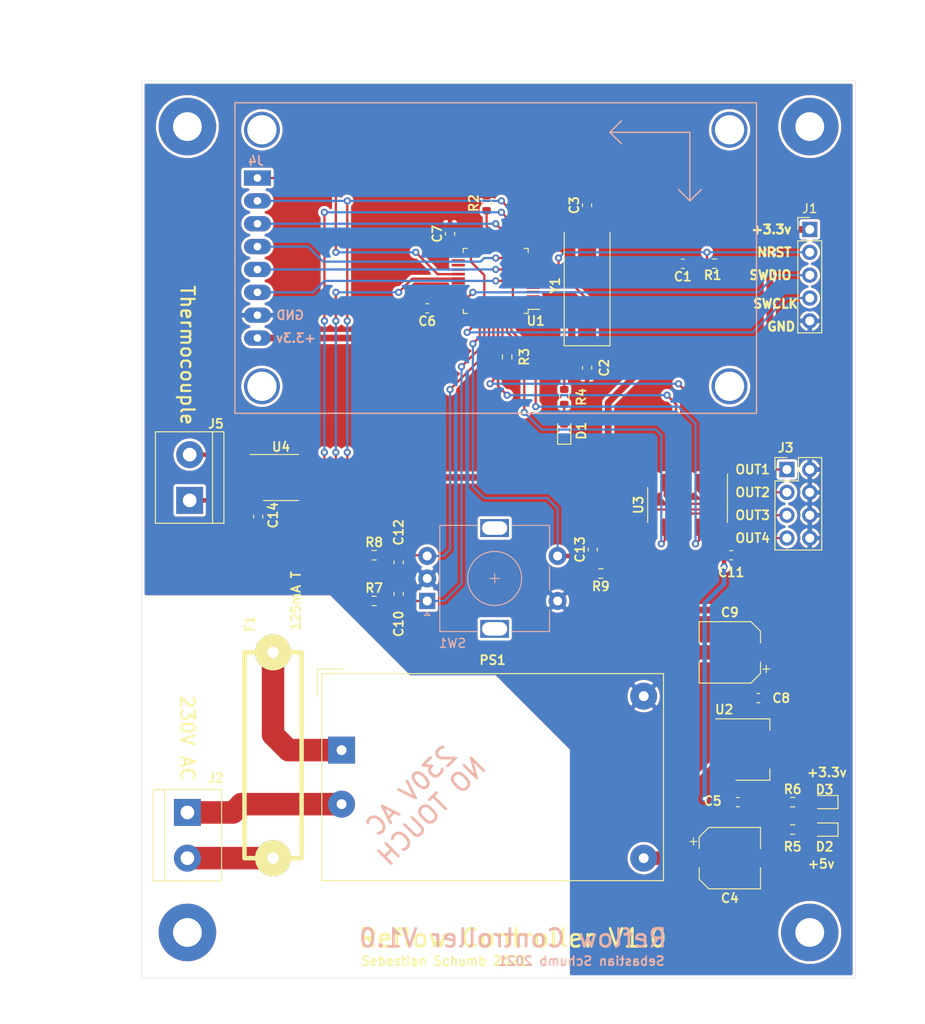
<source format=kicad_pcb>
(kicad_pcb (version 20171130) (host pcbnew 5.1.8)

  (general
    (thickness 1.6)
    (drawings 40)
    (tracks 356)
    (zones 0)
    (modules 43)
    (nets 39)
  )

  (page A4)
  (layers
    (0 F.Cu signal hide)
    (31 B.Cu signal hide)
    (32 B.Adhes user)
    (33 F.Adhes user)
    (34 B.Paste user)
    (35 F.Paste user)
    (36 B.SilkS user)
    (37 F.SilkS user)
    (38 B.Mask user)
    (39 F.Mask user)
    (40 Dwgs.User user)
    (41 Cmts.User user hide)
    (42 Eco1.User user)
    (43 Eco2.User user)
    (44 Edge.Cuts user)
    (45 Margin user)
    (46 B.CrtYd user)
    (47 F.CrtYd user)
    (48 B.Fab user)
    (49 F.Fab user)
  )

  (setup
    (last_trace_width 0.5)
    (user_trace_width 0.25)
    (user_trace_width 0.5)
    (user_trace_width 0.75)
    (user_trace_width 1)
    (user_trace_width 1.5)
    (user_trace_width 2)
    (user_trace_width 2.5)
    (trace_clearance 0.2)
    (zone_clearance 0.3)
    (zone_45_only yes)
    (trace_min 0.25)
    (via_size 0.8)
    (via_drill 0.4)
    (via_min_size 0.4)
    (via_min_drill 0.3)
    (uvia_size 0.3)
    (uvia_drill 0.1)
    (uvias_allowed no)
    (uvia_min_size 0.2)
    (uvia_min_drill 0.1)
    (edge_width 0.05)
    (segment_width 0.2)
    (pcb_text_width 0.3)
    (pcb_text_size 1.5 1.5)
    (mod_edge_width 0.12)
    (mod_text_size 1 1)
    (mod_text_width 0.2)
    (pad_size 1.8 1.8)
    (pad_drill 1)
    (pad_to_mask_clearance 0.05)
    (aux_axis_origin 0 0)
    (visible_elements FFFFFF7F)
    (pcbplotparams
      (layerselection 0x010fc_ffffffff)
      (usegerberextensions false)
      (usegerberattributes true)
      (usegerberadvancedattributes true)
      (creategerberjobfile true)
      (excludeedgelayer true)
      (linewidth 0.100000)
      (plotframeref false)
      (viasonmask false)
      (mode 1)
      (useauxorigin false)
      (hpglpennumber 1)
      (hpglpenspeed 20)
      (hpglpendiameter 15.000000)
      (psnegative false)
      (psa4output false)
      (plotreference true)
      (plotvalue true)
      (plotinvisibletext false)
      (padsonsilk false)
      (subtractmaskfromsilk false)
      (outputformat 1)
      (mirror false)
      (drillshape 1)
      (scaleselection 1)
      (outputdirectory ""))
  )

  (net 0 "")
  (net 1 GND)
  (net 2 NRST)
  (net 3 "Net-(C2-Pad1)")
  (net 4 "Net-(C3-Pad1)")
  (net 5 +5V)
  (net 6 +3V3)
  (net 7 ENC_A)
  (net 8 ENC_B)
  (net 9 ENC_BUTTON)
  (net 10 "Net-(D1-Pad2)")
  (net 11 "Net-(D2-Pad2)")
  (net 12 "Net-(D3-Pad2)")
  (net 13 "Net-(F1-Pad1)")
  (net 14 "Net-(F1-Pad2)")
  (net 15 SWCLK)
  (net 16 SWDIO)
  (net 17 "Net-(J3-Pad7)")
  (net 18 "Net-(J3-Pad5)")
  (net 19 "Net-(J3-Pad3)")
  (net 20 "Net-(J3-Pad1)")
  (net 21 DISP_CS)
  (net 22 DISP_RST)
  (net 23 DISP_DC)
  (net 24 MOSI)
  (net 25 SCK)
  (net 26 DISP_LED)
  (net 27 "Net-(J5-Pad2)")
  (net 28 "Net-(J5-Pad1)")
  (net 29 /BOOT1)
  (net 30 STATUS_LED)
  (net 31 OUT3)
  (net 32 OUT2)
  (net 33 OUT1)
  (net 34 MAX6675_CS)
  (net 35 OUT4)
  (net 36 MISO)
  (net 37 "Net-(J2-Pad1)")
  (net 38 /BOOT0)

  (net_class Default "This is the default net class."
    (clearance 0.2)
    (trace_width 0.25)
    (via_dia 0.8)
    (via_drill 0.4)
    (uvia_dia 0.3)
    (uvia_drill 0.1)
    (add_net +3V3)
    (add_net +5V)
    (add_net /BOOT0)
    (add_net /BOOT1)
    (add_net DISP_CS)
    (add_net DISP_DC)
    (add_net DISP_LED)
    (add_net DISP_RST)
    (add_net ENC_A)
    (add_net ENC_B)
    (add_net ENC_BUTTON)
    (add_net GND)
    (add_net MAX6675_CS)
    (add_net MISO)
    (add_net MOSI)
    (add_net NRST)
    (add_net "Net-(C2-Pad1)")
    (add_net "Net-(C3-Pad1)")
    (add_net "Net-(D1-Pad2)")
    (add_net "Net-(D2-Pad2)")
    (add_net "Net-(D3-Pad2)")
    (add_net "Net-(F1-Pad1)")
    (add_net "Net-(F1-Pad2)")
    (add_net "Net-(J2-Pad1)")
    (add_net "Net-(J3-Pad1)")
    (add_net "Net-(J3-Pad3)")
    (add_net "Net-(J3-Pad5)")
    (add_net "Net-(J3-Pad7)")
    (add_net "Net-(J5-Pad1)")
    (add_net "Net-(J5-Pad2)")
    (add_net OUT1)
    (add_net OUT2)
    (add_net OUT3)
    (add_net OUT4)
    (add_net SCK)
    (add_net STATUS_LED)
    (add_net SWCLK)
    (add_net SWDIO)
  )

  (module Package_QFP:LQFP-48_7x7mm_P0.5mm (layer F.Cu) (tedit 5FF23CFF) (tstamp 5FF215D9)
    (at 121.92 106.68 180)
    (descr "LQFP, 48 Pin (https://www.analog.com/media/en/technical-documentation/data-sheets/ltc2358-16.pdf), generated with kicad-footprint-generator ipc_gullwing_generator.py")
    (tags "LQFP QFP")
    (path /5F7A07F5)
    (attr smd)
    (fp_text reference U1 (at -4.445 -4.445) (layer F.SilkS)
      (effects (font (size 1 1) (thickness 0.2)))
    )
    (fp_text value STM32F103C8Tx (at 0 5.85) (layer F.Fab)
      (effects (font (size 1 1) (thickness 0.15)))
    )
    (fp_line (start 3.16 3.61) (end 3.61 3.61) (layer F.SilkS) (width 0.12))
    (fp_line (start 3.61 3.61) (end 3.61 3.16) (layer F.SilkS) (width 0.12))
    (fp_line (start -3.16 3.61) (end -3.61 3.61) (layer F.SilkS) (width 0.12))
    (fp_line (start -3.61 3.61) (end -3.61 3.16) (layer F.SilkS) (width 0.12))
    (fp_line (start 3.16 -3.61) (end 3.61 -3.61) (layer F.SilkS) (width 0.12))
    (fp_line (start 3.61 -3.61) (end 3.61 -3.16) (layer F.SilkS) (width 0.12))
    (fp_line (start -3.16 -3.61) (end -3.61 -3.61) (layer F.SilkS) (width 0.12))
    (fp_line (start -3.61 -3.61) (end -3.61 -3.16) (layer F.SilkS) (width 0.12))
    (fp_line (start -3.61 -3.16) (end -4.9 -3.16) (layer F.SilkS) (width 0.12))
    (fp_line (start -2.5 -3.5) (end 3.5 -3.5) (layer F.Fab) (width 0.1))
    (fp_line (start 3.5 -3.5) (end 3.5 3.5) (layer F.Fab) (width 0.1))
    (fp_line (start 3.5 3.5) (end -3.5 3.5) (layer F.Fab) (width 0.1))
    (fp_line (start -3.5 3.5) (end -3.5 -2.5) (layer F.Fab) (width 0.1))
    (fp_line (start -3.5 -2.5) (end -2.5 -3.5) (layer F.Fab) (width 0.1))
    (fp_line (start 0 -5.15) (end -3.15 -5.15) (layer F.CrtYd) (width 0.05))
    (fp_line (start -3.15 -5.15) (end -3.15 -3.75) (layer F.CrtYd) (width 0.05))
    (fp_line (start -3.15 -3.75) (end -3.75 -3.75) (layer F.CrtYd) (width 0.05))
    (fp_line (start -3.75 -3.75) (end -3.75 -3.15) (layer F.CrtYd) (width 0.05))
    (fp_line (start -3.75 -3.15) (end -5.15 -3.15) (layer F.CrtYd) (width 0.05))
    (fp_line (start -5.15 -3.15) (end -5.15 0) (layer F.CrtYd) (width 0.05))
    (fp_line (start 0 -5.15) (end 3.15 -5.15) (layer F.CrtYd) (width 0.05))
    (fp_line (start 3.15 -5.15) (end 3.15 -3.75) (layer F.CrtYd) (width 0.05))
    (fp_line (start 3.15 -3.75) (end 3.75 -3.75) (layer F.CrtYd) (width 0.05))
    (fp_line (start 3.75 -3.75) (end 3.75 -3.15) (layer F.CrtYd) (width 0.05))
    (fp_line (start 3.75 -3.15) (end 5.15 -3.15) (layer F.CrtYd) (width 0.05))
    (fp_line (start 5.15 -3.15) (end 5.15 0) (layer F.CrtYd) (width 0.05))
    (fp_line (start 0 5.15) (end -3.15 5.15) (layer F.CrtYd) (width 0.05))
    (fp_line (start -3.15 5.15) (end -3.15 3.75) (layer F.CrtYd) (width 0.05))
    (fp_line (start -3.15 3.75) (end -3.75 3.75) (layer F.CrtYd) (width 0.05))
    (fp_line (start -3.75 3.75) (end -3.75 3.15) (layer F.CrtYd) (width 0.05))
    (fp_line (start -3.75 3.15) (end -5.15 3.15) (layer F.CrtYd) (width 0.05))
    (fp_line (start -5.15 3.15) (end -5.15 0) (layer F.CrtYd) (width 0.05))
    (fp_line (start 0 5.15) (end 3.15 5.15) (layer F.CrtYd) (width 0.05))
    (fp_line (start 3.15 5.15) (end 3.15 3.75) (layer F.CrtYd) (width 0.05))
    (fp_line (start 3.15 3.75) (end 3.75 3.75) (layer F.CrtYd) (width 0.05))
    (fp_line (start 3.75 3.75) (end 3.75 3.15) (layer F.CrtYd) (width 0.05))
    (fp_line (start 3.75 3.15) (end 5.15 3.15) (layer F.CrtYd) (width 0.05))
    (fp_line (start 5.15 3.15) (end 5.15 0) (layer F.CrtYd) (width 0.05))
    (fp_text user %R (at 0 0) (layer F.Fab)
      (effects (font (size 1 1) (thickness 0.15)))
    )
    (pad 48 smd roundrect (at -2.75 -4.1625 180) (size 0.3 1.475) (layers F.Cu F.Paste F.Mask) (roundrect_rratio 0.25)
      (net 6 +3V3))
    (pad 47 smd roundrect (at -2.25 -4.1625 180) (size 0.3 1.475) (layers F.Cu F.Paste F.Mask) (roundrect_rratio 0.25)
      (net 1 GND))
    (pad 46 smd roundrect (at -1.75 -4.1625 180) (size 0.3 1.475) (layers F.Cu F.Paste F.Mask) (roundrect_rratio 0.25)
      (net 35 OUT4))
    (pad 45 smd roundrect (at -1.25 -4.1625 180) (size 0.3 1.475) (layers F.Cu F.Paste F.Mask) (roundrect_rratio 0.25)
      (net 31 OUT3))
    (pad 44 smd roundrect (at -0.75 -4.1625 180) (size 0.3 1.475) (layers F.Cu F.Paste F.Mask) (roundrect_rratio 0.25)
      (net 38 /BOOT0))
    (pad 43 smd roundrect (at -0.25 -4.1625 180) (size 0.3 1.475) (layers F.Cu F.Paste F.Mask) (roundrect_rratio 0.25)
      (net 32 OUT2))
    (pad 42 smd roundrect (at 0.25 -4.1625 180) (size 0.3 1.475) (layers F.Cu F.Paste F.Mask) (roundrect_rratio 0.25)
      (net 33 OUT1))
    (pad 41 smd roundrect (at 0.75 -4.1625 180) (size 0.3 1.475) (layers F.Cu F.Paste F.Mask) (roundrect_rratio 0.25)
      (net 8 ENC_B))
    (pad 40 smd roundrect (at 1.25 -4.1625 180) (size 0.3 1.475) (layers F.Cu F.Paste F.Mask) (roundrect_rratio 0.25)
      (net 7 ENC_A))
    (pad 39 smd roundrect (at 1.75 -4.1625 180) (size 0.3 1.475) (layers F.Cu F.Paste F.Mask) (roundrect_rratio 0.25)
      (net 9 ENC_BUTTON))
    (pad 38 smd roundrect (at 2.25 -4.1625 180) (size 0.3 1.475) (layers F.Cu F.Paste F.Mask) (roundrect_rratio 0.25))
    (pad 37 smd roundrect (at 2.75 -4.1625 180) (size 0.3 1.475) (layers F.Cu F.Paste F.Mask) (roundrect_rratio 0.25)
      (net 15 SWCLK))
    (pad 36 smd roundrect (at 4.1625 -2.75 180) (size 1.475 0.3) (layers F.Cu F.Paste F.Mask) (roundrect_rratio 0.25)
      (net 6 +3V3))
    (pad 35 smd roundrect (at 4.1625 -2.25 180) (size 1.475 0.3) (layers F.Cu F.Paste F.Mask) (roundrect_rratio 0.25)
      (net 1 GND))
    (pad 34 smd roundrect (at 4.1625 -1.75 180) (size 1.475 0.3) (layers F.Cu F.Paste F.Mask) (roundrect_rratio 0.25)
      (net 16 SWDIO))
    (pad 33 smd roundrect (at 4.1625 -1.25 180) (size 1.475 0.3) (layers F.Cu F.Paste F.Mask) (roundrect_rratio 0.25))
    (pad 32 smd roundrect (at 4.1625 -0.75 180) (size 1.475 0.3) (layers F.Cu F.Paste F.Mask) (roundrect_rratio 0.25))
    (pad 31 smd roundrect (at 4.1625 -0.25 180) (size 1.475 0.3) (layers F.Cu F.Paste F.Mask) (roundrect_rratio 0.25))
    (pad 30 smd roundrect (at 4.1625 0.25 180) (size 1.475 0.3) (layers F.Cu F.Paste F.Mask) (roundrect_rratio 0.25)
      (net 34 MAX6675_CS))
    (pad 29 smd roundrect (at 4.1625 0.75 180) (size 1.475 0.3) (layers F.Cu F.Paste F.Mask) (roundrect_rratio 0.25)
      (net 26 DISP_LED))
    (pad 28 smd roundrect (at 4.1625 1.25 180) (size 1.475 0.3) (layers F.Cu F.Paste F.Mask) (roundrect_rratio 0.25))
    (pad 27 smd roundrect (at 4.1625 1.75 180) (size 1.475 0.3) (layers F.Cu F.Paste F.Mask) (roundrect_rratio 0.25))
    (pad 26 smd roundrect (at 4.1625 2.25 180) (size 1.475 0.3) (layers F.Cu F.Paste F.Mask) (roundrect_rratio 0.25))
    (pad 25 smd roundrect (at 4.1625 2.75 180) (size 1.475 0.3) (layers F.Cu F.Paste F.Mask) (roundrect_rratio 0.25))
    (pad 24 smd roundrect (at 2.75 4.1625 180) (size 0.3 1.475) (layers F.Cu F.Paste F.Mask) (roundrect_rratio 0.25)
      (net 6 +3V3))
    (pad 23 smd roundrect (at 2.25 4.1625 180) (size 0.3 1.475) (layers F.Cu F.Paste F.Mask) (roundrect_rratio 0.25)
      (net 1 GND))
    (pad 22 smd roundrect (at 1.75 4.1625 180) (size 0.3 1.475) (layers F.Cu F.Paste F.Mask) (roundrect_rratio 0.25))
    (pad 21 smd roundrect (at 1.25 4.1625 180) (size 0.3 1.475) (layers F.Cu F.Paste F.Mask) (roundrect_rratio 0.25))
    (pad 20 smd roundrect (at 0.75 4.1625 180) (size 0.3 1.475) (layers F.Cu F.Paste F.Mask) (roundrect_rratio 0.25)
      (net 29 /BOOT1))
    (pad 19 smd roundrect (at 0.25 4.1625 180) (size 0.3 1.475) (layers F.Cu F.Paste F.Mask) (roundrect_rratio 0.25))
    (pad 18 smd roundrect (at -0.25 4.1625 180) (size 0.3 1.475) (layers F.Cu F.Paste F.Mask) (roundrect_rratio 0.25))
    (pad 17 smd roundrect (at -0.75 4.1625 180) (size 0.3 1.475) (layers F.Cu F.Paste F.Mask) (roundrect_rratio 0.25)
      (net 24 MOSI))
    (pad 16 smd roundrect (at -1.25 4.1625 180) (size 0.3 1.475) (layers F.Cu F.Paste F.Mask) (roundrect_rratio 0.25)
      (net 36 MISO))
    (pad 15 smd roundrect (at -1.75 4.1625 180) (size 0.3 1.475) (layers F.Cu F.Paste F.Mask) (roundrect_rratio 0.25)
      (net 25 SCK))
    (pad 14 smd roundrect (at -2.25 4.1625 180) (size 0.3 1.475) (layers F.Cu F.Paste F.Mask) (roundrect_rratio 0.25)
      (net 23 DISP_DC))
    (pad 13 smd roundrect (at -2.75 4.1625 180) (size 0.3 1.475) (layers F.Cu F.Paste F.Mask) (roundrect_rratio 0.25))
    (pad 12 smd roundrect (at -4.1625 2.75 180) (size 1.475 0.3) (layers F.Cu F.Paste F.Mask) (roundrect_rratio 0.25))
    (pad 11 smd roundrect (at -4.1625 2.25 180) (size 1.475 0.3) (layers F.Cu F.Paste F.Mask) (roundrect_rratio 0.25)
      (net 22 DISP_RST))
    (pad 10 smd roundrect (at -4.1625 1.75 180) (size 1.475 0.3) (layers F.Cu F.Paste F.Mask) (roundrect_rratio 0.25)
      (net 21 DISP_CS))
    (pad 9 smd roundrect (at -4.1625 1.25 180) (size 1.475 0.3) (layers F.Cu F.Paste F.Mask) (roundrect_rratio 0.25)
      (net 6 +3V3))
    (pad 8 smd roundrect (at -4.1625 0.75 180) (size 1.475 0.3) (layers F.Cu F.Paste F.Mask) (roundrect_rratio 0.25)
      (net 1 GND) (zone_connect 2))
    (pad 7 smd roundrect (at -4.1625 0.25 180) (size 1.475 0.3) (layers F.Cu F.Paste F.Mask) (roundrect_rratio 0.25)
      (net 2 NRST))
    (pad 6 smd roundrect (at -4.1625 -0.25 180) (size 1.475 0.3) (layers F.Cu F.Paste F.Mask) (roundrect_rratio 0.25)
      (net 4 "Net-(C3-Pad1)"))
    (pad 5 smd roundrect (at -4.1625 -0.75 180) (size 1.475 0.3) (layers F.Cu F.Paste F.Mask) (roundrect_rratio 0.25)
      (net 3 "Net-(C2-Pad1)"))
    (pad 4 smd roundrect (at -4.1625 -1.25 180) (size 1.475 0.3) (layers F.Cu F.Paste F.Mask) (roundrect_rratio 0.25))
    (pad 3 smd roundrect (at -4.1625 -1.75 180) (size 1.475 0.3) (layers F.Cu F.Paste F.Mask) (roundrect_rratio 0.25))
    (pad 2 smd roundrect (at -4.1625 -2.25 180) (size 1.475 0.3) (layers F.Cu F.Paste F.Mask) (roundrect_rratio 0.25)
      (net 30 STATUS_LED))
    (pad 1 smd roundrect (at -4.1625 -2.75 180) (size 1.475 0.3) (layers F.Cu F.Paste F.Mask) (roundrect_rratio 0.25))
    (model ${KISYS3DMOD}/Package_QFP.3dshapes/LQFP-48_7x7mm_P0.5mm.wrl
      (at (xyz 0 0 0))
      (scale (xyz 1 1 1))
      (rotate (xyz 0 0 0))
    )
  )

  (module misc:ST7735_DISPLAY (layer B.Cu) (tedit 5FF20330) (tstamp 5FF31900)
    (at 121.92 104.14 180)
    (path /5FAA3984)
    (fp_text reference J4 (at 26.67 10.795) (layer B.SilkS)
      (effects (font (size 1 1) (thickness 0.2)) (justify mirror))
    )
    (fp_text value Conn_01x08 (at 0 6.35) (layer B.Fab)
      (effects (font (size 1 1) (thickness 0.15)) (justify mirror))
    )
    (fp_line (start -13.97 15.24) (end -12.7 13.97) (layer B.SilkS) (width 0.15))
    (fp_line (start -13.97 12.7) (end -12.7 13.97) (layer B.SilkS) (width 0.15))
    (fp_line (start -21.59 13.97) (end -12.7 13.97) (layer B.SilkS) (width 0.15))
    (fp_line (start -21.59 6.35) (end -20.32 7.62) (layer B.SilkS) (width 0.15))
    (fp_line (start -22.86 7.62) (end -21.59 6.35) (layer B.SilkS) (width 0.15))
    (fp_line (start -21.59 6.35) (end -22.86 7.62) (layer B.SilkS) (width 0.15))
    (fp_line (start -21.59 13.97) (end -21.59 6.35) (layer B.SilkS) (width 0.15))
    (fp_line (start 29 0) (end 29 17.25) (layer B.SilkS) (width 0.15))
    (fp_line (start 29 0) (end 29 -17.25) (layer B.SilkS) (width 0.15))
    (fp_line (start -29 0) (end -29 17.25) (layer B.SilkS) (width 0.15))
    (fp_line (start -29 0) (end -29 -17.25) (layer B.SilkS) (width 0.15))
    (fp_line (start -29 -17.25) (end 29 -17.25) (layer B.SilkS) (width 0.15))
    (fp_line (start 29 17.25) (end -29 17.25) (layer B.SilkS) (width 0.15))
    (pad 8 thru_hole oval (at 26.5 -8.89 180) (size 3 1.7) (drill 0.85) (layers *.Cu *.Mask)
      (net 6 +3V3))
    (pad 7 thru_hole oval (at 26.5 -6.35) (size 3 1.7) (drill 0.85) (layers *.Cu *.Mask)
      (net 1 GND))
    (pad 6 thru_hole oval (at 26.5 -3.81 180) (size 3 1.7) (drill 0.85) (layers *.Cu *.Mask)
      (net 21 DISP_CS))
    (pad 1 thru_hole rect (at 26.5 8.89 180) (size 3 1.7) (drill 0.85) (layers *.Cu *.Mask)
      (net 26 DISP_LED))
    (pad 2 thru_hole oval (at 26.5 6.35 180) (size 3 1.7) (drill 0.85) (layers *.Cu *.Mask)
      (net 25 SCK))
    (pad 3 thru_hole oval (at 26.5 3.81 180) (size 3 1.7) (drill 0.85) (layers *.Cu *.Mask)
      (net 24 MOSI))
    (pad 4 thru_hole oval (at 26.5 1.27 180) (size 3 1.7) (drill 0.85) (layers *.Cu *.Mask)
      (net 23 DISP_DC))
    (pad 5 thru_hole oval (at 26.5 -1.27 180) (size 3 1.7) (drill 0.85) (layers *.Cu *.Mask)
      (net 22 DISP_RST))
    (pad "" thru_hole circle (at -26 -14.25 180) (size 4 4) (drill 3.25) (layers *.Cu *.Mask))
    (pad "" thru_hole circle (at -26 14.25 180) (size 4 4) (drill 3.25) (layers *.Cu *.Mask))
    (pad "" thru_hole circle (at 26 -14.25 180) (size 4 4) (drill 3.25) (layers *.Cu *.Mask))
    (pad "" thru_hole circle (at 26 14.25 180) (size 4 4) (drill 3.25) (layers *.Cu *.Mask))
  )

  (module Resistor_SMD:R_0603_1608Metric (layer F.Cu) (tedit 5F68FEEE) (tstamp 5FF2EAA3)
    (at 133.604 139.192 180)
    (descr "Resistor SMD 0603 (1608 Metric), square (rectangular) end terminal, IPC_7351 nominal, (Body size source: IPC-SM-782 page 72, https://www.pcb-3d.com/wordpress/wp-content/uploads/ipc-sm-782a_amendment_1_and_2.pdf), generated with kicad-footprint-generator")
    (tags resistor)
    (path /5FA1F31C)
    (attr smd)
    (fp_text reference R9 (at 0 -1.43) (layer F.SilkS)
      (effects (font (size 1 1) (thickness 0.2)))
    )
    (fp_text value 1k (at 0 1.43) (layer F.Fab)
      (effects (font (size 1 1) (thickness 0.15)))
    )
    (fp_line (start -0.8 0.4125) (end -0.8 -0.4125) (layer F.Fab) (width 0.1))
    (fp_line (start -0.8 -0.4125) (end 0.8 -0.4125) (layer F.Fab) (width 0.1))
    (fp_line (start 0.8 -0.4125) (end 0.8 0.4125) (layer F.Fab) (width 0.1))
    (fp_line (start 0.8 0.4125) (end -0.8 0.4125) (layer F.Fab) (width 0.1))
    (fp_line (start -0.237258 -0.5225) (end 0.237258 -0.5225) (layer F.SilkS) (width 0.12))
    (fp_line (start -0.237258 0.5225) (end 0.237258 0.5225) (layer F.SilkS) (width 0.12))
    (fp_line (start -1.48 0.73) (end -1.48 -0.73) (layer F.CrtYd) (width 0.05))
    (fp_line (start -1.48 -0.73) (end 1.48 -0.73) (layer F.CrtYd) (width 0.05))
    (fp_line (start 1.48 -0.73) (end 1.48 0.73) (layer F.CrtYd) (width 0.05))
    (fp_line (start 1.48 0.73) (end -1.48 0.73) (layer F.CrtYd) (width 0.05))
    (fp_text user %R (at 0 0) (layer F.Fab)
      (effects (font (size 0.4 0.4) (thickness 0.06)))
    )
    (pad 2 smd roundrect (at 0.825 0 180) (size 0.8 0.95) (layers F.Cu F.Paste F.Mask) (roundrect_rratio 0.25)
      (net 9 ENC_BUTTON))
    (pad 1 smd roundrect (at -0.825 0 180) (size 0.8 0.95) (layers F.Cu F.Paste F.Mask) (roundrect_rratio 0.25)
      (net 6 +3V3))
    (model ${KISYS3DMOD}/Resistor_SMD.3dshapes/R_0603_1608Metric.wrl
      (at (xyz 0 0 0))
      (scale (xyz 1 1 1))
      (rotate (xyz 0 0 0))
    )
  )

  (module Resistor_SMD:R_0603_1608Metric (layer F.Cu) (tedit 5F68FEEE) (tstamp 5FF2A984)
    (at 108.395 137.16)
    (descr "Resistor SMD 0603 (1608 Metric), square (rectangular) end terminal, IPC_7351 nominal, (Body size source: IPC-SM-782 page 72, https://www.pcb-3d.com/wordpress/wp-content/uploads/ipc-sm-782a_amendment_1_and_2.pdf), generated with kicad-footprint-generator")
    (tags resistor)
    (path /5FA0704D)
    (attr smd)
    (fp_text reference R8 (at 0 -1.43) (layer F.SilkS)
      (effects (font (size 1 1) (thickness 0.2)))
    )
    (fp_text value 1k (at 0 1.43) (layer F.Fab)
      (effects (font (size 1 1) (thickness 0.15)))
    )
    (fp_line (start -0.8 0.4125) (end -0.8 -0.4125) (layer F.Fab) (width 0.1))
    (fp_line (start -0.8 -0.4125) (end 0.8 -0.4125) (layer F.Fab) (width 0.1))
    (fp_line (start 0.8 -0.4125) (end 0.8 0.4125) (layer F.Fab) (width 0.1))
    (fp_line (start 0.8 0.4125) (end -0.8 0.4125) (layer F.Fab) (width 0.1))
    (fp_line (start -0.237258 -0.5225) (end 0.237258 -0.5225) (layer F.SilkS) (width 0.12))
    (fp_line (start -0.237258 0.5225) (end 0.237258 0.5225) (layer F.SilkS) (width 0.12))
    (fp_line (start -1.48 0.73) (end -1.48 -0.73) (layer F.CrtYd) (width 0.05))
    (fp_line (start -1.48 -0.73) (end 1.48 -0.73) (layer F.CrtYd) (width 0.05))
    (fp_line (start 1.48 -0.73) (end 1.48 0.73) (layer F.CrtYd) (width 0.05))
    (fp_line (start 1.48 0.73) (end -1.48 0.73) (layer F.CrtYd) (width 0.05))
    (fp_text user %R (at 0 0) (layer F.Fab)
      (effects (font (size 0.4 0.4) (thickness 0.06)))
    )
    (pad 2 smd roundrect (at 0.825 0) (size 0.8 0.95) (layers F.Cu F.Paste F.Mask) (roundrect_rratio 0.25)
      (net 8 ENC_B))
    (pad 1 smd roundrect (at -0.825 0) (size 0.8 0.95) (layers F.Cu F.Paste F.Mask) (roundrect_rratio 0.25)
      (net 6 +3V3))
    (model ${KISYS3DMOD}/Resistor_SMD.3dshapes/R_0603_1608Metric.wrl
      (at (xyz 0 0 0))
      (scale (xyz 1 1 1))
      (rotate (xyz 0 0 0))
    )
  )

  (module Resistor_SMD:R_0603_1608Metric (layer F.Cu) (tedit 5F68FEEE) (tstamp 5FF2169D)
    (at 108.395 142.24)
    (descr "Resistor SMD 0603 (1608 Metric), square (rectangular) end terminal, IPC_7351 nominal, (Body size source: IPC-SM-782 page 72, https://www.pcb-3d.com/wordpress/wp-content/uploads/ipc-sm-782a_amendment_1_and_2.pdf), generated with kicad-footprint-generator")
    (tags resistor)
    (path /5FA011FE)
    (attr smd)
    (fp_text reference R7 (at 0 -1.43) (layer F.SilkS)
      (effects (font (size 1 1) (thickness 0.2)))
    )
    (fp_text value 1k (at 0 1.43) (layer F.Fab)
      (effects (font (size 1 1) (thickness 0.15)))
    )
    (fp_line (start -0.8 0.4125) (end -0.8 -0.4125) (layer F.Fab) (width 0.1))
    (fp_line (start -0.8 -0.4125) (end 0.8 -0.4125) (layer F.Fab) (width 0.1))
    (fp_line (start 0.8 -0.4125) (end 0.8 0.4125) (layer F.Fab) (width 0.1))
    (fp_line (start 0.8 0.4125) (end -0.8 0.4125) (layer F.Fab) (width 0.1))
    (fp_line (start -0.237258 -0.5225) (end 0.237258 -0.5225) (layer F.SilkS) (width 0.12))
    (fp_line (start -0.237258 0.5225) (end 0.237258 0.5225) (layer F.SilkS) (width 0.12))
    (fp_line (start -1.48 0.73) (end -1.48 -0.73) (layer F.CrtYd) (width 0.05))
    (fp_line (start -1.48 -0.73) (end 1.48 -0.73) (layer F.CrtYd) (width 0.05))
    (fp_line (start 1.48 -0.73) (end 1.48 0.73) (layer F.CrtYd) (width 0.05))
    (fp_line (start 1.48 0.73) (end -1.48 0.73) (layer F.CrtYd) (width 0.05))
    (fp_text user %R (at 0 0) (layer F.Fab)
      (effects (font (size 0.4 0.4) (thickness 0.06)))
    )
    (pad 2 smd roundrect (at 0.825 0) (size 0.8 0.95) (layers F.Cu F.Paste F.Mask) (roundrect_rratio 0.25)
      (net 7 ENC_A))
    (pad 1 smd roundrect (at -0.825 0) (size 0.8 0.95) (layers F.Cu F.Paste F.Mask) (roundrect_rratio 0.25)
      (net 6 +3V3))
    (model ${KISYS3DMOD}/Resistor_SMD.3dshapes/R_0603_1608Metric.wrl
      (at (xyz 0 0 0))
      (scale (xyz 1 1 1))
      (rotate (xyz 0 0 0))
    )
  )

  (module Resistor_SMD:R_0603_1608Metric (layer F.Cu) (tedit 5F68FEEE) (tstamp 5FF2136D)
    (at 154.94 164.592)
    (descr "Resistor SMD 0603 (1608 Metric), square (rectangular) end terminal, IPC_7351 nominal, (Body size source: IPC-SM-782 page 72, https://www.pcb-3d.com/wordpress/wp-content/uploads/ipc-sm-782a_amendment_1_and_2.pdf), generated with kicad-footprint-generator")
    (tags resistor)
    (path /5F97667C)
    (attr smd)
    (fp_text reference R6 (at 0 -1.43) (layer F.SilkS)
      (effects (font (size 1 1) (thickness 0.2)))
    )
    (fp_text value 1k (at 0 1.43) (layer F.Fab)
      (effects (font (size 1 1) (thickness 0.15)))
    )
    (fp_line (start -0.8 0.4125) (end -0.8 -0.4125) (layer F.Fab) (width 0.1))
    (fp_line (start -0.8 -0.4125) (end 0.8 -0.4125) (layer F.Fab) (width 0.1))
    (fp_line (start 0.8 -0.4125) (end 0.8 0.4125) (layer F.Fab) (width 0.1))
    (fp_line (start 0.8 0.4125) (end -0.8 0.4125) (layer F.Fab) (width 0.1))
    (fp_line (start -0.237258 -0.5225) (end 0.237258 -0.5225) (layer F.SilkS) (width 0.12))
    (fp_line (start -0.237258 0.5225) (end 0.237258 0.5225) (layer F.SilkS) (width 0.12))
    (fp_line (start -1.48 0.73) (end -1.48 -0.73) (layer F.CrtYd) (width 0.05))
    (fp_line (start -1.48 -0.73) (end 1.48 -0.73) (layer F.CrtYd) (width 0.05))
    (fp_line (start 1.48 -0.73) (end 1.48 0.73) (layer F.CrtYd) (width 0.05))
    (fp_line (start 1.48 0.73) (end -1.48 0.73) (layer F.CrtYd) (width 0.05))
    (fp_text user %R (at 0 0) (layer F.Fab)
      (effects (font (size 0.4 0.4) (thickness 0.06)))
    )
    (pad 2 smd roundrect (at 0.825 0) (size 0.8 0.95) (layers F.Cu F.Paste F.Mask) (roundrect_rratio 0.25)
      (net 12 "Net-(D3-Pad2)"))
    (pad 1 smd roundrect (at -0.825 0) (size 0.8 0.95) (layers F.Cu F.Paste F.Mask) (roundrect_rratio 0.25)
      (net 6 +3V3))
    (model ${KISYS3DMOD}/Resistor_SMD.3dshapes/R_0603_1608Metric.wrl
      (at (xyz 0 0 0))
      (scale (xyz 1 1 1))
      (rotate (xyz 0 0 0))
    )
  )

  (module Resistor_SMD:R_0603_1608Metric (layer F.Cu) (tedit 5F68FEEE) (tstamp 5FF214ED)
    (at 154.94 167.64)
    (descr "Resistor SMD 0603 (1608 Metric), square (rectangular) end terminal, IPC_7351 nominal, (Body size source: IPC-SM-782 page 72, https://www.pcb-3d.com/wordpress/wp-content/uploads/ipc-sm-782a_amendment_1_and_2.pdf), generated with kicad-footprint-generator")
    (tags resistor)
    (path /5F952E76)
    (attr smd)
    (fp_text reference R5 (at 0 1.905) (layer F.SilkS)
      (effects (font (size 1 1) (thickness 0.2)))
    )
    (fp_text value 1k (at 0 1.43) (layer F.Fab)
      (effects (font (size 1 1) (thickness 0.15)))
    )
    (fp_line (start -0.8 0.4125) (end -0.8 -0.4125) (layer F.Fab) (width 0.1))
    (fp_line (start -0.8 -0.4125) (end 0.8 -0.4125) (layer F.Fab) (width 0.1))
    (fp_line (start 0.8 -0.4125) (end 0.8 0.4125) (layer F.Fab) (width 0.1))
    (fp_line (start 0.8 0.4125) (end -0.8 0.4125) (layer F.Fab) (width 0.1))
    (fp_line (start -0.237258 -0.5225) (end 0.237258 -0.5225) (layer F.SilkS) (width 0.12))
    (fp_line (start -0.237258 0.5225) (end 0.237258 0.5225) (layer F.SilkS) (width 0.12))
    (fp_line (start -1.48 0.73) (end -1.48 -0.73) (layer F.CrtYd) (width 0.05))
    (fp_line (start -1.48 -0.73) (end 1.48 -0.73) (layer F.CrtYd) (width 0.05))
    (fp_line (start 1.48 -0.73) (end 1.48 0.73) (layer F.CrtYd) (width 0.05))
    (fp_line (start 1.48 0.73) (end -1.48 0.73) (layer F.CrtYd) (width 0.05))
    (fp_text user %R (at 0 0) (layer F.Fab)
      (effects (font (size 0.4 0.4) (thickness 0.06)))
    )
    (pad 2 smd roundrect (at 0.825 0) (size 0.8 0.95) (layers F.Cu F.Paste F.Mask) (roundrect_rratio 0.25)
      (net 11 "Net-(D2-Pad2)"))
    (pad 1 smd roundrect (at -0.825 0) (size 0.8 0.95) (layers F.Cu F.Paste F.Mask) (roundrect_rratio 0.25)
      (net 5 +5V))
    (model ${KISYS3DMOD}/Resistor_SMD.3dshapes/R_0603_1608Metric.wrl
      (at (xyz 0 0 0))
      (scale (xyz 1 1 1))
      (rotate (xyz 0 0 0))
    )
  )

  (module Resistor_SMD:R_0603_1608Metric (layer F.Cu) (tedit 5F68FEEE) (tstamp 5FF2125C)
    (at 129.54 119.57 270)
    (descr "Resistor SMD 0603 (1608 Metric), square (rectangular) end terminal, IPC_7351 nominal, (Body size source: IPC-SM-782 page 72, https://www.pcb-3d.com/wordpress/wp-content/uploads/ipc-sm-782a_amendment_1_and_2.pdf), generated with kicad-footprint-generator")
    (tags resistor)
    (path /5F9B7CC9)
    (attr smd)
    (fp_text reference R4 (at 0 -1.905 90) (layer F.SilkS)
      (effects (font (size 1 1) (thickness 0.2)))
    )
    (fp_text value 1k (at 0 1.43 90) (layer F.Fab)
      (effects (font (size 1 1) (thickness 0.15)))
    )
    (fp_line (start -0.8 0.4125) (end -0.8 -0.4125) (layer F.Fab) (width 0.1))
    (fp_line (start -0.8 -0.4125) (end 0.8 -0.4125) (layer F.Fab) (width 0.1))
    (fp_line (start 0.8 -0.4125) (end 0.8 0.4125) (layer F.Fab) (width 0.1))
    (fp_line (start 0.8 0.4125) (end -0.8 0.4125) (layer F.Fab) (width 0.1))
    (fp_line (start -0.237258 -0.5225) (end 0.237258 -0.5225) (layer F.SilkS) (width 0.12))
    (fp_line (start -0.237258 0.5225) (end 0.237258 0.5225) (layer F.SilkS) (width 0.12))
    (fp_line (start -1.48 0.73) (end -1.48 -0.73) (layer F.CrtYd) (width 0.05))
    (fp_line (start -1.48 -0.73) (end 1.48 -0.73) (layer F.CrtYd) (width 0.05))
    (fp_line (start 1.48 -0.73) (end 1.48 0.73) (layer F.CrtYd) (width 0.05))
    (fp_line (start 1.48 0.73) (end -1.48 0.73) (layer F.CrtYd) (width 0.05))
    (fp_text user %R (at 0 0 90) (layer F.Fab)
      (effects (font (size 0.4 0.4) (thickness 0.06)))
    )
    (pad 2 smd roundrect (at 0.825 0 270) (size 0.8 0.95) (layers F.Cu F.Paste F.Mask) (roundrect_rratio 0.25)
      (net 10 "Net-(D1-Pad2)"))
    (pad 1 smd roundrect (at -0.825 0 270) (size 0.8 0.95) (layers F.Cu F.Paste F.Mask) (roundrect_rratio 0.25)
      (net 30 STATUS_LED))
    (model ${KISYS3DMOD}/Resistor_SMD.3dshapes/R_0603_1608Metric.wrl
      (at (xyz 0 0 0))
      (scale (xyz 1 1 1))
      (rotate (xyz 0 0 0))
    )
  )

  (module Resistor_SMD:R_0603_1608Metric (layer F.Cu) (tedit 5F68FEEE) (tstamp 5FF212BC)
    (at 123.19 115.125 270)
    (descr "Resistor SMD 0603 (1608 Metric), square (rectangular) end terminal, IPC_7351 nominal, (Body size source: IPC-SM-782 page 72, https://www.pcb-3d.com/wordpress/wp-content/uploads/ipc-sm-782a_amendment_1_and_2.pdf), generated with kicad-footprint-generator")
    (tags resistor)
    (path /5F7A2BF3)
    (attr smd)
    (fp_text reference R3 (at 0 -1.905 90) (layer F.SilkS)
      (effects (font (size 1 1) (thickness 0.2)))
    )
    (fp_text value 10k (at 0 1.43 90) (layer F.Fab)
      (effects (font (size 1 1) (thickness 0.15)))
    )
    (fp_line (start -0.8 0.4125) (end -0.8 -0.4125) (layer F.Fab) (width 0.1))
    (fp_line (start -0.8 -0.4125) (end 0.8 -0.4125) (layer F.Fab) (width 0.1))
    (fp_line (start 0.8 -0.4125) (end 0.8 0.4125) (layer F.Fab) (width 0.1))
    (fp_line (start 0.8 0.4125) (end -0.8 0.4125) (layer F.Fab) (width 0.1))
    (fp_line (start -0.237258 -0.5225) (end 0.237258 -0.5225) (layer F.SilkS) (width 0.12))
    (fp_line (start -0.237258 0.5225) (end 0.237258 0.5225) (layer F.SilkS) (width 0.12))
    (fp_line (start -1.48 0.73) (end -1.48 -0.73) (layer F.CrtYd) (width 0.05))
    (fp_line (start -1.48 -0.73) (end 1.48 -0.73) (layer F.CrtYd) (width 0.05))
    (fp_line (start 1.48 -0.73) (end 1.48 0.73) (layer F.CrtYd) (width 0.05))
    (fp_line (start 1.48 0.73) (end -1.48 0.73) (layer F.CrtYd) (width 0.05))
    (fp_text user %R (at 0 0 90) (layer F.Fab)
      (effects (font (size 0.4 0.4) (thickness 0.06)))
    )
    (pad 2 smd roundrect (at 0.825 0 270) (size 0.8 0.95) (layers F.Cu F.Paste F.Mask) (roundrect_rratio 0.25)
      (net 1 GND))
    (pad 1 smd roundrect (at -0.825 0 270) (size 0.8 0.95) (layers F.Cu F.Paste F.Mask) (roundrect_rratio 0.25)
      (net 38 /BOOT0))
    (model ${KISYS3DMOD}/Resistor_SMD.3dshapes/R_0603_1608Metric.wrl
      (at (xyz 0 0 0))
      (scale (xyz 1 1 1))
      (rotate (xyz 0 0 0))
    )
  )

  (module Resistor_SMD:R_0603_1608Metric (layer F.Cu) (tedit 5F68FEEE) (tstamp 5FF2142D)
    (at 120.904 98.044 90)
    (descr "Resistor SMD 0603 (1608 Metric), square (rectangular) end terminal, IPC_7351 nominal, (Body size source: IPC-SM-782 page 72, https://www.pcb-3d.com/wordpress/wp-content/uploads/ipc-sm-782a_amendment_1_and_2.pdf), generated with kicad-footprint-generator")
    (tags resistor)
    (path /5F7A4452)
    (attr smd)
    (fp_text reference R2 (at 0 -1.43 90) (layer F.SilkS)
      (effects (font (size 1 1) (thickness 0.2)))
    )
    (fp_text value 10k (at 0 1.43 90) (layer F.Fab)
      (effects (font (size 1 1) (thickness 0.15)))
    )
    (fp_line (start -0.8 0.4125) (end -0.8 -0.4125) (layer F.Fab) (width 0.1))
    (fp_line (start -0.8 -0.4125) (end 0.8 -0.4125) (layer F.Fab) (width 0.1))
    (fp_line (start 0.8 -0.4125) (end 0.8 0.4125) (layer F.Fab) (width 0.1))
    (fp_line (start 0.8 0.4125) (end -0.8 0.4125) (layer F.Fab) (width 0.1))
    (fp_line (start -0.237258 -0.5225) (end 0.237258 -0.5225) (layer F.SilkS) (width 0.12))
    (fp_line (start -0.237258 0.5225) (end 0.237258 0.5225) (layer F.SilkS) (width 0.12))
    (fp_line (start -1.48 0.73) (end -1.48 -0.73) (layer F.CrtYd) (width 0.05))
    (fp_line (start -1.48 -0.73) (end 1.48 -0.73) (layer F.CrtYd) (width 0.05))
    (fp_line (start 1.48 -0.73) (end 1.48 0.73) (layer F.CrtYd) (width 0.05))
    (fp_line (start 1.48 0.73) (end -1.48 0.73) (layer F.CrtYd) (width 0.05))
    (fp_text user %R (at 0 0 90) (layer F.Fab)
      (effects (font (size 0.4 0.4) (thickness 0.06)))
    )
    (pad 2 smd roundrect (at 0.825 0 90) (size 0.8 0.95) (layers F.Cu F.Paste F.Mask) (roundrect_rratio 0.25)
      (net 1 GND))
    (pad 1 smd roundrect (at -0.825 0 90) (size 0.8 0.95) (layers F.Cu F.Paste F.Mask) (roundrect_rratio 0.25)
      (net 29 /BOOT1))
    (model ${KISYS3DMOD}/Resistor_SMD.3dshapes/R_0603_1608Metric.wrl
      (at (xyz 0 0 0))
      (scale (xyz 1 1 1))
      (rotate (xyz 0 0 0))
    )
  )

  (module Resistor_SMD:R_0603_1608Metric (layer F.Cu) (tedit 5F68FEEE) (tstamp 5FF214BD)
    (at 146.24 104.775 180)
    (descr "Resistor SMD 0603 (1608 Metric), square (rectangular) end terminal, IPC_7351 nominal, (Body size source: IPC-SM-782 page 72, https://www.pcb-3d.com/wordpress/wp-content/uploads/ipc-sm-782a_amendment_1_and_2.pdf), generated with kicad-footprint-generator")
    (tags resistor)
    (path /5F7F8B54)
    (attr smd)
    (fp_text reference R1 (at 0.19 -1.27) (layer F.SilkS)
      (effects (font (size 1 1) (thickness 0.2)))
    )
    (fp_text value 10k (at 0 1.43) (layer F.Fab)
      (effects (font (size 1 1) (thickness 0.15)))
    )
    (fp_line (start -0.8 0.4125) (end -0.8 -0.4125) (layer F.Fab) (width 0.1))
    (fp_line (start -0.8 -0.4125) (end 0.8 -0.4125) (layer F.Fab) (width 0.1))
    (fp_line (start 0.8 -0.4125) (end 0.8 0.4125) (layer F.Fab) (width 0.1))
    (fp_line (start 0.8 0.4125) (end -0.8 0.4125) (layer F.Fab) (width 0.1))
    (fp_line (start -0.237258 -0.5225) (end 0.237258 -0.5225) (layer F.SilkS) (width 0.12))
    (fp_line (start -0.237258 0.5225) (end 0.237258 0.5225) (layer F.SilkS) (width 0.12))
    (fp_line (start -1.48 0.73) (end -1.48 -0.73) (layer F.CrtYd) (width 0.05))
    (fp_line (start -1.48 -0.73) (end 1.48 -0.73) (layer F.CrtYd) (width 0.05))
    (fp_line (start 1.48 -0.73) (end 1.48 0.73) (layer F.CrtYd) (width 0.05))
    (fp_line (start 1.48 0.73) (end -1.48 0.73) (layer F.CrtYd) (width 0.05))
    (fp_text user %R (at 0 0) (layer F.Fab)
      (effects (font (size 0.4 0.4) (thickness 0.06)))
    )
    (pad 2 smd roundrect (at 0.825 0 180) (size 0.8 0.95) (layers F.Cu F.Paste F.Mask) (roundrect_rratio 0.25)
      (net 2 NRST))
    (pad 1 smd roundrect (at -0.825 0 180) (size 0.8 0.95) (layers F.Cu F.Paste F.Mask) (roundrect_rratio 0.25)
      (net 6 +3V3))
    (model ${KISYS3DMOD}/Resistor_SMD.3dshapes/R_0603_1608Metric.wrl
      (at (xyz 0 0 0))
      (scale (xyz 1 1 1))
      (rotate (xyz 0 0 0))
    )
  )

  (module MountingHole:MountingHole_3.2mm_M3_Pad (layer F.Cu) (tedit 56D1B4CB) (tstamp 5FF2841F)
    (at 87.63 89.535)
    (descr "Mounting Hole 3.2mm, M3")
    (tags "mounting hole 3.2mm m3")
    (attr virtual)
    (fp_text reference REF** (at 0 -4.2) (layer F.SilkS) hide
      (effects (font (size 1 1) (thickness 0.15)))
    )
    (fp_text value MountingHole_3.2mm_M3_Pad (at 0 4.2) (layer F.Fab)
      (effects (font (size 1 1) (thickness 0.15)))
    )
    (fp_circle (center 0 0) (end 3.45 0) (layer F.CrtYd) (width 0.05))
    (fp_circle (center 0 0) (end 3.2 0) (layer Cmts.User) (width 0.15))
    (fp_text user %R (at 0.3 0) (layer F.Fab)
      (effects (font (size 1 1) (thickness 0.15)))
    )
    (pad 1 thru_hole circle (at 0 0) (size 6.4 6.4) (drill 3.2) (layers *.Cu *.Mask))
  )

  (module MountingHole:MountingHole_3.2mm_M3_Pad (layer F.Cu) (tedit 56D1B4CB) (tstamp 5FF28411)
    (at 156.845 89.535)
    (descr "Mounting Hole 3.2mm, M3")
    (tags "mounting hole 3.2mm m3")
    (attr virtual)
    (fp_text reference REF** (at 0 -4.2) (layer F.SilkS) hide
      (effects (font (size 1 1) (thickness 0.15)))
    )
    (fp_text value MountingHole_3.2mm_M3_Pad (at 0 4.2) (layer F.Fab)
      (effects (font (size 1 1) (thickness 0.15)))
    )
    (fp_circle (center 0 0) (end 3.2 0) (layer Cmts.User) (width 0.15))
    (fp_circle (center 0 0) (end 3.45 0) (layer F.CrtYd) (width 0.05))
    (fp_text user %R (at 0.3 0) (layer F.Fab)
      (effects (font (size 1 1) (thickness 0.15)))
    )
    (pad 1 thru_hole circle (at 0 0) (size 6.4 6.4) (drill 3.2) (layers *.Cu *.Mask))
  )

  (module MountingHole:MountingHole_3.2mm_M3_Pad (layer F.Cu) (tedit 56D1B4CB) (tstamp 5FF28402)
    (at 156.845 179.07)
    (descr "Mounting Hole 3.2mm, M3")
    (tags "mounting hole 3.2mm m3")
    (attr virtual)
    (fp_text reference REF** (at 0 -4.2) (layer F.SilkS) hide
      (effects (font (size 1 1) (thickness 0.15)))
    )
    (fp_text value MountingHole_3.2mm_M3_Pad (at 0 4.2) (layer F.Fab)
      (effects (font (size 1 1) (thickness 0.15)))
    )
    (fp_circle (center 0 0) (end 3.45 0) (layer F.CrtYd) (width 0.05))
    (fp_circle (center 0 0) (end 3.2 0) (layer Cmts.User) (width 0.15))
    (fp_text user %R (at 0.3 0) (layer F.Fab)
      (effects (font (size 1 1) (thickness 0.15)))
    )
    (pad 1 thru_hole circle (at 0 0) (size 6.4 6.4) (drill 3.2) (layers *.Cu *.Mask))
  )

  (module MountingHole:MountingHole_3.2mm_M3_Pad (layer F.Cu) (tedit 56D1B4CB) (tstamp 5FF283F8)
    (at 87.63 179.07)
    (descr "Mounting Hole 3.2mm, M3")
    (tags "mounting hole 3.2mm m3")
    (attr virtual)
    (fp_text reference REF** (at 0 -4.2) (layer F.SilkS) hide
      (effects (font (size 1 1) (thickness 0.15)))
    )
    (fp_text value MountingHole_3.2mm_M3_Pad (at 0 4.2) (layer F.Fab)
      (effects (font (size 1 1) (thickness 0.15)))
    )
    (fp_circle (center 0 0) (end 3.2 0) (layer Cmts.User) (width 0.15))
    (fp_circle (center 0 0) (end 3.45 0) (layer F.CrtYd) (width 0.05))
    (fp_text user %R (at 0.3 0) (layer F.Fab)
      (effects (font (size 1 1) (thickness 0.15)))
    )
    (pad 1 thru_hole circle (at 0 0) (size 6.4 6.4) (drill 3.2) (layers *.Cu *.Mask))
  )

  (module misc:Converter_ACDC_Hi-Link_HLK-5MXX_THT (layer F.Cu) (tedit 5B7EDDAE) (tstamp 5FF220AF)
    (at 104.775 158.815)
    (descr http://www.hlktech.net/product_detail.php?ProId=60)
    (tags "ACDC-Converter 5W Hi-Link HLK-5MXX THT")
    (path /5F8B83C2)
    (fp_text reference PS1 (at 16.8 -10) (layer F.SilkS)
      (effects (font (size 1 1) (thickness 0.2)))
    )
    (fp_text value HLK-5M05 (at 16.8 1) (layer F.Fab)
      (effects (font (size 1 1) (thickness 0.15)))
    )
    (fp_line (start -2.45 -8.74) (end -2.45 -8.75) (layer F.CrtYd) (width 0.05))
    (fp_line (start -2.45 14.74) (end -2.45 -8.74) (layer F.CrtYd) (width 0.05))
    (fp_line (start -2.45 14.75) (end -2.45 14.74) (layer F.CrtYd) (width 0.05))
    (fp_line (start -2.44 14.75) (end -2.45 14.75) (layer F.CrtYd) (width 0.05))
    (fp_line (start 36.04 14.75) (end -2.44 14.75) (layer F.CrtYd) (width 0.05))
    (fp_line (start 36.05 14.75) (end 36.04 14.75) (layer F.CrtYd) (width 0.05))
    (fp_line (start 36.05 14.74) (end 36.05 14.75) (layer F.CrtYd) (width 0.05))
    (fp_line (start 36.05 -8.74) (end 36.05 14.74) (layer F.CrtYd) (width 0.05))
    (fp_line (start 36.05 -8.75) (end 36.05 -8.74) (layer F.CrtYd) (width 0.05))
    (fp_line (start 36.04 -8.75) (end 36.05 -8.75) (layer F.CrtYd) (width 0.05))
    (fp_line (start -2.44 -8.75) (end 36.04 -8.75) (layer F.CrtYd) (width 0.05))
    (fp_line (start -2.45 -8.75) (end -2.44 -8.75) (layer F.CrtYd) (width 0.05))
    (fp_line (start -2.5 -8.8) (end -2.5 -5.8) (layer F.Fab) (width 0.1))
    (fp_line (start -2.5 -8.8) (end 0.5 -8.8) (layer F.Fab) (width 0.1))
    (fp_line (start -2.2 -8.49) (end -2.2 -8.5) (layer F.Fab) (width 0.1))
    (fp_line (start -2.2 14.49) (end -2.2 -8.49) (layer F.Fab) (width 0.1))
    (fp_line (start -2.2 14.5) (end -2.2 14.49) (layer F.Fab) (width 0.1))
    (fp_line (start -2.19 14.5) (end -2.2 14.5) (layer F.Fab) (width 0.1))
    (fp_line (start 35.79 14.5) (end -2.19 14.5) (layer F.Fab) (width 0.1))
    (fp_line (start 35.8 14.5) (end 35.79 14.5) (layer F.Fab) (width 0.1))
    (fp_line (start 35.8 14.49) (end 35.8 14.5) (layer F.Fab) (width 0.1))
    (fp_line (start 35.8 -8.49) (end 35.8 14.49) (layer F.Fab) (width 0.1))
    (fp_line (start 35.8 -8.5) (end 35.8 -8.49) (layer F.Fab) (width 0.1))
    (fp_line (start 35.79 -8.5) (end 35.8 -8.5) (layer F.Fab) (width 0.1))
    (fp_line (start -2.19 -8.5) (end 35.79 -8.5) (layer F.Fab) (width 0.1))
    (fp_line (start -2.2 -8.5) (end -2.19 -8.5) (layer F.Fab) (width 0.1))
    (fp_line (start -2.7 -9) (end -2.7 -6) (layer F.SilkS) (width 0.12))
    (fp_line (start -2.7 -9) (end 0.3 -9) (layer F.SilkS) (width 0.12))
    (fp_line (start -2.2 -8.49) (end -2.2 -8.5) (layer F.SilkS) (width 0.12))
    (fp_line (start -2.2 14.49) (end -2.2 -8.49) (layer F.SilkS) (width 0.12))
    (fp_line (start -2.2 14.5) (end -2.2 14.49) (layer F.SilkS) (width 0.12))
    (fp_line (start -2.19 14.5) (end -2.2 14.5) (layer F.SilkS) (width 0.12))
    (fp_line (start 35.79 14.5) (end -2.19 14.5) (layer F.SilkS) (width 0.12))
    (fp_line (start 35.8 14.5) (end 35.79 14.5) (layer F.SilkS) (width 0.12))
    (fp_line (start 35.8 14.49) (end 35.8 14.5) (layer F.SilkS) (width 0.12))
    (fp_line (start 35.8 -8.49) (end 35.8 14.49) (layer F.SilkS) (width 0.12))
    (fp_line (start 35.8 -8.5) (end 35.8 -8.49) (layer F.SilkS) (width 0.12))
    (fp_line (start 35.79 -8.5) (end 35.8 -8.5) (layer F.SilkS) (width 0.12))
    (fp_line (start -2.19 -8.5) (end 35.79 -8.5) (layer F.SilkS) (width 0.12))
    (fp_line (start -2.2 -8.5) (end -2.19 -8.5) (layer F.SilkS) (width 0.12))
    (fp_text user %R (at 16.8 3) (layer F.Fab)
      (effects (font (size 1 1) (thickness 0.15)))
    )
    (pad 4 thru_hole circle (at 33.6 12) (size 3 3) (drill 1.1) (layers *.Cu *.Mask)
      (net 5 +5V))
    (pad 3 thru_hole circle (at 33.6 -6) (size 3 3) (drill 1.1) (layers *.Cu *.Mask)
      (net 1 GND))
    (pad 2 thru_hole circle (at 0 6) (size 3 3) (drill 1.1) (layers *.Cu *.Mask)
      (net 37 "Net-(J2-Pad1)"))
    (pad 1 thru_hole rect (at 0 0) (size 3 3) (drill 1.1) (layers *.Cu *.Mask)
      (net 13 "Net-(F1-Pad1)"))
    (model ${KISYS3DMOD}/Converter_ACDC.3dshapes/Converter_ACDC_Hi-Link_HLK-5MXX_THT.wrl
      (at (xyz 0 0 0))
      (scale (xyz 1 1 1))
      (rotate (xyz 0 0 0))
    )
  )

  (module Package_SO:SOIC-14_3.9x8.7mm_P1.27mm (layer F.Cu) (tedit 5D9F72B1) (tstamp 5FF29C5B)
    (at 143.256 131.572 270)
    (descr "SOIC, 14 Pin (JEDEC MS-012AB, https://www.analog.com/media/en/package-pcb-resources/package/pkg_pdf/soic_narrow-r/r_14.pdf), generated with kicad-footprint-generator ipc_gullwing_generator.py")
    (tags "SOIC SO")
    (path /5FB7A49F)
    (attr smd)
    (fp_text reference U3 (at 0 5.461 90) (layer F.SilkS)
      (effects (font (size 1 1) (thickness 0.2)))
    )
    (fp_text value 74LS125 (at 0 5.28 90) (layer F.Fab)
      (effects (font (size 1 1) (thickness 0.15)))
    )
    (fp_line (start 3.7 -4.58) (end -3.7 -4.58) (layer F.CrtYd) (width 0.05))
    (fp_line (start 3.7 4.58) (end 3.7 -4.58) (layer F.CrtYd) (width 0.05))
    (fp_line (start -3.7 4.58) (end 3.7 4.58) (layer F.CrtYd) (width 0.05))
    (fp_line (start -3.7 -4.58) (end -3.7 4.58) (layer F.CrtYd) (width 0.05))
    (fp_line (start -1.95 -3.35) (end -0.975 -4.325) (layer F.Fab) (width 0.1))
    (fp_line (start -1.95 4.325) (end -1.95 -3.35) (layer F.Fab) (width 0.1))
    (fp_line (start 1.95 4.325) (end -1.95 4.325) (layer F.Fab) (width 0.1))
    (fp_line (start 1.95 -4.325) (end 1.95 4.325) (layer F.Fab) (width 0.1))
    (fp_line (start -0.975 -4.325) (end 1.95 -4.325) (layer F.Fab) (width 0.1))
    (fp_line (start 0 -4.435) (end -3.45 -4.435) (layer F.SilkS) (width 0.12))
    (fp_line (start 0 -4.435) (end 1.95 -4.435) (layer F.SilkS) (width 0.12))
    (fp_line (start 0 4.435) (end -1.95 4.435) (layer F.SilkS) (width 0.12))
    (fp_line (start 0 4.435) (end 1.95 4.435) (layer F.SilkS) (width 0.12))
    (fp_text user %R (at 0 0 90) (layer F.Fab)
      (effects (font (size 0.98 0.98) (thickness 0.15)))
    )
    (pad 14 smd roundrect (at 2.475 -3.81 270) (size 1.95 0.6) (layers F.Cu F.Paste F.Mask) (roundrect_rratio 0.25)
      (net 5 +5V))
    (pad 13 smd roundrect (at 2.475 -2.54 270) (size 1.95 0.6) (layers F.Cu F.Paste F.Mask) (roundrect_rratio 0.25)
      (net 1 GND))
    (pad 12 smd roundrect (at 2.475 -1.27 270) (size 1.95 0.6) (layers F.Cu F.Paste F.Mask) (roundrect_rratio 0.25)
      (net 35 OUT4))
    (pad 11 smd roundrect (at 2.475 0 270) (size 1.95 0.6) (layers F.Cu F.Paste F.Mask) (roundrect_rratio 0.25)
      (net 17 "Net-(J3-Pad7)"))
    (pad 10 smd roundrect (at 2.475 1.27 270) (size 1.95 0.6) (layers F.Cu F.Paste F.Mask) (roundrect_rratio 0.25)
      (net 1 GND))
    (pad 9 smd roundrect (at 2.475 2.54 270) (size 1.95 0.6) (layers F.Cu F.Paste F.Mask) (roundrect_rratio 0.25)
      (net 31 OUT3))
    (pad 8 smd roundrect (at 2.475 3.81 270) (size 1.95 0.6) (layers F.Cu F.Paste F.Mask) (roundrect_rratio 0.25)
      (net 18 "Net-(J3-Pad5)"))
    (pad 7 smd roundrect (at -2.475 3.81 270) (size 1.95 0.6) (layers F.Cu F.Paste F.Mask) (roundrect_rratio 0.25)
      (net 1 GND))
    (pad 6 smd roundrect (at -2.475 2.54 270) (size 1.95 0.6) (layers F.Cu F.Paste F.Mask) (roundrect_rratio 0.25)
      (net 19 "Net-(J3-Pad3)"))
    (pad 5 smd roundrect (at -2.475 1.27 270) (size 1.95 0.6) (layers F.Cu F.Paste F.Mask) (roundrect_rratio 0.25)
      (net 32 OUT2))
    (pad 4 smd roundrect (at -2.475 0 270) (size 1.95 0.6) (layers F.Cu F.Paste F.Mask) (roundrect_rratio 0.25)
      (net 1 GND))
    (pad 3 smd roundrect (at -2.475 -1.27 270) (size 1.95 0.6) (layers F.Cu F.Paste F.Mask) (roundrect_rratio 0.25)
      (net 20 "Net-(J3-Pad1)"))
    (pad 2 smd roundrect (at -2.475 -2.54 270) (size 1.95 0.6) (layers F.Cu F.Paste F.Mask) (roundrect_rratio 0.25)
      (net 33 OUT1))
    (pad 1 smd roundrect (at -2.475 -3.81 270) (size 1.95 0.6) (layers F.Cu F.Paste F.Mask) (roundrect_rratio 0.25)
      (net 1 GND))
    (model ${KISYS3DMOD}/Package_SO.3dshapes/SOIC-14_3.9x8.7mm_P1.27mm.wrl
      (at (xyz 0 0 0))
      (scale (xyz 1 1 1))
      (rotate (xyz 0 0 0))
    )
  )

  (module Package_TO_SOT_SMD:SOT-223-3_TabPin2 (layer F.Cu) (tedit 5A02FF57) (tstamp 5FF22124)
    (at 150.495 158.75)
    (descr "module CMS SOT223 4 pins")
    (tags "CMS SOT")
    (path /5F92E2F4)
    (attr smd)
    (fp_text reference U2 (at -3.175 -4.445) (layer F.SilkS)
      (effects (font (size 1 1) (thickness 0.2)))
    )
    (fp_text value LM1117-3.3 (at 0 4.5) (layer F.Fab)
      (effects (font (size 1 1) (thickness 0.15)))
    )
    (fp_line (start 1.85 -3.35) (end 1.85 3.35) (layer F.Fab) (width 0.1))
    (fp_line (start -1.85 3.35) (end 1.85 3.35) (layer F.Fab) (width 0.1))
    (fp_line (start -4.1 -3.41) (end 1.91 -3.41) (layer F.SilkS) (width 0.12))
    (fp_line (start -0.85 -3.35) (end 1.85 -3.35) (layer F.Fab) (width 0.1))
    (fp_line (start -1.85 3.41) (end 1.91 3.41) (layer F.SilkS) (width 0.12))
    (fp_line (start -1.85 -2.35) (end -1.85 3.35) (layer F.Fab) (width 0.1))
    (fp_line (start -1.85 -2.35) (end -0.85 -3.35) (layer F.Fab) (width 0.1))
    (fp_line (start -4.4 -3.6) (end -4.4 3.6) (layer F.CrtYd) (width 0.05))
    (fp_line (start -4.4 3.6) (end 4.4 3.6) (layer F.CrtYd) (width 0.05))
    (fp_line (start 4.4 3.6) (end 4.4 -3.6) (layer F.CrtYd) (width 0.05))
    (fp_line (start 4.4 -3.6) (end -4.4 -3.6) (layer F.CrtYd) (width 0.05))
    (fp_line (start 1.91 -3.41) (end 1.91 -2.15) (layer F.SilkS) (width 0.12))
    (fp_line (start 1.91 3.41) (end 1.91 2.15) (layer F.SilkS) (width 0.12))
    (fp_text user %R (at 0 0 90) (layer F.Fab)
      (effects (font (size 0.8 0.8) (thickness 0.12)))
    )
    (pad 1 smd rect (at -3.15 -2.3) (size 2 1.5) (layers F.Cu F.Paste F.Mask)
      (net 1 GND))
    (pad 3 smd rect (at -3.15 2.3) (size 2 1.5) (layers F.Cu F.Paste F.Mask)
      (net 5 +5V))
    (pad 2 smd rect (at -3.15 0) (size 2 1.5) (layers F.Cu F.Paste F.Mask)
      (net 6 +3V3))
    (pad 2 smd rect (at 3.15 0) (size 2 3.8) (layers F.Cu F.Paste F.Mask)
      (net 6 +3V3))
    (model ${KISYS3DMOD}/Package_TO_SOT_SMD.3dshapes/SOT-223.wrl
      (at (xyz 0 0 0))
      (scale (xyz 1 1 1))
      (rotate (xyz 0 0 0))
    )
  )

  (module misc:fuse22.5 (layer F.Cu) (tedit 545E9FB3) (tstamp 5FF22159)
    (at 97.155 159.385 270)
    (descr "Resitance 7 pas")
    (tags R)
    (path /5F8BA060)
    (autoplace_cost180 10)
    (fp_text reference F1 (at -14.605 2.54 90) (layer F.SilkS)
      (effects (font (size 1 1) (thickness 0.2)))
    )
    (fp_text value "125mA T" (at -17.145 -2.54 90) (layer F.SilkS)
      (effects (font (size 1 1) (thickness 0.2)))
    )
    (fp_line (start 11.43 -3.175) (end -11.43 -3.175) (layer F.SilkS) (width 0.5))
    (fp_line (start -11.43 -3.175) (end -11.43 3.175) (layer F.SilkS) (width 0.5))
    (fp_line (start -11.43 3.175) (end 11.43 3.175) (layer F.SilkS) (width 0.5))
    (fp_line (start 11.43 3.175) (end 11.43 -3.175) (layer F.SilkS) (width 0.5))
    (fp_line (start -11.43 -3.175) (end 11.43 -3.175) (layer F.SilkS) (width 0.15))
    (fp_line (start 11.43 -3.175) (end 11.43 3.175) (layer F.SilkS) (width 0.15))
    (pad 1 thru_hole circle (at -11.43 0 270) (size 4.0005 4.0005) (drill 1.27) (layers *.Cu *.Mask F.SilkS)
      (net 13 "Net-(F1-Pad1)"))
    (pad 2 thru_hole circle (at 11.43 0 270) (size 4.0005 4.0005) (drill 1.27) (layers *.Cu *.Mask F.SilkS)
      (net 14 "Net-(F1-Pad2)"))
    (model discret/resistor.wrl
      (at (xyz 0 0 0))
      (scale (xyz 0.7 0.7 0.7))
      (rotate (xyz 0 0 0))
    )
  )

  (module TerminalBlock:TerminalBlock_bornier-2_P5.08mm (layer F.Cu) (tedit 59FF03AB) (tstamp 5FF22183)
    (at 87.63 165.735 270)
    (descr "simple 2-pin terminal block, pitch 5.08mm, revamped version of bornier2")
    (tags "terminal block bornier2")
    (path /5FA85DCE)
    (fp_text reference J2 (at -3.81 -3.175 180) (layer F.SilkS)
      (effects (font (size 1 1) (thickness 0.2)))
    )
    (fp_text value Screw_Terminal_01x02 (at 2.54 5.08 90) (layer F.Fab)
      (effects (font (size 1 1) (thickness 0.15)))
    )
    (fp_line (start -2.41 2.55) (end 7.49 2.55) (layer F.Fab) (width 0.1))
    (fp_line (start -2.46 -3.75) (end -2.46 3.75) (layer F.Fab) (width 0.1))
    (fp_line (start -2.46 3.75) (end 7.54 3.75) (layer F.Fab) (width 0.1))
    (fp_line (start 7.54 3.75) (end 7.54 -3.75) (layer F.Fab) (width 0.1))
    (fp_line (start 7.54 -3.75) (end -2.46 -3.75) (layer F.Fab) (width 0.1))
    (fp_line (start 7.62 2.54) (end -2.54 2.54) (layer F.SilkS) (width 0.12))
    (fp_line (start 7.62 3.81) (end 7.62 -3.81) (layer F.SilkS) (width 0.12))
    (fp_line (start 7.62 -3.81) (end -2.54 -3.81) (layer F.SilkS) (width 0.12))
    (fp_line (start -2.54 -3.81) (end -2.54 3.81) (layer F.SilkS) (width 0.12))
    (fp_line (start -2.54 3.81) (end 7.62 3.81) (layer F.SilkS) (width 0.12))
    (fp_line (start -2.71 -4) (end 7.79 -4) (layer F.CrtYd) (width 0.05))
    (fp_line (start -2.71 -4) (end -2.71 4) (layer F.CrtYd) (width 0.05))
    (fp_line (start 7.79 4) (end 7.79 -4) (layer F.CrtYd) (width 0.05))
    (fp_line (start 7.79 4) (end -2.71 4) (layer F.CrtYd) (width 0.05))
    (fp_text user %R (at 2.54 0 90) (layer F.Fab)
      (effects (font (size 1 1) (thickness 0.15)))
    )
    (pad 2 thru_hole circle (at 5.08 0 270) (size 3 3) (drill 1.52) (layers *.Cu *.Mask)
      (net 14 "Net-(F1-Pad2)"))
    (pad 1 thru_hole rect (at 0 0 270) (size 3 3) (drill 1.52) (layers *.Cu *.Mask)
      (net 37 "Net-(J2-Pad1)"))
    (model ${KISYS3DMOD}/TerminalBlock.3dshapes/TerminalBlock_bornier-2_P5.08mm.wrl
      (offset (xyz 2.539999961853027 0 0))
      (scale (xyz 1 1 1))
      (rotate (xyz 0 0 0))
    )
  )

  (module Crystal:Crystal_SMD_HC49-SD (layer F.Cu) (tedit 5A1AD52C) (tstamp 5FF21876)
    (at 132.08 107.188 90)
    (descr "SMD Crystal HC-49-SD http://cdn-reichelt.de/documents/datenblatt/B400/xxx-HC49-SMD.pdf, 11.4x4.7mm^2 package")
    (tags "SMD SMT crystal")
    (path /5F7CE1A3)
    (attr smd)
    (fp_text reference Y1 (at 0 -3.55 90) (layer F.SilkS)
      (effects (font (size 1 1) (thickness 0.2)))
    )
    (fp_text value 8MHz (at 0 3.55 90) (layer F.Fab)
      (effects (font (size 1 1) (thickness 0.15)))
    )
    (fp_line (start -5.7 -2.35) (end -5.7 2.35) (layer F.Fab) (width 0.1))
    (fp_line (start -5.7 2.35) (end 5.7 2.35) (layer F.Fab) (width 0.1))
    (fp_line (start 5.7 2.35) (end 5.7 -2.35) (layer F.Fab) (width 0.1))
    (fp_line (start 5.7 -2.35) (end -5.7 -2.35) (layer F.Fab) (width 0.1))
    (fp_line (start -3.015 -2.115) (end 3.015 -2.115) (layer F.Fab) (width 0.1))
    (fp_line (start -3.015 2.115) (end 3.015 2.115) (layer F.Fab) (width 0.1))
    (fp_line (start 5.9 -2.55) (end -6.7 -2.55) (layer F.SilkS) (width 0.12))
    (fp_line (start -6.7 -2.55) (end -6.7 2.55) (layer F.SilkS) (width 0.12))
    (fp_line (start -6.7 2.55) (end 5.9 2.55) (layer F.SilkS) (width 0.12))
    (fp_line (start -6.8 -2.6) (end -6.8 2.6) (layer F.CrtYd) (width 0.05))
    (fp_line (start -6.8 2.6) (end 6.8 2.6) (layer F.CrtYd) (width 0.05))
    (fp_line (start 6.8 2.6) (end 6.8 -2.6) (layer F.CrtYd) (width 0.05))
    (fp_line (start 6.8 -2.6) (end -6.8 -2.6) (layer F.CrtYd) (width 0.05))
    (fp_arc (start 3.015 0) (end 3.015 -2.115) (angle 180) (layer F.Fab) (width 0.1))
    (fp_arc (start -3.015 0) (end -3.015 -2.115) (angle -180) (layer F.Fab) (width 0.1))
    (fp_text user %R (at 0 0 90) (layer F.Fab)
      (effects (font (size 1 1) (thickness 0.15)))
    )
    (pad 2 smd rect (at 4.25 0 90) (size 4.5 2) (layers F.Cu F.Paste F.Mask)
      (net 4 "Net-(C3-Pad1)"))
    (pad 1 smd rect (at -4.25 0 90) (size 4.5 2) (layers F.Cu F.Paste F.Mask)
      (net 3 "Net-(C2-Pad1)"))
    (model ${KISYS3DMOD}/Crystal.3dshapes/Crystal_SMD_HC49-SD.wrl
      (at (xyz 0 0 0))
      (scale (xyz 1 1 1))
      (rotate (xyz 0 0 0))
    )
  )

  (module Package_SO:SO-8_3.9x4.9mm_P1.27mm (layer F.Cu) (tedit 5D9F72B1) (tstamp 5FF212F5)
    (at 98.044 128.524)
    (descr "SO, 8 Pin (https://www.nxp.com/docs/en/data-sheet/PCF8523.pdf), generated with kicad-footprint-generator ipc_gullwing_generator.py")
    (tags "SO SO")
    (path /5FB1037C)
    (attr smd)
    (fp_text reference U4 (at 0 -3.4) (layer F.SilkS)
      (effects (font (size 1 1) (thickness 0.2)))
    )
    (fp_text value MAX6675 (at 0 3.4) (layer F.Fab)
      (effects (font (size 1 1) (thickness 0.15)))
    )
    (fp_line (start 0 2.56) (end 1.95 2.56) (layer F.SilkS) (width 0.12))
    (fp_line (start 0 2.56) (end -1.95 2.56) (layer F.SilkS) (width 0.12))
    (fp_line (start 0 -2.56) (end 1.95 -2.56) (layer F.SilkS) (width 0.12))
    (fp_line (start 0 -2.56) (end -3.45 -2.56) (layer F.SilkS) (width 0.12))
    (fp_line (start -0.975 -2.45) (end 1.95 -2.45) (layer F.Fab) (width 0.1))
    (fp_line (start 1.95 -2.45) (end 1.95 2.45) (layer F.Fab) (width 0.1))
    (fp_line (start 1.95 2.45) (end -1.95 2.45) (layer F.Fab) (width 0.1))
    (fp_line (start -1.95 2.45) (end -1.95 -1.475) (layer F.Fab) (width 0.1))
    (fp_line (start -1.95 -1.475) (end -0.975 -2.45) (layer F.Fab) (width 0.1))
    (fp_line (start -3.7 -2.7) (end -3.7 2.7) (layer F.CrtYd) (width 0.05))
    (fp_line (start -3.7 2.7) (end 3.7 2.7) (layer F.CrtYd) (width 0.05))
    (fp_line (start 3.7 2.7) (end 3.7 -2.7) (layer F.CrtYd) (width 0.05))
    (fp_line (start 3.7 -2.7) (end -3.7 -2.7) (layer F.CrtYd) (width 0.05))
    (fp_text user %R (at 0 0) (layer F.Fab)
      (effects (font (size 0.98 0.98) (thickness 0.15)))
    )
    (pad 8 smd roundrect (at 2.575 -1.905) (size 1.75 0.6) (layers F.Cu F.Paste F.Mask) (roundrect_rratio 0.25))
    (pad 7 smd roundrect (at 2.575 -0.635) (size 1.75 0.6) (layers F.Cu F.Paste F.Mask) (roundrect_rratio 0.25)
      (net 36 MISO))
    (pad 6 smd roundrect (at 2.575 0.635) (size 1.75 0.6) (layers F.Cu F.Paste F.Mask) (roundrect_rratio 0.25)
      (net 34 MAX6675_CS))
    (pad 5 smd roundrect (at 2.575 1.905) (size 1.75 0.6) (layers F.Cu F.Paste F.Mask) (roundrect_rratio 0.25)
      (net 25 SCK))
    (pad 4 smd roundrect (at -2.575 1.905) (size 1.75 0.6) (layers F.Cu F.Paste F.Mask) (roundrect_rratio 0.25)
      (net 6 +3V3))
    (pad 3 smd roundrect (at -2.575 0.635) (size 1.75 0.6) (layers F.Cu F.Paste F.Mask) (roundrect_rratio 0.25)
      (net 28 "Net-(J5-Pad1)"))
    (pad 2 smd roundrect (at -2.575 -0.635) (size 1.75 0.6) (layers F.Cu F.Paste F.Mask) (roundrect_rratio 0.25)
      (net 27 "Net-(J5-Pad2)"))
    (pad 1 smd roundrect (at -2.575 -1.905) (size 1.75 0.6) (layers F.Cu F.Paste F.Mask) (roundrect_rratio 0.25)
      (net 1 GND))
    (model ${KISYS3DMOD}/Package_SO.3dshapes/SO-8_3.9x4.9mm_P1.27mm.wrl
      (at (xyz 0 0 0))
      (scale (xyz 1 1 1))
      (rotate (xyz 0 0 0))
    )
  )

  (module Rotary_Encoder:RotaryEncoder_Alps_EC11E-Switch_Vertical_H20mm (layer B.Cu) (tedit 5FF308A8) (tstamp 5FF294C0)
    (at 114.3 142.24)
    (descr "Alps rotary encoder, EC12E... with switch, vertical shaft, http://www.alps.com/prod/info/E/HTML/Encoder/Incremental/EC11/EC11E15204A3.html")
    (tags "rotary encoder")
    (path /5F9E1D4D)
    (fp_text reference SW1 (at 2.8 4.7) (layer B.SilkS)
      (effects (font (size 1 1) (thickness 0.15)) (justify mirror))
    )
    (fp_text value Rotary_Encoder_Switch (at 7.5 -10.4) (layer B.Fab)
      (effects (font (size 1 1) (thickness 0.15)) (justify mirror))
    )
    (fp_line (start 7 -2.5) (end 8 -2.5) (layer B.SilkS) (width 0.12))
    (fp_line (start 7.5 -2) (end 7.5 -3) (layer B.SilkS) (width 0.12))
    (fp_line (start 13.6 -6) (end 13.6 -8.4) (layer B.SilkS) (width 0.12))
    (fp_line (start 13.6 -1.2) (end 13.6 -3.8) (layer B.SilkS) (width 0.12))
    (fp_line (start 13.6 3.4) (end 13.6 1) (layer B.SilkS) (width 0.12))
    (fp_line (start 4.5 -2.5) (end 10.5 -2.5) (layer B.Fab) (width 0.12))
    (fp_line (start 7.5 0.5) (end 7.5 -5.5) (layer B.Fab) (width 0.12))
    (fp_line (start 0.3 1.6) (end 0 1.3) (layer B.SilkS) (width 0.12))
    (fp_line (start -0.3 1.6) (end 0.3 1.6) (layer B.SilkS) (width 0.12))
    (fp_line (start 0 1.3) (end -0.3 1.6) (layer B.SilkS) (width 0.12))
    (fp_line (start 1.4 3.4) (end 1.4 -8.4) (layer B.SilkS) (width 0.12))
    (fp_line (start 5.5 3.4) (end 1.4 3.4) (layer B.SilkS) (width 0.12))
    (fp_line (start 5.5 -8.4) (end 1.4 -8.4) (layer B.SilkS) (width 0.12))
    (fp_line (start 13.6 -8.4) (end 9.5 -8.4) (layer B.SilkS) (width 0.12))
    (fp_line (start 9.5 3.4) (end 13.6 3.4) (layer B.SilkS) (width 0.12))
    (fp_line (start 1.5 2.2) (end 2.5 3.3) (layer B.Fab) (width 0.12))
    (fp_line (start 1.5 -8.3) (end 1.5 2.2) (layer B.Fab) (width 0.12))
    (fp_line (start 13.5 -8.3) (end 1.5 -8.3) (layer B.Fab) (width 0.12))
    (fp_line (start 13.5 3.3) (end 13.5 -8.3) (layer B.Fab) (width 0.12))
    (fp_line (start 2.5 3.3) (end 13.5 3.3) (layer B.Fab) (width 0.12))
    (fp_line (start -1.5 4.6) (end 16 4.6) (layer B.CrtYd) (width 0.05))
    (fp_line (start -1.5 4.6) (end -1.5 -9.6) (layer B.CrtYd) (width 0.05))
    (fp_line (start 16 -9.6) (end 16 4.6) (layer B.CrtYd) (width 0.05))
    (fp_line (start 16 -9.6) (end -1.5 -9.6) (layer B.CrtYd) (width 0.05))
    (fp_circle (center 7.5 -2.5) (end 10.5 -2.5) (layer B.SilkS) (width 0.12))
    (fp_circle (center 7.5 -2.5) (end 10.5 -2.5) (layer B.Fab) (width 0.12))
    (fp_text user %R (at 11.1 -6.3) (layer B.Fab)
      (effects (font (size 1 1) (thickness 0.15)) (justify mirror))
    )
    (pad A thru_hole rect (at 0 0) (size 1.8 1.8) (drill 1) (layers *.Cu *.Mask)
      (net 7 ENC_A))
    (pad C thru_hole circle (at 0 -2.5) (size 2 2) (drill 1) (layers *.Cu *.Mask)
      (net 1 GND))
    (pad B thru_hole circle (at 0 -5) (size 2 2) (drill 1) (layers *.Cu *.Mask)
      (net 8 ENC_B))
    (pad MP thru_hole rect (at 7.5 3.1) (size 3.2 2) (drill oval 2.8 1.5) (layers *.Cu *.Mask))
    (pad MP thru_hole rect (at 7.5 -8.1) (size 3.2 2) (drill oval 2.8 1.5) (layers *.Cu *.Mask))
    (pad S2 thru_hole circle (at 14.5 0) (size 2 2) (drill 1) (layers *.Cu *.Mask)
      (net 1 GND))
    (pad S1 thru_hole circle (at 14.5 -5) (size 2 2) (drill 1) (layers *.Cu *.Mask)
      (net 9 ENC_BUTTON))
    (model ${KISYS3DMOD}/Rotary_Encoder.3dshapes/RotaryEncoder_Alps_EC11E-Switch_Vertical_H20mm.wrl
      (at (xyz 0 0 0))
      (scale (xyz 1 1 1))
      (rotate (xyz 0 0 0))
    )
  )

  (module TerminalBlock:TerminalBlock_bornier-2_P5.08mm (layer F.Cu) (tedit 59FF03AB) (tstamp 5FF21557)
    (at 87.884 131.064 90)
    (descr "simple 2-pin terminal block, pitch 5.08mm, revamped version of bornier2")
    (tags "terminal block bornier2")
    (path /5FB2C096)
    (fp_text reference J5 (at 8.509 2.921 180) (layer F.SilkS)
      (effects (font (size 1 1) (thickness 0.2)))
    )
    (fp_text value " Screw2" (at 2.54 5.08 90) (layer F.Fab)
      (effects (font (size 1 1) (thickness 0.15)))
    )
    (fp_line (start -2.41 2.55) (end 7.49 2.55) (layer F.Fab) (width 0.1))
    (fp_line (start -2.46 -3.75) (end -2.46 3.75) (layer F.Fab) (width 0.1))
    (fp_line (start -2.46 3.75) (end 7.54 3.75) (layer F.Fab) (width 0.1))
    (fp_line (start 7.54 3.75) (end 7.54 -3.75) (layer F.Fab) (width 0.1))
    (fp_line (start 7.54 -3.75) (end -2.46 -3.75) (layer F.Fab) (width 0.1))
    (fp_line (start 7.62 2.54) (end -2.54 2.54) (layer F.SilkS) (width 0.12))
    (fp_line (start 7.62 3.81) (end 7.62 -3.81) (layer F.SilkS) (width 0.12))
    (fp_line (start 7.62 -3.81) (end -2.54 -3.81) (layer F.SilkS) (width 0.12))
    (fp_line (start -2.54 -3.81) (end -2.54 3.81) (layer F.SilkS) (width 0.12))
    (fp_line (start -2.54 3.81) (end 7.62 3.81) (layer F.SilkS) (width 0.12))
    (fp_line (start -2.71 -4) (end 7.79 -4) (layer F.CrtYd) (width 0.05))
    (fp_line (start -2.71 -4) (end -2.71 4) (layer F.CrtYd) (width 0.05))
    (fp_line (start 7.79 4) (end 7.79 -4) (layer F.CrtYd) (width 0.05))
    (fp_line (start 7.79 4) (end -2.71 4) (layer F.CrtYd) (width 0.05))
    (fp_text user %R (at 2.54 0 90) (layer F.Fab)
      (effects (font (size 1 1) (thickness 0.15)))
    )
    (pad 2 thru_hole circle (at 5.08 0 90) (size 3 3) (drill 1.52) (layers *.Cu *.Mask)
      (net 27 "Net-(J5-Pad2)"))
    (pad 1 thru_hole rect (at 0 0 90) (size 3 3) (drill 1.52) (layers *.Cu *.Mask)
      (net 28 "Net-(J5-Pad1)"))
    (model ${KISYS3DMOD}/TerminalBlock.3dshapes/TerminalBlock_bornier-2_P5.08mm.wrl
      (offset (xyz 2.539999961853027 0 0))
      (scale (xyz 1 1 1))
      (rotate (xyz 0 0 0))
    )
  )

  (module Connector_PinHeader_2.54mm:PinHeader_2x04_P2.54mm_Vertical (layer F.Cu) (tedit 59FED5CC) (tstamp 5FF2179A)
    (at 154.305 127.635)
    (descr "Through hole straight pin header, 2x04, 2.54mm pitch, double rows")
    (tags "Through hole pin header THT 2x04 2.54mm double row")
    (path /5FBE4501)
    (fp_text reference J3 (at -0.127 -2.413) (layer F.SilkS)
      (effects (font (size 1 1) (thickness 0.2)))
    )
    (fp_text value Conn_02x04_Odd_Even (at 1.27 9.95) (layer F.Fab)
      (effects (font (size 1 1) (thickness 0.15)))
    )
    (fp_line (start 0 -1.27) (end 3.81 -1.27) (layer F.Fab) (width 0.1))
    (fp_line (start 3.81 -1.27) (end 3.81 8.89) (layer F.Fab) (width 0.1))
    (fp_line (start 3.81 8.89) (end -1.27 8.89) (layer F.Fab) (width 0.1))
    (fp_line (start -1.27 8.89) (end -1.27 0) (layer F.Fab) (width 0.1))
    (fp_line (start -1.27 0) (end 0 -1.27) (layer F.Fab) (width 0.1))
    (fp_line (start -1.33 8.95) (end 3.87 8.95) (layer F.SilkS) (width 0.12))
    (fp_line (start -1.33 1.27) (end -1.33 8.95) (layer F.SilkS) (width 0.12))
    (fp_line (start 3.87 -1.33) (end 3.87 8.95) (layer F.SilkS) (width 0.12))
    (fp_line (start -1.33 1.27) (end 1.27 1.27) (layer F.SilkS) (width 0.12))
    (fp_line (start 1.27 1.27) (end 1.27 -1.33) (layer F.SilkS) (width 0.12))
    (fp_line (start 1.27 -1.33) (end 3.87 -1.33) (layer F.SilkS) (width 0.12))
    (fp_line (start -1.33 0) (end -1.33 -1.33) (layer F.SilkS) (width 0.12))
    (fp_line (start -1.33 -1.33) (end 0 -1.33) (layer F.SilkS) (width 0.12))
    (fp_line (start -1.8 -1.8) (end -1.8 9.4) (layer F.CrtYd) (width 0.05))
    (fp_line (start -1.8 9.4) (end 4.35 9.4) (layer F.CrtYd) (width 0.05))
    (fp_line (start 4.35 9.4) (end 4.35 -1.8) (layer F.CrtYd) (width 0.05))
    (fp_line (start 4.35 -1.8) (end -1.8 -1.8) (layer F.CrtYd) (width 0.05))
    (fp_text user %R (at -0.739 3.81 90) (layer F.Fab)
      (effects (font (size 1 1) (thickness 0.15)))
    )
    (pad 8 thru_hole oval (at 2.54 7.62) (size 1.7 1.7) (drill 1) (layers *.Cu *.Mask)
      (net 1 GND))
    (pad 7 thru_hole oval (at 0 7.62) (size 1.7 1.7) (drill 1) (layers *.Cu *.Mask)
      (net 17 "Net-(J3-Pad7)"))
    (pad 6 thru_hole oval (at 2.54 5.08) (size 1.7 1.7) (drill 1) (layers *.Cu *.Mask)
      (net 1 GND))
    (pad 5 thru_hole oval (at 0 5.08) (size 1.7 1.7) (drill 1) (layers *.Cu *.Mask)
      (net 18 "Net-(J3-Pad5)"))
    (pad 4 thru_hole oval (at 2.54 2.54) (size 1.7 1.7) (drill 1) (layers *.Cu *.Mask)
      (net 1 GND))
    (pad 3 thru_hole oval (at 0 2.54) (size 1.7 1.7) (drill 1) (layers *.Cu *.Mask)
      (net 19 "Net-(J3-Pad3)"))
    (pad 2 thru_hole oval (at 2.54 0) (size 1.7 1.7) (drill 1) (layers *.Cu *.Mask)
      (net 1 GND))
    (pad 1 thru_hole rect (at 0 0) (size 1.7 1.7) (drill 1) (layers *.Cu *.Mask)
      (net 20 "Net-(J3-Pad1)"))
    (model ${KISYS3DMOD}/Connector_PinHeader_2.54mm.3dshapes/PinHeader_2x04_P2.54mm_Vertical.wrl
      (at (xyz 0 0 0))
      (scale (xyz 1 1 1))
      (rotate (xyz 0 0 0))
    )
  )

  (module Connector_PinHeader_2.54mm:PinHeader_1x05_P2.54mm_Vertical (layer F.Cu) (tedit 59FED5CC) (tstamp 5FA60FFA)
    (at 156.845 100.965)
    (descr "Through hole straight pin header, 1x05, 2.54mm pitch, single row")
    (tags "Through hole pin header THT 1x05 2.54mm single row")
    (path /5F8142A4)
    (fp_text reference J1 (at 0 -2.33) (layer F.SilkS)
      (effects (font (size 1 1) (thickness 0.15)))
    )
    (fp_text value Conn_01x05 (at 0 12.49) (layer F.Fab)
      (effects (font (size 1 1) (thickness 0.15)))
    )
    (fp_line (start -0.635 -1.27) (end 1.27 -1.27) (layer F.Fab) (width 0.1))
    (fp_line (start 1.27 -1.27) (end 1.27 11.43) (layer F.Fab) (width 0.1))
    (fp_line (start 1.27 11.43) (end -1.27 11.43) (layer F.Fab) (width 0.1))
    (fp_line (start -1.27 11.43) (end -1.27 -0.635) (layer F.Fab) (width 0.1))
    (fp_line (start -1.27 -0.635) (end -0.635 -1.27) (layer F.Fab) (width 0.1))
    (fp_line (start -1.33 11.49) (end 1.33 11.49) (layer F.SilkS) (width 0.12))
    (fp_line (start -1.33 1.27) (end -1.33 11.49) (layer F.SilkS) (width 0.12))
    (fp_line (start 1.33 1.27) (end 1.33 11.49) (layer F.SilkS) (width 0.12))
    (fp_line (start -1.33 1.27) (end 1.33 1.27) (layer F.SilkS) (width 0.12))
    (fp_line (start -1.33 0) (end -1.33 -1.33) (layer F.SilkS) (width 0.12))
    (fp_line (start -1.33 -1.33) (end 0 -1.33) (layer F.SilkS) (width 0.12))
    (fp_line (start -1.8 -1.8) (end -1.8 11.95) (layer F.CrtYd) (width 0.05))
    (fp_line (start -1.8 11.95) (end 1.8 11.95) (layer F.CrtYd) (width 0.05))
    (fp_line (start 1.8 11.95) (end 1.8 -1.8) (layer F.CrtYd) (width 0.05))
    (fp_line (start 1.8 -1.8) (end -1.8 -1.8) (layer F.CrtYd) (width 0.05))
    (fp_text user %R (at 0 5.08 90) (layer F.Fab)
      (effects (font (size 1 1) (thickness 0.15)))
    )
    (pad 5 thru_hole oval (at 0 10.16) (size 1.7 1.7) (drill 1) (layers *.Cu *.Mask)
      (net 1 GND))
    (pad 4 thru_hole oval (at 0 7.62) (size 1.7 1.7) (drill 1) (layers *.Cu *.Mask)
      (net 15 SWCLK))
    (pad 3 thru_hole oval (at 0 5.08) (size 1.7 1.7) (drill 1) (layers *.Cu *.Mask)
      (net 16 SWDIO))
    (pad 2 thru_hole oval (at 0 2.54) (size 1.7 1.7) (drill 1) (layers *.Cu *.Mask)
      (net 2 NRST))
    (pad 1 thru_hole rect (at 0 0) (size 1.7 1.7) (drill 1) (layers *.Cu *.Mask)
      (net 6 +3V3))
    (model ${KISYS3DMOD}/Connector_PinHeader_2.54mm.3dshapes/PinHeader_1x05_P2.54mm_Vertical.wrl
      (at (xyz 0 0 0))
      (scale (xyz 1 1 1))
      (rotate (xyz 0 0 0))
    )
  )

  (module LED_SMD:LED_0603_1608Metric (layer F.Cu) (tedit 5B301BBE) (tstamp 5FF2F280)
    (at 158.496 164.592 180)
    (descr "LED SMD 0603 (1608 Metric), square (rectangular) end terminal, IPC_7351 nominal, (Body size source: http://www.tortai-tech.com/upload/download/2011102023233369053.pdf), generated with kicad-footprint-generator")
    (tags diode)
    (path /5F976685)
    (attr smd)
    (fp_text reference D3 (at 0 1.397) (layer F.SilkS)
      (effects (font (size 1 1) (thickness 0.2)))
    )
    (fp_text value LED (at 0 1.397) (layer F.Fab)
      (effects (font (size 1 1) (thickness 0.15)))
    )
    (fp_line (start 0.8 -0.4) (end -0.5 -0.4) (layer F.Fab) (width 0.1))
    (fp_line (start -0.5 -0.4) (end -0.8 -0.1) (layer F.Fab) (width 0.1))
    (fp_line (start -0.8 -0.1) (end -0.8 0.4) (layer F.Fab) (width 0.1))
    (fp_line (start -0.8 0.4) (end 0.8 0.4) (layer F.Fab) (width 0.1))
    (fp_line (start 0.8 0.4) (end 0.8 -0.4) (layer F.Fab) (width 0.1))
    (fp_line (start 0.8 -0.735) (end -1.485 -0.735) (layer F.SilkS) (width 0.12))
    (fp_line (start -1.485 -0.735) (end -1.485 0.735) (layer F.SilkS) (width 0.12))
    (fp_line (start -1.485 0.735) (end 0.8 0.735) (layer F.SilkS) (width 0.12))
    (fp_line (start -1.48 0.73) (end -1.48 -0.73) (layer F.CrtYd) (width 0.05))
    (fp_line (start -1.48 -0.73) (end 1.48 -0.73) (layer F.CrtYd) (width 0.05))
    (fp_line (start 1.48 -0.73) (end 1.48 0.73) (layer F.CrtYd) (width 0.05))
    (fp_line (start 1.48 0.73) (end -1.48 0.73) (layer F.CrtYd) (width 0.05))
    (fp_text user %R (at 0 0) (layer F.Fab)
      (effects (font (size 0.4 0.4) (thickness 0.06)))
    )
    (pad 2 smd roundrect (at 0.7875 0 180) (size 0.875 0.95) (layers F.Cu F.Paste F.Mask) (roundrect_rratio 0.25)
      (net 12 "Net-(D3-Pad2)"))
    (pad 1 smd roundrect (at -0.7875 0 180) (size 0.875 0.95) (layers F.Cu F.Paste F.Mask) (roundrect_rratio 0.25)
      (net 1 GND))
    (model ${KISYS3DMOD}/LED_SMD.3dshapes/LED_0603_1608Metric.wrl
      (at (xyz 0 0 0))
      (scale (xyz 1 1 1))
      (rotate (xyz 0 0 0))
    )
  )

  (module LED_SMD:LED_0603_1608Metric (layer F.Cu) (tedit 5B301BBE) (tstamp 5FF21228)
    (at 158.496 167.64 180)
    (descr "LED SMD 0603 (1608 Metric), square (rectangular) end terminal, IPC_7351 nominal, (Body size source: http://www.tortai-tech.com/upload/download/2011102023233369053.pdf), generated with kicad-footprint-generator")
    (tags diode)
    (path /5F95F1CE)
    (attr smd)
    (fp_text reference D2 (at 0 -1.905) (layer F.SilkS)
      (effects (font (size 1 1) (thickness 0.2)))
    )
    (fp_text value LED (at 0 1.43) (layer F.Fab)
      (effects (font (size 1 1) (thickness 0.15)))
    )
    (fp_line (start 0.8 -0.4) (end -0.5 -0.4) (layer F.Fab) (width 0.1))
    (fp_line (start -0.5 -0.4) (end -0.8 -0.1) (layer F.Fab) (width 0.1))
    (fp_line (start -0.8 -0.1) (end -0.8 0.4) (layer F.Fab) (width 0.1))
    (fp_line (start -0.8 0.4) (end 0.8 0.4) (layer F.Fab) (width 0.1))
    (fp_line (start 0.8 0.4) (end 0.8 -0.4) (layer F.Fab) (width 0.1))
    (fp_line (start 0.8 -0.735) (end -1.485 -0.735) (layer F.SilkS) (width 0.12))
    (fp_line (start -1.485 -0.735) (end -1.485 0.735) (layer F.SilkS) (width 0.12))
    (fp_line (start -1.485 0.735) (end 0.8 0.735) (layer F.SilkS) (width 0.12))
    (fp_line (start -1.48 0.73) (end -1.48 -0.73) (layer F.CrtYd) (width 0.05))
    (fp_line (start -1.48 -0.73) (end 1.48 -0.73) (layer F.CrtYd) (width 0.05))
    (fp_line (start 1.48 -0.73) (end 1.48 0.73) (layer F.CrtYd) (width 0.05))
    (fp_line (start 1.48 0.73) (end -1.48 0.73) (layer F.CrtYd) (width 0.05))
    (fp_text user %R (at 0 0) (layer F.Fab)
      (effects (font (size 0.4 0.4) (thickness 0.06)))
    )
    (pad 2 smd roundrect (at 0.7875 0 180) (size 0.875 0.95) (layers F.Cu F.Paste F.Mask) (roundrect_rratio 0.25)
      (net 11 "Net-(D2-Pad2)"))
    (pad 1 smd roundrect (at -0.7875 0 180) (size 0.875 0.95) (layers F.Cu F.Paste F.Mask) (roundrect_rratio 0.25)
      (net 1 GND))
    (model ${KISYS3DMOD}/LED_SMD.3dshapes/LED_0603_1608Metric.wrl
      (at (xyz 0 0 0))
      (scale (xyz 1 1 1))
      (rotate (xyz 0 0 0))
    )
  )

  (module LED_SMD:LED_0603_1608Metric (layer F.Cu) (tedit 5B301BBE) (tstamp 5FF21339)
    (at 129.54 123.3425 90)
    (descr "LED SMD 0603 (1608 Metric), square (rectangular) end terminal, IPC_7351 nominal, (Body size source: http://www.tortai-tech.com/upload/download/2011102023233369053.pdf), generated with kicad-footprint-generator")
    (tags diode)
    (path /5F9B8449)
    (attr smd)
    (fp_text reference D1 (at 0 1.905 90) (layer F.SilkS)
      (effects (font (size 1 1) (thickness 0.2)))
    )
    (fp_text value LED (at 0 1.43 90) (layer F.Fab)
      (effects (font (size 1 1) (thickness 0.15)))
    )
    (fp_line (start 0.8 -0.4) (end -0.5 -0.4) (layer F.Fab) (width 0.1))
    (fp_line (start -0.5 -0.4) (end -0.8 -0.1) (layer F.Fab) (width 0.1))
    (fp_line (start -0.8 -0.1) (end -0.8 0.4) (layer F.Fab) (width 0.1))
    (fp_line (start -0.8 0.4) (end 0.8 0.4) (layer F.Fab) (width 0.1))
    (fp_line (start 0.8 0.4) (end 0.8 -0.4) (layer F.Fab) (width 0.1))
    (fp_line (start 0.8 -0.735) (end -1.485 -0.735) (layer F.SilkS) (width 0.12))
    (fp_line (start -1.485 -0.735) (end -1.485 0.735) (layer F.SilkS) (width 0.12))
    (fp_line (start -1.485 0.735) (end 0.8 0.735) (layer F.SilkS) (width 0.12))
    (fp_line (start -1.48 0.73) (end -1.48 -0.73) (layer F.CrtYd) (width 0.05))
    (fp_line (start -1.48 -0.73) (end 1.48 -0.73) (layer F.CrtYd) (width 0.05))
    (fp_line (start 1.48 -0.73) (end 1.48 0.73) (layer F.CrtYd) (width 0.05))
    (fp_line (start 1.48 0.73) (end -1.48 0.73) (layer F.CrtYd) (width 0.05))
    (fp_text user %R (at 0 0 90) (layer F.Fab)
      (effects (font (size 0.4 0.4) (thickness 0.06)))
    )
    (pad 2 smd roundrect (at 0.7875 0 90) (size 0.875 0.95) (layers F.Cu F.Paste F.Mask) (roundrect_rratio 0.25)
      (net 10 "Net-(D1-Pad2)"))
    (pad 1 smd roundrect (at -0.7875 0 90) (size 0.875 0.95) (layers F.Cu F.Paste F.Mask) (roundrect_rratio 0.25)
      (net 1 GND))
    (model ${KISYS3DMOD}/LED_SMD.3dshapes/LED_0603_1608Metric.wrl
      (at (xyz 0 0 0))
      (scale (xyz 1 1 1))
      (rotate (xyz 0 0 0))
    )
  )

  (module Capacitor_SMD:C_0603_1608Metric (layer F.Cu) (tedit 5B301BBE) (tstamp 5FF2139D)
    (at 95.504 132.8675 270)
    (descr "Capacitor SMD 0603 (1608 Metric), square (rectangular) end terminal, IPC_7351 nominal, (Body size source: http://www.tortai-tech.com/upload/download/2011102023233369053.pdf), generated with kicad-footprint-generator")
    (tags capacitor)
    (path /5FB36478)
    (attr smd)
    (fp_text reference C14 (at -0.1525 -1.651 270) (layer F.SilkS)
      (effects (font (size 1 1) (thickness 0.2)))
    )
    (fp_text value 100nF (at 0 1.43 90) (layer F.Fab)
      (effects (font (size 1 1) (thickness 0.15)))
    )
    (fp_line (start -0.8 0.4) (end -0.8 -0.4) (layer F.Fab) (width 0.1))
    (fp_line (start -0.8 -0.4) (end 0.8 -0.4) (layer F.Fab) (width 0.1))
    (fp_line (start 0.8 -0.4) (end 0.8 0.4) (layer F.Fab) (width 0.1))
    (fp_line (start 0.8 0.4) (end -0.8 0.4) (layer F.Fab) (width 0.1))
    (fp_line (start -0.162779 -0.51) (end 0.162779 -0.51) (layer F.SilkS) (width 0.12))
    (fp_line (start -0.162779 0.51) (end 0.162779 0.51) (layer F.SilkS) (width 0.12))
    (fp_line (start -1.48 0.73) (end -1.48 -0.73) (layer F.CrtYd) (width 0.05))
    (fp_line (start -1.48 -0.73) (end 1.48 -0.73) (layer F.CrtYd) (width 0.05))
    (fp_line (start 1.48 -0.73) (end 1.48 0.73) (layer F.CrtYd) (width 0.05))
    (fp_line (start 1.48 0.73) (end -1.48 0.73) (layer F.CrtYd) (width 0.05))
    (fp_text user %R (at 0.004 -0.012 90) (layer F.Fab)
      (effects (font (size 0.4 0.4) (thickness 0.06)))
    )
    (pad 2 smd roundrect (at 0.7875 0 270) (size 0.875 0.95) (layers F.Cu F.Paste F.Mask) (roundrect_rratio 0.25)
      (net 1 GND))
    (pad 1 smd roundrect (at -0.7875 0 270) (size 0.875 0.95) (layers F.Cu F.Paste F.Mask) (roundrect_rratio 0.25)
      (net 6 +3V3))
    (model ${KISYS3DMOD}/Capacitor_SMD.3dshapes/C_0603_1608Metric.wrl
      (at (xyz 0 0 0))
      (scale (xyz 1 1 1))
      (rotate (xyz 0 0 0))
    )
  )

  (module Capacitor_SMD:C_0603_1608Metric (layer F.Cu) (tedit 5B301BBE) (tstamp 5FF217E4)
    (at 132.715 136.525 90)
    (descr "Capacitor SMD 0603 (1608 Metric), square (rectangular) end terminal, IPC_7351 nominal, (Body size source: http://www.tortai-tech.com/upload/download/2011102023233369053.pdf), generated with kicad-footprint-generator")
    (tags capacitor)
    (path /5FA2E047)
    (attr smd)
    (fp_text reference C13 (at 0 -1.43 90) (layer F.SilkS)
      (effects (font (size 1 1) (thickness 0.2)))
    )
    (fp_text value 100nF (at 0 1.43 90) (layer F.Fab)
      (effects (font (size 1 1) (thickness 0.15)))
    )
    (fp_line (start -0.8 0.4) (end -0.8 -0.4) (layer F.Fab) (width 0.1))
    (fp_line (start -0.8 -0.4) (end 0.8 -0.4) (layer F.Fab) (width 0.1))
    (fp_line (start 0.8 -0.4) (end 0.8 0.4) (layer F.Fab) (width 0.1))
    (fp_line (start 0.8 0.4) (end -0.8 0.4) (layer F.Fab) (width 0.1))
    (fp_line (start -0.162779 -0.51) (end 0.162779 -0.51) (layer F.SilkS) (width 0.12))
    (fp_line (start -0.162779 0.51) (end 0.162779 0.51) (layer F.SilkS) (width 0.12))
    (fp_line (start -1.48 0.73) (end -1.48 -0.73) (layer F.CrtYd) (width 0.05))
    (fp_line (start -1.48 -0.73) (end 1.48 -0.73) (layer F.CrtYd) (width 0.05))
    (fp_line (start 1.48 -0.73) (end 1.48 0.73) (layer F.CrtYd) (width 0.05))
    (fp_line (start 1.48 0.73) (end -1.48 0.73) (layer F.CrtYd) (width 0.05))
    (fp_text user %R (at 0 0 90) (layer F.Fab)
      (effects (font (size 0.4 0.4) (thickness 0.06)))
    )
    (pad 2 smd roundrect (at 0.7875 0 90) (size 0.875 0.95) (layers F.Cu F.Paste F.Mask) (roundrect_rratio 0.25)
      (net 1 GND))
    (pad 1 smd roundrect (at -0.7875 0 90) (size 0.875 0.95) (layers F.Cu F.Paste F.Mask) (roundrect_rratio 0.25)
      (net 9 ENC_BUTTON))
    (model ${KISYS3DMOD}/Capacitor_SMD.3dshapes/C_0603_1608Metric.wrl
      (at (xyz 0 0 0))
      (scale (xyz 1 1 1))
      (rotate (xyz 0 0 0))
    )
  )

  (module Capacitor_SMD:C_0603_1608Metric (layer F.Cu) (tedit 5B301BBE) (tstamp 5FF213CD)
    (at 111.125 137.9475 270)
    (descr "Capacitor SMD 0603 (1608 Metric), square (rectangular) end terminal, IPC_7351 nominal, (Body size source: http://www.tortai-tech.com/upload/download/2011102023233369053.pdf), generated with kicad-footprint-generator")
    (tags capacitor)
    (path /5FA4806E)
    (attr smd)
    (fp_text reference C12 (at -3.3275 0 90) (layer F.SilkS)
      (effects (font (size 1 1) (thickness 0.2)))
    )
    (fp_text value 100nF (at 0 1.43 90) (layer F.Fab)
      (effects (font (size 1 1) (thickness 0.15)))
    )
    (fp_line (start -0.8 0.4) (end -0.8 -0.4) (layer F.Fab) (width 0.1))
    (fp_line (start -0.8 -0.4) (end 0.8 -0.4) (layer F.Fab) (width 0.1))
    (fp_line (start 0.8 -0.4) (end 0.8 0.4) (layer F.Fab) (width 0.1))
    (fp_line (start 0.8 0.4) (end -0.8 0.4) (layer F.Fab) (width 0.1))
    (fp_line (start -0.162779 -0.51) (end 0.162779 -0.51) (layer F.SilkS) (width 0.12))
    (fp_line (start -0.162779 0.51) (end 0.162779 0.51) (layer F.SilkS) (width 0.12))
    (fp_line (start -1.48 0.73) (end -1.48 -0.73) (layer F.CrtYd) (width 0.05))
    (fp_line (start -1.48 -0.73) (end 1.48 -0.73) (layer F.CrtYd) (width 0.05))
    (fp_line (start 1.48 -0.73) (end 1.48 0.73) (layer F.CrtYd) (width 0.05))
    (fp_line (start 1.48 0.73) (end -1.48 0.73) (layer F.CrtYd) (width 0.05))
    (fp_text user %R (at -0.104 0 90) (layer F.Fab)
      (effects (font (size 0.4 0.4) (thickness 0.06)))
    )
    (pad 2 smd roundrect (at 0.7875 0 270) (size 0.875 0.95) (layers F.Cu F.Paste F.Mask) (roundrect_rratio 0.25)
      (net 1 GND))
    (pad 1 smd roundrect (at -0.7875 0 270) (size 0.875 0.95) (layers F.Cu F.Paste F.Mask) (roundrect_rratio 0.25)
      (net 8 ENC_B))
    (model ${KISYS3DMOD}/Capacitor_SMD.3dshapes/C_0603_1608Metric.wrl
      (at (xyz 0 0 0))
      (scale (xyz 1 1 1))
      (rotate (xyz 0 0 0))
    )
  )

  (module Capacitor_SMD:C_0603_1608Metric (layer F.Cu) (tedit 5B301BBE) (tstamp 5FF2145D)
    (at 148.1075 137.16)
    (descr "Capacitor SMD 0603 (1608 Metric), square (rectangular) end terminal, IPC_7351 nominal, (Body size source: http://www.tortai-tech.com/upload/download/2011102023233369053.pdf), generated with kicad-footprint-generator")
    (tags capacitor)
    (path /5FC767A9)
    (attr smd)
    (fp_text reference C11 (at 0 1.905) (layer F.SilkS)
      (effects (font (size 1 1) (thickness 0.2)))
    )
    (fp_text value 100nf (at 0 1.43) (layer F.Fab)
      (effects (font (size 1 1) (thickness 0.15)))
    )
    (fp_line (start -0.8 0.4) (end -0.8 -0.4) (layer F.Fab) (width 0.1))
    (fp_line (start -0.8 -0.4) (end 0.8 -0.4) (layer F.Fab) (width 0.1))
    (fp_line (start 0.8 -0.4) (end 0.8 0.4) (layer F.Fab) (width 0.1))
    (fp_line (start 0.8 0.4) (end -0.8 0.4) (layer F.Fab) (width 0.1))
    (fp_line (start -0.162779 -0.51) (end 0.162779 -0.51) (layer F.SilkS) (width 0.12))
    (fp_line (start -0.162779 0.51) (end 0.162779 0.51) (layer F.SilkS) (width 0.12))
    (fp_line (start -1.48 0.73) (end -1.48 -0.73) (layer F.CrtYd) (width 0.05))
    (fp_line (start -1.48 -0.73) (end 1.48 -0.73) (layer F.CrtYd) (width 0.05))
    (fp_line (start 1.48 -0.73) (end 1.48 0.73) (layer F.CrtYd) (width 0.05))
    (fp_line (start 1.48 0.73) (end -1.48 0.73) (layer F.CrtYd) (width 0.05))
    (fp_text user %R (at 0 0) (layer F.Fab)
      (effects (font (size 0.4 0.4) (thickness 0.06)))
    )
    (pad 2 smd roundrect (at 0.7875 0) (size 0.875 0.95) (layers F.Cu F.Paste F.Mask) (roundrect_rratio 0.25)
      (net 1 GND))
    (pad 1 smd roundrect (at -0.7875 0) (size 0.875 0.95) (layers F.Cu F.Paste F.Mask) (roundrect_rratio 0.25)
      (net 5 +5V))
    (model ${KISYS3DMOD}/Capacitor_SMD.3dshapes/C_0603_1608Metric.wrl
      (at (xyz 0 0 0))
      (scale (xyz 1 1 1))
      (rotate (xyz 0 0 0))
    )
  )

  (module Capacitor_SMD:C_0603_1608Metric (layer F.Cu) (tedit 5B301BBE) (tstamp 5FF2148D)
    (at 111.125 141.4525 90)
    (descr "Capacitor SMD 0603 (1608 Metric), square (rectangular) end terminal, IPC_7351 nominal, (Body size source: http://www.tortai-tech.com/upload/download/2011102023233369053.pdf), generated with kicad-footprint-generator")
    (tags capacitor)
    (path /5FA440F9)
    (attr smd)
    (fp_text reference C10 (at -3.3275 0 90) (layer F.SilkS)
      (effects (font (size 1 1) (thickness 0.2)))
    )
    (fp_text value 100nF (at 0 1.43 90) (layer F.Fab)
      (effects (font (size 1 1) (thickness 0.15)))
    )
    (fp_line (start -0.8 0.4) (end -0.8 -0.4) (layer F.Fab) (width 0.1))
    (fp_line (start -0.8 -0.4) (end 0.8 -0.4) (layer F.Fab) (width 0.1))
    (fp_line (start 0.8 -0.4) (end 0.8 0.4) (layer F.Fab) (width 0.1))
    (fp_line (start 0.8 0.4) (end -0.8 0.4) (layer F.Fab) (width 0.1))
    (fp_line (start -0.162779 -0.51) (end 0.162779 -0.51) (layer F.SilkS) (width 0.12))
    (fp_line (start -0.162779 0.51) (end 0.162779 0.51) (layer F.SilkS) (width 0.12))
    (fp_line (start -1.48 0.73) (end -1.48 -0.73) (layer F.CrtYd) (width 0.05))
    (fp_line (start -1.48 -0.73) (end 1.48 -0.73) (layer F.CrtYd) (width 0.05))
    (fp_line (start 1.48 -0.73) (end 1.48 0.73) (layer F.CrtYd) (width 0.05))
    (fp_line (start 1.48 0.73) (end -1.48 0.73) (layer F.CrtYd) (width 0.05))
    (fp_text user %R (at 0 0 90) (layer F.Fab)
      (effects (font (size 0.4 0.4) (thickness 0.06)))
    )
    (pad 2 smd roundrect (at 0.7875 0 90) (size 0.875 0.95) (layers F.Cu F.Paste F.Mask) (roundrect_rratio 0.25)
      (net 1 GND))
    (pad 1 smd roundrect (at -0.7875 0 90) (size 0.875 0.95) (layers F.Cu F.Paste F.Mask) (roundrect_rratio 0.25)
      (net 7 ENC_A))
    (model ${KISYS3DMOD}/Capacitor_SMD.3dshapes/C_0603_1608Metric.wrl
      (at (xyz 0 0 0))
      (scale (xyz 1 1 1))
      (rotate (xyz 0 0 0))
    )
  )

  (module Capacitor_SMD:CP_Elec_6.3x5.4 (layer F.Cu) (tedit 5BCA39D0) (tstamp 5FF291FE)
    (at 147.955 147.955 180)
    (descr "SMD capacitor, aluminum electrolytic, Panasonic C55, 6.3x5.4mm")
    (tags "capacitor electrolytic")
    (path /5F93364A)
    (attr smd)
    (fp_text reference C9 (at 0 4.445) (layer F.SilkS)
      (effects (font (size 1 1) (thickness 0.2)))
    )
    (fp_text value 47uF (at 0 4.35) (layer F.Fab)
      (effects (font (size 1 1) (thickness 0.15)))
    )
    (fp_circle (center 0 0) (end 3.15 0) (layer F.Fab) (width 0.1))
    (fp_line (start 3.3 -3.3) (end 3.3 3.3) (layer F.Fab) (width 0.1))
    (fp_line (start -2.3 -3.3) (end 3.3 -3.3) (layer F.Fab) (width 0.1))
    (fp_line (start -2.3 3.3) (end 3.3 3.3) (layer F.Fab) (width 0.1))
    (fp_line (start -3.3 -2.3) (end -3.3 2.3) (layer F.Fab) (width 0.1))
    (fp_line (start -3.3 -2.3) (end -2.3 -3.3) (layer F.Fab) (width 0.1))
    (fp_line (start -3.3 2.3) (end -2.3 3.3) (layer F.Fab) (width 0.1))
    (fp_line (start -2.704838 -1.33) (end -2.074838 -1.33) (layer F.Fab) (width 0.1))
    (fp_line (start -2.389838 -1.645) (end -2.389838 -1.015) (layer F.Fab) (width 0.1))
    (fp_line (start 3.41 3.41) (end 3.41 1.06) (layer F.SilkS) (width 0.12))
    (fp_line (start 3.41 -3.41) (end 3.41 -1.06) (layer F.SilkS) (width 0.12))
    (fp_line (start -2.345563 -3.41) (end 3.41 -3.41) (layer F.SilkS) (width 0.12))
    (fp_line (start -2.345563 3.41) (end 3.41 3.41) (layer F.SilkS) (width 0.12))
    (fp_line (start -3.41 2.345563) (end -3.41 1.06) (layer F.SilkS) (width 0.12))
    (fp_line (start -3.41 -2.345563) (end -3.41 -1.06) (layer F.SilkS) (width 0.12))
    (fp_line (start -3.41 -2.345563) (end -2.345563 -3.41) (layer F.SilkS) (width 0.12))
    (fp_line (start -3.41 2.345563) (end -2.345563 3.41) (layer F.SilkS) (width 0.12))
    (fp_line (start -4.4375 -1.8475) (end -3.65 -1.8475) (layer F.SilkS) (width 0.12))
    (fp_line (start -4.04375 -2.24125) (end -4.04375 -1.45375) (layer F.SilkS) (width 0.12))
    (fp_line (start 3.55 -3.55) (end 3.55 -1.05) (layer F.CrtYd) (width 0.05))
    (fp_line (start 3.55 -1.05) (end 4.8 -1.05) (layer F.CrtYd) (width 0.05))
    (fp_line (start 4.8 -1.05) (end 4.8 1.05) (layer F.CrtYd) (width 0.05))
    (fp_line (start 4.8 1.05) (end 3.55 1.05) (layer F.CrtYd) (width 0.05))
    (fp_line (start 3.55 1.05) (end 3.55 3.55) (layer F.CrtYd) (width 0.05))
    (fp_line (start -2.4 3.55) (end 3.55 3.55) (layer F.CrtYd) (width 0.05))
    (fp_line (start -2.4 -3.55) (end 3.55 -3.55) (layer F.CrtYd) (width 0.05))
    (fp_line (start -3.55 2.4) (end -2.4 3.55) (layer F.CrtYd) (width 0.05))
    (fp_line (start -3.55 -2.4) (end -2.4 -3.55) (layer F.CrtYd) (width 0.05))
    (fp_line (start -3.55 -2.4) (end -3.55 -1.05) (layer F.CrtYd) (width 0.05))
    (fp_line (start -3.55 1.05) (end -3.55 2.4) (layer F.CrtYd) (width 0.05))
    (fp_line (start -3.55 -1.05) (end -4.8 -1.05) (layer F.CrtYd) (width 0.05))
    (fp_line (start -4.8 -1.05) (end -4.8 1.05) (layer F.CrtYd) (width 0.05))
    (fp_line (start -4.8 1.05) (end -3.55 1.05) (layer F.CrtYd) (width 0.05))
    (fp_text user %R (at 0 0) (layer F.Fab)
      (effects (font (size 1 1) (thickness 0.15)))
    )
    (pad 2 smd roundrect (at 2.8 0 180) (size 3.5 1.6) (layers F.Cu F.Paste F.Mask) (roundrect_rratio 0.15625)
      (net 1 GND))
    (pad 1 smd roundrect (at -2.8 0 180) (size 3.5 1.6) (layers F.Cu F.Paste F.Mask) (roundrect_rratio 0.15625)
      (net 6 +3V3))
    (model ${KISYS3DMOD}/Capacitor_SMD.3dshapes/CP_Elec_6.3x5.4.wrl
      (at (xyz 0 0 0))
      (scale (xyz 1 1 1))
      (rotate (xyz 0 0 0))
    )
  )

  (module Capacitor_SMD:C_0603_1608Metric (layer F.Cu) (tedit 5B301BBE) (tstamp 5FF21FBA)
    (at 151.13 153.035 180)
    (descr "Capacitor SMD 0603 (1608 Metric), square (rectangular) end terminal, IPC_7351 nominal, (Body size source: http://www.tortai-tech.com/upload/download/2011102023233369053.pdf), generated with kicad-footprint-generator")
    (tags capacitor)
    (path /5F933643)
    (attr smd)
    (fp_text reference C8 (at -2.54 0) (layer F.SilkS)
      (effects (font (size 1 1) (thickness 0.2)))
    )
    (fp_text value 100nF (at 0 1.43) (layer F.Fab)
      (effects (font (size 1 1) (thickness 0.15)))
    )
    (fp_line (start -0.8 0.4) (end -0.8 -0.4) (layer F.Fab) (width 0.1))
    (fp_line (start -0.8 -0.4) (end 0.8 -0.4) (layer F.Fab) (width 0.1))
    (fp_line (start 0.8 -0.4) (end 0.8 0.4) (layer F.Fab) (width 0.1))
    (fp_line (start 0.8 0.4) (end -0.8 0.4) (layer F.Fab) (width 0.1))
    (fp_line (start -0.162779 -0.51) (end 0.162779 -0.51) (layer F.SilkS) (width 0.12))
    (fp_line (start -0.162779 0.51) (end 0.162779 0.51) (layer F.SilkS) (width 0.12))
    (fp_line (start -1.48 0.73) (end -1.48 -0.73) (layer F.CrtYd) (width 0.05))
    (fp_line (start -1.48 -0.73) (end 1.48 -0.73) (layer F.CrtYd) (width 0.05))
    (fp_line (start 1.48 -0.73) (end 1.48 0.73) (layer F.CrtYd) (width 0.05))
    (fp_line (start 1.48 0.73) (end -1.48 0.73) (layer F.CrtYd) (width 0.05))
    (fp_text user %R (at 0 0) (layer F.Fab)
      (effects (font (size 0.4 0.4) (thickness 0.06)))
    )
    (pad 2 smd roundrect (at 0.7875 0 180) (size 0.875 0.95) (layers F.Cu F.Paste F.Mask) (roundrect_rratio 0.25)
      (net 1 GND))
    (pad 1 smd roundrect (at -0.7875 0 180) (size 0.875 0.95) (layers F.Cu F.Paste F.Mask) (roundrect_rratio 0.25)
      (net 6 +3V3))
    (model ${KISYS3DMOD}/Capacitor_SMD.3dshapes/C_0603_1608Metric.wrl
      (at (xyz 0 0 0))
      (scale (xyz 1 1 1))
      (rotate (xyz 0 0 0))
    )
  )

  (module Capacitor_SMD:C_0603_1608Metric (layer F.Cu) (tedit 5B301BBE) (tstamp 5FF2172D)
    (at 116.84 101.4475 90)
    (descr "Capacitor SMD 0603 (1608 Metric), square (rectangular) end terminal, IPC_7351 nominal, (Body size source: http://www.tortai-tech.com/upload/download/2011102023233369053.pdf), generated with kicad-footprint-generator")
    (tags capacitor)
    (path /5F7DE3A4)
    (attr smd)
    (fp_text reference C7 (at 0 -1.43 90) (layer F.SilkS)
      (effects (font (size 1 1) (thickness 0.2)))
    )
    (fp_text value 100nF (at 0 1.43 90) (layer F.Fab)
      (effects (font (size 1 1) (thickness 0.15)))
    )
    (fp_line (start -0.8 0.4) (end -0.8 -0.4) (layer F.Fab) (width 0.1))
    (fp_line (start -0.8 -0.4) (end 0.8 -0.4) (layer F.Fab) (width 0.1))
    (fp_line (start 0.8 -0.4) (end 0.8 0.4) (layer F.Fab) (width 0.1))
    (fp_line (start 0.8 0.4) (end -0.8 0.4) (layer F.Fab) (width 0.1))
    (fp_line (start -0.162779 -0.51) (end 0.162779 -0.51) (layer F.SilkS) (width 0.12))
    (fp_line (start -0.162779 0.51) (end 0.162779 0.51) (layer F.SilkS) (width 0.12))
    (fp_line (start -1.48 0.73) (end -1.48 -0.73) (layer F.CrtYd) (width 0.05))
    (fp_line (start -1.48 -0.73) (end 1.48 -0.73) (layer F.CrtYd) (width 0.05))
    (fp_line (start 1.48 -0.73) (end 1.48 0.73) (layer F.CrtYd) (width 0.05))
    (fp_line (start 1.48 0.73) (end -1.48 0.73) (layer F.CrtYd) (width 0.05))
    (fp_text user %R (at 0 0 90) (layer F.Fab)
      (effects (font (size 0.4 0.4) (thickness 0.06)))
    )
    (pad 2 smd roundrect (at 0.7875 0 90) (size 0.875 0.95) (layers F.Cu F.Paste F.Mask) (roundrect_rratio 0.25)
      (net 1 GND))
    (pad 1 smd roundrect (at -0.7875 0 90) (size 0.875 0.95) (layers F.Cu F.Paste F.Mask) (roundrect_rratio 0.25)
      (net 6 +3V3))
    (model ${KISYS3DMOD}/Capacitor_SMD.3dshapes/C_0603_1608Metric.wrl
      (at (xyz 0 0 0))
      (scale (xyz 1 1 1))
      (rotate (xyz 0 0 0))
    )
  )

  (module Capacitor_SMD:C_0603_1608Metric (layer F.Cu) (tedit 5B301BBE) (tstamp 5FF2175D)
    (at 114.3 109.728 180)
    (descr "Capacitor SMD 0603 (1608 Metric), square (rectangular) end terminal, IPC_7351 nominal, (Body size source: http://www.tortai-tech.com/upload/download/2011102023233369053.pdf), generated with kicad-footprint-generator")
    (tags capacitor)
    (path /5F7DD8CB)
    (attr smd)
    (fp_text reference C6 (at 0 -1.43) (layer F.SilkS)
      (effects (font (size 1 1) (thickness 0.2)))
    )
    (fp_text value 100nF (at 0 1.43) (layer F.Fab)
      (effects (font (size 1 1) (thickness 0.15)))
    )
    (fp_line (start -0.8 0.4) (end -0.8 -0.4) (layer F.Fab) (width 0.1))
    (fp_line (start -0.8 -0.4) (end 0.8 -0.4) (layer F.Fab) (width 0.1))
    (fp_line (start 0.8 -0.4) (end 0.8 0.4) (layer F.Fab) (width 0.1))
    (fp_line (start 0.8 0.4) (end -0.8 0.4) (layer F.Fab) (width 0.1))
    (fp_line (start -0.162779 -0.51) (end 0.162779 -0.51) (layer F.SilkS) (width 0.12))
    (fp_line (start -0.162779 0.51) (end 0.162779 0.51) (layer F.SilkS) (width 0.12))
    (fp_line (start -1.48 0.73) (end -1.48 -0.73) (layer F.CrtYd) (width 0.05))
    (fp_line (start -1.48 -0.73) (end 1.48 -0.73) (layer F.CrtYd) (width 0.05))
    (fp_line (start 1.48 -0.73) (end 1.48 0.73) (layer F.CrtYd) (width 0.05))
    (fp_line (start 1.48 0.73) (end -1.48 0.73) (layer F.CrtYd) (width 0.05))
    (fp_text user %R (at 0 0) (layer F.Fab)
      (effects (font (size 0.4 0.4) (thickness 0.06)))
    )
    (pad 2 smd roundrect (at 0.7875 0 180) (size 0.875 0.95) (layers F.Cu F.Paste F.Mask) (roundrect_rratio 0.25)
      (net 1 GND))
    (pad 1 smd roundrect (at -0.7875 0 180) (size 0.875 0.95) (layers F.Cu F.Paste F.Mask) (roundrect_rratio 0.25)
      (net 6 +3V3))
    (model ${KISYS3DMOD}/Capacitor_SMD.3dshapes/C_0603_1608Metric.wrl
      (at (xyz 0 0 0))
      (scale (xyz 1 1 1))
      (rotate (xyz 0 0 0))
    )
  )

  (module Capacitor_SMD:C_0603_1608Metric (layer F.Cu) (tedit 5B301BBE) (tstamp 5FF21FEA)
    (at 148.844 164.592)
    (descr "Capacitor SMD 0603 (1608 Metric), square (rectangular) end terminal, IPC_7351 nominal, (Body size source: http://www.tortai-tech.com/upload/download/2011102023233369053.pdf), generated with kicad-footprint-generator")
    (tags capacitor)
    (path /5F9250B9)
    (attr smd)
    (fp_text reference C5 (at -2.794 -0.127) (layer F.SilkS)
      (effects (font (size 1 1) (thickness 0.2)))
    )
    (fp_text value 100nF (at 0 1.43) (layer F.Fab)
      (effects (font (size 1 1) (thickness 0.15)))
    )
    (fp_line (start -0.8 0.4) (end -0.8 -0.4) (layer F.Fab) (width 0.1))
    (fp_line (start -0.8 -0.4) (end 0.8 -0.4) (layer F.Fab) (width 0.1))
    (fp_line (start 0.8 -0.4) (end 0.8 0.4) (layer F.Fab) (width 0.1))
    (fp_line (start 0.8 0.4) (end -0.8 0.4) (layer F.Fab) (width 0.1))
    (fp_line (start -0.162779 -0.51) (end 0.162779 -0.51) (layer F.SilkS) (width 0.12))
    (fp_line (start -0.162779 0.51) (end 0.162779 0.51) (layer F.SilkS) (width 0.12))
    (fp_line (start -1.48 0.73) (end -1.48 -0.73) (layer F.CrtYd) (width 0.05))
    (fp_line (start -1.48 -0.73) (end 1.48 -0.73) (layer F.CrtYd) (width 0.05))
    (fp_line (start 1.48 -0.73) (end 1.48 0.73) (layer F.CrtYd) (width 0.05))
    (fp_line (start 1.48 0.73) (end -1.48 0.73) (layer F.CrtYd) (width 0.05))
    (fp_text user %R (at 0 0) (layer F.Fab)
      (effects (font (size 0.4 0.4) (thickness 0.06)))
    )
    (pad 2 smd roundrect (at 0.7875 0) (size 0.875 0.95) (layers F.Cu F.Paste F.Mask) (roundrect_rratio 0.25)
      (net 1 GND))
    (pad 1 smd roundrect (at -0.7875 0) (size 0.875 0.95) (layers F.Cu F.Paste F.Mask) (roundrect_rratio 0.25)
      (net 5 +5V))
    (model ${KISYS3DMOD}/Capacitor_SMD.3dshapes/C_0603_1608Metric.wrl
      (at (xyz 0 0 0))
      (scale (xyz 1 1 1))
      (rotate (xyz 0 0 0))
    )
  )

  (module Capacitor_SMD:CP_Elec_6.3x5.4 (layer F.Cu) (tedit 5BCA39D0) (tstamp 5FF22031)
    (at 147.955 170.815)
    (descr "SMD capacitor, aluminum electrolytic, Panasonic C55, 6.3x5.4mm")
    (tags "capacitor electrolytic")
    (path /5F91E120)
    (attr smd)
    (fp_text reference C4 (at 0 4.445) (layer F.SilkS)
      (effects (font (size 1 1) (thickness 0.2)))
    )
    (fp_text value 47uF (at 0 4.35) (layer F.Fab)
      (effects (font (size 1 1) (thickness 0.15)))
    )
    (fp_circle (center 0 0) (end 3.15 0) (layer F.Fab) (width 0.1))
    (fp_line (start 3.3 -3.3) (end 3.3 3.3) (layer F.Fab) (width 0.1))
    (fp_line (start -2.3 -3.3) (end 3.3 -3.3) (layer F.Fab) (width 0.1))
    (fp_line (start -2.3 3.3) (end 3.3 3.3) (layer F.Fab) (width 0.1))
    (fp_line (start -3.3 -2.3) (end -3.3 2.3) (layer F.Fab) (width 0.1))
    (fp_line (start -3.3 -2.3) (end -2.3 -3.3) (layer F.Fab) (width 0.1))
    (fp_line (start -3.3 2.3) (end -2.3 3.3) (layer F.Fab) (width 0.1))
    (fp_line (start -2.704838 -1.33) (end -2.074838 -1.33) (layer F.Fab) (width 0.1))
    (fp_line (start -2.389838 -1.645) (end -2.389838 -1.015) (layer F.Fab) (width 0.1))
    (fp_line (start 3.41 3.41) (end 3.41 1.06) (layer F.SilkS) (width 0.12))
    (fp_line (start 3.41 -3.41) (end 3.41 -1.06) (layer F.SilkS) (width 0.12))
    (fp_line (start -2.345563 -3.41) (end 3.41 -3.41) (layer F.SilkS) (width 0.12))
    (fp_line (start -2.345563 3.41) (end 3.41 3.41) (layer F.SilkS) (width 0.12))
    (fp_line (start -3.41 2.345563) (end -3.41 1.06) (layer F.SilkS) (width 0.12))
    (fp_line (start -3.41 -2.345563) (end -3.41 -1.06) (layer F.SilkS) (width 0.12))
    (fp_line (start -3.41 -2.345563) (end -2.345563 -3.41) (layer F.SilkS) (width 0.12))
    (fp_line (start -3.41 2.345563) (end -2.345563 3.41) (layer F.SilkS) (width 0.12))
    (fp_line (start -4.4375 -1.8475) (end -3.65 -1.8475) (layer F.SilkS) (width 0.12))
    (fp_line (start -4.04375 -2.24125) (end -4.04375 -1.45375) (layer F.SilkS) (width 0.12))
    (fp_line (start 3.55 -3.55) (end 3.55 -1.05) (layer F.CrtYd) (width 0.05))
    (fp_line (start 3.55 -1.05) (end 4.8 -1.05) (layer F.CrtYd) (width 0.05))
    (fp_line (start 4.8 -1.05) (end 4.8 1.05) (layer F.CrtYd) (width 0.05))
    (fp_line (start 4.8 1.05) (end 3.55 1.05) (layer F.CrtYd) (width 0.05))
    (fp_line (start 3.55 1.05) (end 3.55 3.55) (layer F.CrtYd) (width 0.05))
    (fp_line (start -2.4 3.55) (end 3.55 3.55) (layer F.CrtYd) (width 0.05))
    (fp_line (start -2.4 -3.55) (end 3.55 -3.55) (layer F.CrtYd) (width 0.05))
    (fp_line (start -3.55 2.4) (end -2.4 3.55) (layer F.CrtYd) (width 0.05))
    (fp_line (start -3.55 -2.4) (end -2.4 -3.55) (layer F.CrtYd) (width 0.05))
    (fp_line (start -3.55 -2.4) (end -3.55 -1.05) (layer F.CrtYd) (width 0.05))
    (fp_line (start -3.55 1.05) (end -3.55 2.4) (layer F.CrtYd) (width 0.05))
    (fp_line (start -3.55 -1.05) (end -4.8 -1.05) (layer F.CrtYd) (width 0.05))
    (fp_line (start -4.8 -1.05) (end -4.8 1.05) (layer F.CrtYd) (width 0.05))
    (fp_line (start -4.8 1.05) (end -3.55 1.05) (layer F.CrtYd) (width 0.05))
    (fp_text user %R (at 0 0) (layer F.Fab)
      (effects (font (size 1 1) (thickness 0.15)))
    )
    (pad 2 smd roundrect (at 2.8 0) (size 3.5 1.6) (layers F.Cu F.Paste F.Mask) (roundrect_rratio 0.15625)
      (net 1 GND))
    (pad 1 smd roundrect (at -2.8 0) (size 3.5 1.6) (layers F.Cu F.Paste F.Mask) (roundrect_rratio 0.15625)
      (net 5 +5V))
    (model ${KISYS3DMOD}/Capacitor_SMD.3dshapes/CP_Elec_6.3x5.4.wrl
      (at (xyz 0 0 0))
      (scale (xyz 1 1 1))
      (rotate (xyz 0 0 0))
    )
  )

  (module Capacitor_SMD:C_0603_1608Metric (layer F.Cu) (tedit 5B301BBE) (tstamp 5FF2A711)
    (at 132.08 98.2725 90)
    (descr "Capacitor SMD 0603 (1608 Metric), square (rectangular) end terminal, IPC_7351 nominal, (Body size source: http://www.tortai-tech.com/upload/download/2011102023233369053.pdf), generated with kicad-footprint-generator")
    (tags capacitor)
    (path /5F7AE3C4)
    (attr smd)
    (fp_text reference C3 (at 0 -1.43 90) (layer F.SilkS)
      (effects (font (size 1 1) (thickness 0.2)))
    )
    (fp_text value 22pf (at 0 1.43 90) (layer F.Fab)
      (effects (font (size 1 1) (thickness 0.15)))
    )
    (fp_line (start -0.8 0.4) (end -0.8 -0.4) (layer F.Fab) (width 0.1))
    (fp_line (start -0.8 -0.4) (end 0.8 -0.4) (layer F.Fab) (width 0.1))
    (fp_line (start 0.8 -0.4) (end 0.8 0.4) (layer F.Fab) (width 0.1))
    (fp_line (start 0.8 0.4) (end -0.8 0.4) (layer F.Fab) (width 0.1))
    (fp_line (start -0.162779 -0.51) (end 0.162779 -0.51) (layer F.SilkS) (width 0.12))
    (fp_line (start -0.162779 0.51) (end 0.162779 0.51) (layer F.SilkS) (width 0.12))
    (fp_line (start -1.48 0.73) (end -1.48 -0.73) (layer F.CrtYd) (width 0.05))
    (fp_line (start -1.48 -0.73) (end 1.48 -0.73) (layer F.CrtYd) (width 0.05))
    (fp_line (start 1.48 -0.73) (end 1.48 0.73) (layer F.CrtYd) (width 0.05))
    (fp_line (start 1.48 0.73) (end -1.48 0.73) (layer F.CrtYd) (width 0.05))
    (fp_text user %R (at 0 0 90) (layer F.Fab)
      (effects (font (size 0.4 0.4) (thickness 0.06)))
    )
    (pad 2 smd roundrect (at 0.7875 0 90) (size 0.875 0.95) (layers F.Cu F.Paste F.Mask) (roundrect_rratio 0.25)
      (net 1 GND))
    (pad 1 smd roundrect (at -0.7875 0 90) (size 0.875 0.95) (layers F.Cu F.Paste F.Mask) (roundrect_rratio 0.25)
      (net 4 "Net-(C3-Pad1)"))
    (model ${KISYS3DMOD}/Capacitor_SMD.3dshapes/C_0603_1608Metric.wrl
      (at (xyz 0 0 0))
      (scale (xyz 1 1 1))
      (rotate (xyz 0 0 0))
    )
  )

  (module Capacitor_SMD:C_0603_1608Metric (layer F.Cu) (tedit 5B301BBE) (tstamp 5FF213FD)
    (at 132.08 116.332 270)
    (descr "Capacitor SMD 0603 (1608 Metric), square (rectangular) end terminal, IPC_7351 nominal, (Body size source: http://www.tortai-tech.com/upload/download/2011102023233369053.pdf), generated with kicad-footprint-generator")
    (tags capacitor)
    (path /5F7ADA8A)
    (attr smd)
    (fp_text reference C2 (at 0 -1.905 90) (layer F.SilkS)
      (effects (font (size 1 1) (thickness 0.2)))
    )
    (fp_text value 22pf (at 0 1.43 90) (layer F.Fab)
      (effects (font (size 1 1) (thickness 0.15)))
    )
    (fp_line (start -0.8 0.4) (end -0.8 -0.4) (layer F.Fab) (width 0.1))
    (fp_line (start -0.8 -0.4) (end 0.8 -0.4) (layer F.Fab) (width 0.1))
    (fp_line (start 0.8 -0.4) (end 0.8 0.4) (layer F.Fab) (width 0.1))
    (fp_line (start 0.8 0.4) (end -0.8 0.4) (layer F.Fab) (width 0.1))
    (fp_line (start -0.162779 -0.51) (end 0.162779 -0.51) (layer F.SilkS) (width 0.12))
    (fp_line (start -0.162779 0.51) (end 0.162779 0.51) (layer F.SilkS) (width 0.12))
    (fp_line (start -1.48 0.73) (end -1.48 -0.73) (layer F.CrtYd) (width 0.05))
    (fp_line (start -1.48 -0.73) (end 1.48 -0.73) (layer F.CrtYd) (width 0.05))
    (fp_line (start 1.48 -0.73) (end 1.48 0.73) (layer F.CrtYd) (width 0.05))
    (fp_line (start 1.48 0.73) (end -1.48 0.73) (layer F.CrtYd) (width 0.05))
    (fp_text user %R (at 0 0 90) (layer F.Fab)
      (effects (font (size 0.4 0.4) (thickness 0.06)))
    )
    (pad 2 smd roundrect (at 0.7875 0 270) (size 0.875 0.95) (layers F.Cu F.Paste F.Mask) (roundrect_rratio 0.25)
      (net 1 GND))
    (pad 1 smd roundrect (at -0.7875 0 270) (size 0.875 0.95) (layers F.Cu F.Paste F.Mask) (roundrect_rratio 0.25)
      (net 3 "Net-(C2-Pad1)"))
    (model ${KISYS3DMOD}/Capacitor_SMD.3dshapes/C_0603_1608Metric.wrl
      (at (xyz 0 0 0))
      (scale (xyz 1 1 1))
      (rotate (xyz 0 0 0))
    )
  )

  (module Capacitor_SMD:C_0603_1608Metric (layer F.Cu) (tedit 5B301BBE) (tstamp 5FF279B3)
    (at 142.7225 104.775 180)
    (descr "Capacitor SMD 0603 (1608 Metric), square (rectangular) end terminal, IPC_7351 nominal, (Body size source: http://www.tortai-tech.com/upload/download/2011102023233369053.pdf), generated with kicad-footprint-generator")
    (tags capacitor)
    (path /5F7F9910)
    (attr smd)
    (fp_text reference C1 (at 0 -1.43) (layer F.SilkS)
      (effects (font (size 1 1) (thickness 0.2)))
    )
    (fp_text value 100nF (at 0 1.43) (layer F.Fab)
      (effects (font (size 1 1) (thickness 0.15)))
    )
    (fp_line (start -0.8 0.4) (end -0.8 -0.4) (layer F.Fab) (width 0.1))
    (fp_line (start -0.8 -0.4) (end 0.8 -0.4) (layer F.Fab) (width 0.1))
    (fp_line (start 0.8 -0.4) (end 0.8 0.4) (layer F.Fab) (width 0.1))
    (fp_line (start 0.8 0.4) (end -0.8 0.4) (layer F.Fab) (width 0.1))
    (fp_line (start -0.162779 -0.51) (end 0.162779 -0.51) (layer F.SilkS) (width 0.12))
    (fp_line (start -0.162779 0.51) (end 0.162779 0.51) (layer F.SilkS) (width 0.12))
    (fp_line (start -1.48 0.73) (end -1.48 -0.73) (layer F.CrtYd) (width 0.05))
    (fp_line (start -1.48 -0.73) (end 1.48 -0.73) (layer F.CrtYd) (width 0.05))
    (fp_line (start 1.48 -0.73) (end 1.48 0.73) (layer F.CrtYd) (width 0.05))
    (fp_line (start 1.48 0.73) (end -1.48 0.73) (layer F.CrtYd) (width 0.05))
    (fp_text user %R (at -0.104 0) (layer F.Fab)
      (effects (font (size 0.4 0.4) (thickness 0.06)))
    )
    (pad 2 smd roundrect (at 0.7875 0 180) (size 0.875 0.95) (layers F.Cu F.Paste F.Mask) (roundrect_rratio 0.25)
      (net 1 GND))
    (pad 1 smd roundrect (at -0.7875 0 180) (size 0.875 0.95) (layers F.Cu F.Paste F.Mask) (roundrect_rratio 0.25)
      (net 2 NRST))
    (model ${KISYS3DMOD}/Capacitor_SMD.3dshapes/C_0603_1608Metric.wrl
      (at (xyz 0 0 0))
      (scale (xyz 1 1 1))
      (rotate (xyz 0 0 0))
    )
  )

  (gr_text OUT4 (at 150.495 135.255) (layer F.SilkS) (tstamp 5FF3B3F3)
    (effects (font (size 1 1) (thickness 0.2)))
  )
  (gr_text OUT3 (at 150.495 132.715) (layer F.SilkS) (tstamp 5FF3B3F3)
    (effects (font (size 1 1) (thickness 0.2)))
  )
  (gr_text OUT2 (at 150.495 130.175) (layer F.SilkS) (tstamp 5FF3B3F3)
    (effects (font (size 1 1) (thickness 0.2)))
  )
  (gr_text OUT1 (at 150.495 127.635) (layer F.SilkS)
    (effects (font (size 1 1) (thickness 0.2)))
  )
  (gr_text +5v (at 158.115 171.45) (layer F.SilkS)
    (effects (font (size 1 1) (thickness 0.2)))
  )
  (gr_text +3.3v (at 158.75 161.29) (layer F.SilkS)
    (effects (font (size 1 1) (thickness 0.2)))
  )
  (gr_text GND (at 99.06 110.49) (layer B.SilkS)
    (effects (font (size 1 1) (thickness 0.2)) (justify mirror))
  )
  (gr_text +3.3v (at 99.695 113.03) (layer B.SilkS)
    (effects (font (size 1 1) (thickness 0.2)) (justify mirror))
  )
  (gr_text "Sebastian Schumb 2021" (at 131.445 182.245) (layer B.SilkS) (tstamp 5FF3AB43)
    (effects (font (size 1 1) (thickness 0.2)) (justify mirror))
  )
  (gr_text "Reflow Controller V1.0" (at 123.825 179.705) (layer B.SilkS) (tstamp 5FF3AB42)
    (effects (font (size 2 2) (thickness 0.3)) (justify mirror))
  )
  (gr_text "Sebastian Schumb 2021" (at 116.205 182.245) (layer F.SilkS)
    (effects (font (size 1 1) (thickness 0.2)))
  )
  (gr_text "Reflow Controller V1.0" (at 123.825 179.705) (layer F.SilkS)
    (effects (font (size 2 2) (thickness 0.3)))
  )
  (gr_text "230V AC\nNO TOUCH" (at 113.665 164.465 45) (layer B.SilkS)
    (effects (font (size 2 2) (thickness 0.3)) (justify mirror))
  )
  (gr_text Thermocouple (at 87.63 114.935 270) (layer F.SilkS)
    (effects (font (size 1.5 1.5) (thickness 0.25)))
  )
  (gr_text GND (at 153.67 111.76) (layer F.SilkS) (tstamp 5FF38ED4)
    (effects (font (size 1 1) (thickness 0.25)))
  )
  (gr_text SWCLK (at 153.035 109.22) (layer F.SilkS) (tstamp 5FF38ED4)
    (effects (font (size 1 1) (thickness 0.25)))
  )
  (gr_text SWDIO (at 154.94 106.045) (layer F.SilkS) (tstamp 5FF38ED4)
    (effects (font (size 1 1) (thickness 0.25)) (justify right))
  )
  (gr_text NRST (at 154.94 103.505) (layer F.SilkS)
    (effects (font (size 1 1) (thickness 0.25)) (justify right))
  )
  (gr_text +3.3v (at 154.94 100.965) (layer F.SilkS)
    (effects (font (size 1 1) (thickness 0.25)) (justify right))
  )
  (gr_text "230V AC" (at 87.63 157.48 270) (layer F.SilkS)
    (effects (font (size 1.5 1.5) (thickness 0.25)))
  )
  (gr_line (start 121.92 114.935) (end 121.92 79.375) (layer Cmts.User) (width 0.15))
  (dimension 10.16 (width 0.15) (layer Dwgs.User)
    (gr_text "10.160 mm" (at 87.63 79.98) (layer Dwgs.User)
      (effects (font (size 1 1) (thickness 0.15)))
    )
    (feature1 (pts (xy 92.71 84.455) (xy 92.71 80.693579)))
    (feature2 (pts (xy 82.55 84.455) (xy 82.55 80.693579)))
    (crossbar (pts (xy 82.55 81.28) (xy 92.71 81.28)))
    (arrow1a (pts (xy 92.71 81.28) (xy 91.583496 81.866421)))
    (arrow1b (pts (xy 92.71 81.28) (xy 91.583496 80.693579)))
    (arrow2a (pts (xy 82.55 81.28) (xy 83.676504 81.866421)))
    (arrow2b (pts (xy 82.55 81.28) (xy 83.676504 80.693579)))
  )
  (dimension 10.16 (width 0.15) (layer Dwgs.User)
    (gr_text "10.160 mm" (at 156.845 76.17) (layer Dwgs.User)
      (effects (font (size 1 1) (thickness 0.15)))
    )
    (feature1 (pts (xy 161.925 84.455) (xy 161.925 76.883579)))
    (feature2 (pts (xy 151.765 84.455) (xy 151.765 76.883579)))
    (crossbar (pts (xy 151.765 77.47) (xy 161.925 77.47)))
    (arrow1a (pts (xy 161.925 77.47) (xy 160.798496 78.056421)))
    (arrow1b (pts (xy 161.925 77.47) (xy 160.798496 76.883579)))
    (arrow2a (pts (xy 151.765 77.47) (xy 152.891504 78.056421)))
    (arrow2b (pts (xy 151.765 77.47) (xy 152.891504 76.883579)))
  )
  (gr_circle (center 121.92 139.7) (end 121.92 125.095) (layer Cmts.User) (width 0.15))
  (gr_line (start 121.92 186.055) (end 121.92 114.935) (layer Cmts.User) (width 0.15) (tstamp 5FF29499))
  (dimension 39.37 (width 0.15) (layer Dwgs.User)
    (gr_text "39.370 mm" (at 102.235 185.45) (layer Dwgs.User)
      (effects (font (size 1 1) (thickness 0.15)))
    )
    (feature1 (pts (xy 121.92 184.15) (xy 121.92 184.736421)))
    (feature2 (pts (xy 82.55 184.15) (xy 82.55 184.736421)))
    (crossbar (pts (xy 82.55 184.15) (xy 121.92 184.15)))
    (arrow1a (pts (xy 121.92 184.15) (xy 120.793496 184.736421)))
    (arrow1b (pts (xy 121.92 184.15) (xy 120.793496 183.563579)))
    (arrow2a (pts (xy 82.55 184.15) (xy 83.676504 184.736421)))
    (arrow2b (pts (xy 82.55 184.15) (xy 83.676504 183.563579)))
  )
  (dimension 5.08 (width 0.15) (layer Dwgs.User)
    (gr_text "5.080 mm" (at 70.455 86.995 270) (layer Dwgs.User)
      (effects (font (size 1 1) (thickness 0.15)))
    )
    (feature1 (pts (xy 82.55 89.535) (xy 71.168579 89.535)))
    (feature2 (pts (xy 82.55 84.455) (xy 71.168579 84.455)))
    (crossbar (pts (xy 71.755 84.455) (xy 71.755 89.535)))
    (arrow1a (pts (xy 71.755 89.535) (xy 71.168579 88.408496)))
    (arrow1b (pts (xy 71.755 89.535) (xy 72.341421 88.408496)))
    (arrow2a (pts (xy 71.755 84.455) (xy 71.168579 85.581504)))
    (arrow2b (pts (xy 71.755 84.455) (xy 72.341421 85.581504)))
  )
  (dimension 5.08 (width 0.15) (layer Dwgs.User)
    (gr_text "5.080 mm" (at 85.09 77.44) (layer Dwgs.User)
      (effects (font (size 1 1) (thickness 0.15)))
    )
    (feature1 (pts (xy 87.63 84.455) (xy 87.63 78.153579)))
    (feature2 (pts (xy 82.55 84.455) (xy 82.55 78.153579)))
    (crossbar (pts (xy 82.55 78.74) (xy 87.63 78.74)))
    (arrow1a (pts (xy 87.63 78.74) (xy 86.503496 79.326421)))
    (arrow1b (pts (xy 87.63 78.74) (xy 86.503496 78.153579)))
    (arrow2a (pts (xy 82.55 78.74) (xy 83.676504 79.326421)))
    (arrow2b (pts (xy 82.55 78.74) (xy 83.676504 78.153579)))
  )
  (dimension 5.08 (width 0.15) (layer Dwgs.User)
    (gr_text "5.080 mm" (at 159.385 79.98) (layer Dwgs.User)
      (effects (font (size 1 1) (thickness 0.15)))
    )
    (feature1 (pts (xy 156.845 84.455) (xy 156.845 80.693579)))
    (feature2 (pts (xy 161.925 84.455) (xy 161.925 80.693579)))
    (crossbar (pts (xy 161.925 81.28) (xy 156.845 81.28)))
    (arrow1a (pts (xy 156.845 81.28) (xy 157.971504 80.693579)))
    (arrow1b (pts (xy 156.845 81.28) (xy 157.971504 81.866421)))
    (arrow2a (pts (xy 161.925 81.28) (xy 160.798496 80.693579)))
    (arrow2b (pts (xy 161.925 81.28) (xy 160.798496 81.866421)))
  )
  (dimension 5.08 (width 0.15) (layer Dwgs.User)
    (gr_text "5.080 mm" (at 168.305 86.995 270) (layer Dwgs.User)
      (effects (font (size 1 1) (thickness 0.15)))
    )
    (feature1 (pts (xy 161.925 89.535) (xy 167.591421 89.535)))
    (feature2 (pts (xy 161.925 84.455) (xy 167.591421 84.455)))
    (crossbar (pts (xy 167.005 84.455) (xy 167.005 89.535)))
    (arrow1a (pts (xy 167.005 89.535) (xy 166.418579 88.408496)))
    (arrow1b (pts (xy 167.005 89.535) (xy 167.591421 88.408496)))
    (arrow2a (pts (xy 167.005 84.455) (xy 166.418579 85.581504)))
    (arrow2b (pts (xy 167.005 84.455) (xy 167.591421 85.581504)))
  )
  (dimension 5.08 (width 0.15) (layer Dwgs.User)
    (gr_text "5.080 mm" (at 164.495 181.61 90) (layer Dwgs.User)
      (effects (font (size 1 1) (thickness 0.15)))
    )
    (feature1 (pts (xy 161.925 179.07) (xy 163.781421 179.07)))
    (feature2 (pts (xy 161.925 184.15) (xy 163.781421 184.15)))
    (crossbar (pts (xy 163.195 184.15) (xy 163.195 179.07)))
    (arrow1a (pts (xy 163.195 179.07) (xy 163.781421 180.196504)))
    (arrow1b (pts (xy 163.195 179.07) (xy 162.608579 180.196504)))
    (arrow2a (pts (xy 163.195 184.15) (xy 163.781421 183.023496)))
    (arrow2b (pts (xy 163.195 184.15) (xy 162.608579 183.023496)))
  )
  (dimension 5.08 (width 0.15) (layer Dwgs.User)
    (gr_text "5.080 mm" (at 159.385 186.719999) (layer Dwgs.User)
      (effects (font (size 1 1) (thickness 0.15)))
    )
    (feature1 (pts (xy 156.845 184.15) (xy 156.845 186.00642)))
    (feature2 (pts (xy 161.925 184.15) (xy 161.925 186.00642)))
    (crossbar (pts (xy 161.925 185.419999) (xy 156.845 185.419999)))
    (arrow1a (pts (xy 156.845 185.419999) (xy 157.971504 184.833578)))
    (arrow1b (pts (xy 156.845 185.419999) (xy 157.971504 186.00642)))
    (arrow2a (pts (xy 161.925 185.419999) (xy 160.798496 184.833578)))
    (arrow2b (pts (xy 161.925 185.419999) (xy 160.798496 186.00642)))
  )
  (dimension 5.08 (width 0.15) (layer Dwgs.User)
    (gr_text "5.080 mm" (at 78.075 181.61 90) (layer Dwgs.User)
      (effects (font (size 1 1) (thickness 0.15)))
    )
    (feature1 (pts (xy 82.55 179.07) (xy 78.788579 179.07)))
    (feature2 (pts (xy 82.55 184.15) (xy 78.788579 184.15)))
    (crossbar (pts (xy 79.375 184.15) (xy 79.375 179.07)))
    (arrow1a (pts (xy 79.375 179.07) (xy 79.961421 180.196504)))
    (arrow1b (pts (xy 79.375 179.07) (xy 78.788579 180.196504)))
    (arrow2a (pts (xy 79.375 184.15) (xy 79.961421 183.023496)))
    (arrow2b (pts (xy 79.375 184.15) (xy 78.788579 183.023496)))
  )
  (dimension 5.08 (width 0.15) (layer Dwgs.User)
    (gr_text "5.080 mm" (at 85.09 186.72) (layer Dwgs.User)
      (effects (font (size 1 1) (thickness 0.15)))
    )
    (feature1 (pts (xy 87.63 184.15) (xy 87.63 186.006421)))
    (feature2 (pts (xy 82.55 184.15) (xy 82.55 186.006421)))
    (crossbar (pts (xy 82.55 185.42) (xy 87.63 185.42)))
    (arrow1a (pts (xy 87.63 185.42) (xy 86.503496 186.006421)))
    (arrow1b (pts (xy 87.63 185.42) (xy 86.503496 184.833579)))
    (arrow2a (pts (xy 82.55 185.42) (xy 83.676504 186.006421)))
    (arrow2b (pts (xy 82.55 185.42) (xy 83.676504 184.833579)))
  )
  (dimension 79.375 (width 0.15) (layer Dwgs.User)
    (gr_text "79.375 mm" (at 122.2375 189.895) (layer Dwgs.User)
      (effects (font (size 1 1) (thickness 0.15)))
    )
    (feature1 (pts (xy 161.925 184.15) (xy 161.925 189.181421)))
    (feature2 (pts (xy 82.55 184.15) (xy 82.55 189.181421)))
    (crossbar (pts (xy 82.55 188.595) (xy 161.925 188.595)))
    (arrow1a (pts (xy 161.925 188.595) (xy 160.798496 189.181421)))
    (arrow1b (pts (xy 161.925 188.595) (xy 160.798496 188.008579)))
    (arrow2a (pts (xy 82.55 188.595) (xy 83.676504 189.181421)))
    (arrow2b (pts (xy 82.55 188.595) (xy 83.676504 188.008579)))
  )
  (gr_line (start 82.55 184.15) (end 82.55 84.455) (layer Edge.Cuts) (width 0.05) (tstamp 5FF21B7B))
  (gr_line (start 161.925 84.455) (end 82.55 84.455) (layer Edge.Cuts) (width 0.05))
  (gr_line (start 161.925 184.15) (end 161.925 84.455) (layer Edge.Cuts) (width 0.05))
  (gr_line (start 82.55 184.15) (end 161.925 184.15) (layer Edge.Cuts) (width 0.05))
  (dimension 99.695 (width 0.15) (layer Dwgs.User)
    (gr_text "99.695 mm" (at 165.765 134.3025 90) (layer Dwgs.User)
      (effects (font (size 1 1) (thickness 0.15)))
    )
    (feature1 (pts (xy 161.925 84.455) (xy 165.051421 84.455)))
    (feature2 (pts (xy 161.925 184.15) (xy 165.051421 184.15)))
    (crossbar (pts (xy 164.465 184.15) (xy 164.465 84.455)))
    (arrow1a (pts (xy 164.465 84.455) (xy 165.051421 85.581504)))
    (arrow1b (pts (xy 164.465 84.455) (xy 163.878579 85.581504)))
    (arrow2a (pts (xy 164.465 184.15) (xy 165.051421 183.023496)))
    (arrow2b (pts (xy 164.465 184.15) (xy 163.878579 183.023496)))
  )

  (segment (start 119.6625 102.5175) (end 119.64501 102.50001) (width 0.25) (layer F.Cu) (net 1))
  (segment (start 119.67 102.5175) (end 119.6625 102.5175) (width 0.25) (layer F.Cu) (net 1))
  (segment (start 119.38 100.965) (end 119.38 100.33) (width 0.25) (layer F.Cu) (net 1))
  (segment (start 119.67 101.255) (end 119.38 100.965) (width 0.25) (layer F.Cu) (net 1))
  (segment (start 119.67 102.5175) (end 119.67 101.255) (width 0.25) (layer F.Cu) (net 1))
  (segment (start 113.5125 109.3725) (end 113.5125 109.728) (width 0.25) (layer F.Cu) (net 1))
  (segment (start 117.75549 108.92799) (end 117.7575 108.93) (width 0.25) (layer F.Cu) (net 1))
  (segment (start 127.115 105.93) (end 127.635 105.41) (width 0.25) (layer F.Cu) (net 1))
  (segment (start 126.0825 105.93) (end 127.115 105.93) (width 0.25) (layer F.Cu) (net 1))
  (segment (start 124.919298 112.395) (end 125.095 112.395) (width 0.25) (layer F.Cu) (net 1))
  (segment (start 124.19499 110.85999) (end 124.19499 111.670692) (width 0.25) (layer F.Cu) (net 1))
  (segment (start 124.1775 110.8425) (end 124.19499 110.85999) (width 0.25) (layer F.Cu) (net 1))
  (segment (start 124.19499 111.670692) (end 124.919298 112.395) (width 0.25) (layer F.Cu) (net 1))
  (segment (start 124.17 110.8425) (end 124.1775 110.8425) (width 0.25) (layer F.Cu) (net 1))
  (segment (start 117.74001 108.95499) (end 116.57499 108.95499) (width 0.25) (layer F.Cu) (net 1))
  (segment (start 117.7575 108.9375) (end 117.74001 108.95499) (width 0.25) (layer F.Cu) (net 1))
  (segment (start 117.7575 108.93) (end 117.7575 108.9375) (width 0.25) (layer F.Cu) (net 1))
  (segment (start 116.57499 108.95499) (end 115.57 107.95) (width 0.25) (layer F.Cu) (net 1))
  (via (at 128.904984 104.14) (size 0.8) (drill 0.4) (layers F.Cu B.Cu) (net 2))
  (segment (start 129.412984 103.632) (end 128.904984 104.14) (width 0.25) (layer B.Cu) (net 2))
  (segment (start 128.904984 106.045016) (end 128.904984 104.14) (width 0.25) (layer F.Cu) (net 2))
  (segment (start 128.52 106.43) (end 128.904984 106.045016) (width 0.25) (layer F.Cu) (net 2))
  (segment (start 126.0825 106.43) (end 128.52 106.43) (width 0.25) (layer F.Cu) (net 2))
  (segment (start 128.905 104.139984) (end 128.904984 104.14) (width 0.25) (layer F.Cu) (net 2))
  (via (at 145.415 103.505) (size 0.8) (drill 0.4) (layers F.Cu B.Cu) (net 2))
  (segment (start 145.415 103.632) (end 145.415 104.775) (width 0.25) (layer F.Cu) (net 2))
  (segment (start 129.539984 103.505) (end 128.904984 104.14) (width 0.25) (layer B.Cu) (net 2))
  (segment (start 145.415 103.505) (end 129.539984 103.505) (width 0.25) (layer B.Cu) (net 2))
  (segment (start 145.415 103.505) (end 156.845 103.505) (width 0.25) (layer B.Cu) (net 2))
  (segment (start 143.51 104.775) (end 145.415 104.775) (width 0.25) (layer F.Cu) (net 2))
  (segment (start 126.27499 107.40501) (end 130.77301 107.40501) (width 0.25) (layer F.Cu) (net 3))
  (segment (start 126.25 107.43) (end 126.27499 107.40501) (width 0.25) (layer F.Cu) (net 3))
  (segment (start 126.0825 107.43) (end 126.25 107.43) (width 0.25) (layer F.Cu) (net 3))
  (segment (start 132.08 108.712) (end 132.08 111.946) (width 0.25) (layer F.Cu) (net 3))
  (segment (start 130.77301 107.40501) (end 132.08 108.712) (width 0.25) (layer F.Cu) (net 3))
  (segment (start 132.08 115.5445) (end 132.08 111.438) (width 0.25) (layer F.Cu) (net 3))
  (segment (start 132.08 105.664) (end 132.08 103.446) (width 0.25) (layer F.Cu) (net 4))
  (segment (start 130.814 106.93) (end 132.08 105.664) (width 0.25) (layer F.Cu) (net 4))
  (segment (start 126.0825 106.93) (end 130.814 106.93) (width 0.25) (layer F.Cu) (net 4))
  (segment (start 132.08 102.938) (end 132.08 98.8315) (width 0.25) (layer F.Cu) (net 4))
  (segment (start 138.375 170.815) (end 145.155 170.815) (width 1.5) (layer F.Cu) (net 5))
  (segment (start 146.29 161.05) (end 147.345 161.05) (width 1.5) (layer F.Cu) (net 5))
  (segment (start 145.155 162.185) (end 145.415 161.925) (width 1.5) (layer F.Cu) (net 5))
  (segment (start 145.415 164.465) (end 145.155 164.205) (width 0.75) (layer F.Cu) (net 5))
  (segment (start 145.155 164.205) (end 145.155 162.185) (width 1.5) (layer F.Cu) (net 5))
  (segment (start 145.276 164.084) (end 145.155 164.205) (width 0.5) (layer F.Cu) (net 5))
  (segment (start 145.53 166.116) (end 145.155 165.741) (width 0.5) (layer F.Cu) (net 5))
  (segment (start 145.155 165.741) (end 145.155 164.205) (width 1.5) (layer F.Cu) (net 5))
  (segment (start 145.542 164.592) (end 145.155 164.205) (width 0.5) (layer F.Cu) (net 5))
  (segment (start 148.0565 164.592) (end 145.542 164.592) (width 0.5) (layer F.Cu) (net 5))
  (segment (start 145.155 166.491) (end 145.155 165.741) (width 1.5) (layer F.Cu) (net 5))
  (segment (start 145.288 167.64) (end 145.155 167.773) (width 0.5) (layer F.Cu) (net 5))
  (segment (start 154.115 167.64) (end 145.288 167.64) (width 0.5) (layer F.Cu) (net 5))
  (segment (start 145.155 167.773) (end 145.155 166.491) (width 1.5) (layer F.Cu) (net 5))
  (segment (start 145.155 170.815) (end 145.155 167.773) (width 1.5) (layer F.Cu) (net 5))
  (segment (start 147.066 136.271) (end 147.32 136.525) (width 0.5) (layer F.Cu) (net 5))
  (segment (start 147.32 136.525) (end 147.32 137.16) (width 0.5) (layer F.Cu) (net 5))
  (segment (start 147.066 134.047) (end 147.066 136.271) (width 0.5) (layer F.Cu) (net 5))
  (segment (start 147.32 137.16) (end 147.32 138.43) (width 0.5) (layer F.Cu) (net 5))
  (via (at 147.32 138.43) (size 0.8) (drill 0.4) (layers F.Cu B.Cu) (net 5))
  (segment (start 145.415 161.925) (end 146.29 161.05) (width 1.5) (layer F.Cu) (net 5) (tstamp 5FF275AD))
  (segment (start 145.155 164.205) (end 145.155 164.205) (width 0.75) (layer F.Cu) (net 5) (tstamp 5FF275AF))
  (via (at 145.155 164.205) (size 0.8) (drill 0.4) (layers F.Cu B.Cu) (net 5))
  (segment (start 145.155 164.205) (end 145.155 142.5) (width 0.5) (layer B.Cu) (net 5))
  (segment (start 147.32 140.335) (end 147.32 138.43) (width 0.5) (layer B.Cu) (net 5))
  (segment (start 145.155 142.5) (end 147.32 140.335) (width 0.5) (layer B.Cu) (net 5))
  (segment (start 147.345 158.75) (end 153.645 158.75) (width 1.5) (layer F.Cu) (net 6))
  (segment (start 153.035 147.955) (end 150.755 147.955) (width 1.5) (layer F.Cu) (net 6))
  (segment (start 153.645 148.565) (end 153.035 147.955) (width 1.5) (layer F.Cu) (net 6))
  (segment (start 151.9175 153.035) (end 153.62 153.035) (width 0.75) (layer F.Cu) (net 6))
  (segment (start 153.62 153.035) (end 153.645 153.01) (width 0.75) (layer F.Cu) (net 6))
  (segment (start 153.645 153.01) (end 153.645 148.565) (width 1.5) (layer F.Cu) (net 6))
  (segment (start 153.645 158.75) (end 153.645 153.01) (width 1.5) (layer F.Cu) (net 6))
  (segment (start 153.645 158.75) (end 153.645 161.265) (width 0.5) (layer F.Cu) (net 6))
  (segment (start 154.115 161.735) (end 154.115 164.592) (width 0.5) (layer F.Cu) (net 6))
  (segment (start 153.645 161.265) (end 154.115 161.735) (width 0.5) (layer F.Cu) (net 6))
  (segment (start 117.7575 109.43) (end 116.122 109.43) (width 0.25) (layer F.Cu) (net 6))
  (segment (start 115.824 109.728) (end 115.0875 109.728) (width 0.25) (layer F.Cu) (net 6))
  (segment (start 116.122 109.43) (end 115.824 109.728) (width 0.25) (layer F.Cu) (net 6))
  (segment (start 119.17 102.5175) (end 119.17 102.318) (width 0.25) (layer F.Cu) (net 6))
  (segment (start 150.755 147.955) (end 150.755 145.167) (width 0.75) (layer F.Cu) (net 6))
  (segment (start 150.755 145.167) (end 148.844 143.256) (width 0.75) (layer F.Cu) (net 6))
  (segment (start 119.17 104.565) (end 119.17 102.5175) (width 0.25) (layer F.Cu) (net 6))
  (segment (start 120.65 106.045) (end 119.17 104.565) (width 0.25) (layer F.Cu) (net 6))
  (segment (start 119.805 109.43) (end 120.65 108.585) (width 0.25) (layer F.Cu) (net 6))
  (segment (start 117.7575 109.43) (end 119.805 109.43) (width 0.25) (layer F.Cu) (net 6))
  (segment (start 120.65 108.585) (end 120.65 107.95) (width 0.25) (layer F.Cu) (net 6))
  (segment (start 120.65 107.95) (end 120.65 106.045) (width 0.25) (layer F.Cu) (net 6))
  (segment (start 123.825 107.95) (end 120.65 107.95) (width 0.25) (layer F.Cu) (net 6))
  (segment (start 123.825 106.045) (end 123.825 107.95) (width 0.25) (layer F.Cu) (net 6))
  (segment (start 124.44 105.43) (end 123.825 106.045) (width 0.25) (layer F.Cu) (net 6))
  (segment (start 126.0825 105.43) (end 124.44 105.43) (width 0.25) (layer F.Cu) (net 6))
  (segment (start 123.825 108.585) (end 123.825 107.95) (width 0.25) (layer F.Cu) (net 6))
  (segment (start 124.67 109.43) (end 123.825 108.585) (width 0.25) (layer F.Cu) (net 6))
  (segment (start 124.67 110.8425) (end 124.67 109.43) (width 0.25) (layer F.Cu) (net 6))
  (segment (start 95.469 132.045) (end 95.504 132.08) (width 0.75) (layer F.Cu) (net 6))
  (segment (start 95.469 130.429) (end 95.469 132.045) (width 0.75) (layer F.Cu) (net 6))
  (segment (start 107.57 137.16) (end 107.57 142.24) (width 0.75) (layer F.Cu) (net 6))
  (segment (start 148.844 143.256) (end 136.779 143.256) (width 0.75) (layer F.Cu) (net 6))
  (segment (start 107.315 113.03) (end 106.68 113.03) (width 0.75) (layer F.Cu) (net 6))
  (segment (start 115.0875 112.2425) (end 115.0875 109.728) (width 0.75) (layer F.Cu) (net 6))
  (segment (start 114.3 113.03) (end 115.0875 112.2425) (width 0.75) (layer F.Cu) (net 6))
  (segment (start 107.315 113.03) (end 114.3 113.03) (width 0.75) (layer F.Cu) (net 6))
  (segment (start 107.57 113.285) (end 107.315 113.03) (width 0.75) (layer F.Cu) (net 6))
  (segment (start 106.68 113.03) (end 95.42 113.03) (width 0.75) (layer F.Cu) (net 6))
  (segment (start 134.429 120.206) (end 139.7 114.935) (width 0.75) (layer F.Cu) (net 6))
  (segment (start 139.7 114.935) (end 150.495 114.935) (width 0.75) (layer F.Cu) (net 6))
  (segment (start 150.495 114.935) (end 152.4 113.03) (width 0.75) (layer F.Cu) (net 6))
  (segment (start 119.17 102.5175) (end 118.3925 102.5175) (width 0.25) (layer F.Cu) (net 6))
  (segment (start 118.11 102.235) (end 116.84 102.235) (width 0.25) (layer F.Cu) (net 6))
  (segment (start 118.3925 102.5175) (end 118.11 102.235) (width 0.25) (layer F.Cu) (net 6))
  (segment (start 134.429 140.906) (end 134.429 139.192) (width 0.75) (layer F.Cu) (net 6))
  (segment (start 136.779 143.256) (end 134.429 140.906) (width 0.75) (layer F.Cu) (net 6))
  (segment (start 134.429 128.714) (end 134.429 120.206) (width 0.75) (layer F.Cu) (net 6))
  (segment (start 134.429 139.192) (end 134.429 128.714) (width 0.75) (layer F.Cu) (net 6))
  (segment (start 107.57 128.525) (end 107.57 113.285) (width 0.75) (layer F.Cu) (net 6))
  (segment (start 107.57 128.525) (end 134.24 128.525) (width 0.75) (layer F.Cu) (net 6))
  (segment (start 134.24 128.525) (end 134.429 128.714) (width 0.75) (layer F.Cu) (net 6))
  (segment (start 107.315 132.08) (end 107.57 131.825) (width 0.75) (layer F.Cu) (net 6))
  (segment (start 95.504 132.08) (end 107.315 132.08) (width 0.75) (layer F.Cu) (net 6))
  (segment (start 107.57 131.825) (end 107.57 128.525) (width 0.75) (layer F.Cu) (net 6))
  (segment (start 107.57 137.16) (end 107.57 131.825) (width 0.75) (layer F.Cu) (net 6))
  (segment (start 147.065 104.775) (end 152.4 104.775) (width 0.25) (layer F.Cu) (net 6))
  (segment (start 152.4 113.03) (end 152.4 104.775) (width 0.75) (layer F.Cu) (net 6))
  (segment (start 152.4 102.87) (end 154.305 100.965) (width 0.75) (layer F.Cu) (net 6))
  (segment (start 152.4 104.775) (end 152.4 102.87) (width 0.75) (layer F.Cu) (net 6))
  (segment (start 154.305 100.965) (end 156.845 100.965) (width 0.75) (layer F.Cu) (net 6))
  (segment (start 111.125 142.24) (end 114.3 142.24) (width 0.25) (layer F.Cu) (net 7))
  (segment (start 120.65 111.665702) (end 120.65 113.664295) (width 0.25) (layer F.Cu) (net 7))
  (segment (start 120.67 111.645702) (end 120.65 111.665702) (width 0.25) (layer F.Cu) (net 7))
  (segment (start 120.67 110.8425) (end 120.67 111.645702) (width 0.25) (layer F.Cu) (net 7))
  (segment (start 114.3 142.24) (end 116.205 142.24) (width 0.25) (layer B.Cu) (net 7))
  (segment (start 116.205 142.24) (end 118.11 140.335) (width 0.25) (layer B.Cu) (net 7))
  (segment (start 118.11 140.335) (end 118.11 121.92) (width 0.25) (layer B.Cu) (net 7))
  (segment (start 118.11 121.92) (end 118.11 116.205) (width 0.25) (layer B.Cu) (net 7))
  (segment (start 118.11 116.205) (end 118.11 116.205) (width 0.25) (layer B.Cu) (net 7) (tstamp 5FF253E7))
  (via (at 118.11 116.205) (size 0.8) (drill 0.4) (layers F.Cu B.Cu) (net 7))
  (segment (start 118.11 116.205) (end 120.65 113.665) (width 0.25) (layer F.Cu) (net 7))
  (segment (start 109.22 142.24) (end 111.125 142.24) (width 0.25) (layer F.Cu) (net 7))
  (segment (start 114.22 137.16) (end 114.3 137.24) (width 0.25) (layer F.Cu) (net 8))
  (segment (start 111.125 137.16) (end 114.22 137.16) (width 0.25) (layer F.Cu) (net 8))
  (segment (start 121.17 114.41641) (end 119.38141 116.205) (width 0.25) (layer F.Cu) (net 8))
  (segment (start 121.17 110.8425) (end 121.17 114.41641) (width 0.25) (layer F.Cu) (net 8))
  (segment (start 119.38141 116.205) (end 119.38 116.205) (width 0.25) (layer F.Cu) (net 8))
  (segment (start 119.0625 116.5225) (end 118.745 116.84) (width 0.25) (layer F.Cu) (net 8))
  (segment (start 119.38 116.205) (end 119.0625 116.5225) (width 0.25) (layer F.Cu) (net 8))
  (segment (start 114.3 137.24) (end 116.125 137.24) (width 0.25) (layer B.Cu) (net 8))
  (segment (start 116.125 137.24) (end 116.84 136.525) (width 0.25) (layer B.Cu) (net 8))
  (segment (start 116.84 136.525) (end 116.84 121.92) (width 0.25) (layer B.Cu) (net 8))
  (segment (start 118.745 116.84) (end 116.84 118.745) (width 0.25) (layer F.Cu) (net 8))
  (via (at 116.84 118.745) (size 0.8) (drill 0.4) (layers F.Cu B.Cu) (net 8))
  (segment (start 116.84 121.92) (end 116.84 118.745) (width 0.25) (layer B.Cu) (net 8))
  (segment (start 109.22 137.16) (end 111.125 137.16) (width 0.25) (layer F.Cu) (net 8))
  (segment (start 128.8 137.24) (end 132.7365 137.24) (width 0.5) (layer F.Cu) (net 9))
  (segment (start 132.8165 139.1545) (end 132.779 139.192) (width 0.5) (layer F.Cu) (net 9))
  (segment (start 132.8165 137.16) (end 132.8165 139.1545) (width 0.5) (layer F.Cu) (net 9))
  (segment (start 120.14501 110.99499) (end 120.14501 112.89999) (width 0.25) (layer F.Cu) (net 9))
  (segment (start 120.17 110.97) (end 120.14501 110.99499) (width 0.25) (layer F.Cu) (net 9))
  (segment (start 120.17 110.8425) (end 120.17 110.97) (width 0.25) (layer F.Cu) (net 9))
  (segment (start 120.14501 112.89999) (end 119.38 113.665) (width 0.25) (layer F.Cu) (net 9))
  (via (at 119.38 113.665) (size 0.8) (drill 0.4) (layers F.Cu B.Cu) (net 9))
  (segment (start 127.635 130.81) (end 128.8 131.975) (width 0.25) (layer B.Cu) (net 9))
  (segment (start 120.65 130.81) (end 127.635 130.81) (width 0.25) (layer B.Cu) (net 9))
  (segment (start 119.38 129.54) (end 120.65 130.81) (width 0.25) (layer B.Cu) (net 9))
  (segment (start 128.8 131.975) (end 128.8 137.24) (width 0.25) (layer B.Cu) (net 9))
  (segment (start 119.38 113.665) (end 119.38 129.54) (width 0.25) (layer B.Cu) (net 9))
  (segment (start 129.54 120.395) (end 129.54 122.4025) (width 0.25) (layer F.Cu) (net 10))
  (segment (start 155.765 167.64) (end 157.7085 167.64) (width 0.5) (layer F.Cu) (net 11))
  (segment (start 155.765 164.592) (end 157.7085 164.592) (width 0.5) (layer F.Cu) (net 12))
  (segment (start 97.155 147.955) (end 97.155 157.099) (width 2.5) (layer F.Cu) (net 13))
  (segment (start 98.871 158.815) (end 104.775 158.815) (width 2.5) (layer F.Cu) (net 13))
  (segment (start 97.155 157.099) (end 98.871 158.815) (width 2.5) (layer F.Cu) (net 13))
  (segment (start 87.63 170.815) (end 97.155 170.815) (width 2.5) (layer F.Cu) (net 14))
  (via (at 118.745 112.395) (size 0.8) (drill 0.4) (layers F.Cu B.Cu) (net 15))
  (segment (start 119.17 110.8425) (end 119.17 111.97) (width 0.25) (layer F.Cu) (net 15))
  (segment (start 119.17 111.97) (end 118.745 112.395) (width 0.25) (layer F.Cu) (net 15))
  (segment (start 150.495 112.395) (end 118.745 112.395) (width 0.25) (layer B.Cu) (net 15))
  (segment (start 154.305 108.585) (end 150.495 112.395) (width 0.25) (layer B.Cu) (net 15))
  (segment (start 156.972 108.712) (end 156.845 108.585) (width 0.25) (layer B.Cu) (net 15))
  (segment (start 154.305 108.585) (end 156.845 108.585) (width 0.25) (layer B.Cu) (net 15))
  (via (at 119.38 107.95) (size 0.8) (drill 0.4) (layers F.Cu B.Cu) (net 16))
  (segment (start 117.7575 108.43) (end 118.9 108.43) (width 0.25) (layer F.Cu) (net 16))
  (segment (start 118.9 108.43) (end 119.38 107.95) (width 0.25) (layer F.Cu) (net 16))
  (segment (start 151.13 107.95) (end 119.38 107.95) (width 0.25) (layer B.Cu) (net 16))
  (segment (start 153.035 106.045) (end 152.4 106.68) (width 0.25) (layer B.Cu) (net 16))
  (segment (start 152.4 106.68) (end 151.13 107.95) (width 0.25) (layer B.Cu) (net 16))
  (segment (start 152.908 106.172) (end 152.4 106.68) (width 0.25) (layer B.Cu) (net 16))
  (segment (start 153.035 106.045) (end 156.845 106.045) (width 0.25) (layer B.Cu) (net 16))
  (segment (start 149.67501 132.53001) (end 143.69499 132.53001) (width 0.25) (layer F.Cu) (net 17))
  (segment (start 143.256 132.969) (end 143.256 134.047) (width 0.25) (layer F.Cu) (net 17))
  (segment (start 143.69499 132.53001) (end 143.256 132.969) (width 0.25) (layer F.Cu) (net 17))
  (segment (start 152.4 135.255) (end 149.67501 132.53001) (width 0.25) (layer F.Cu) (net 17))
  (segment (start 154.305 135.255) (end 152.4 135.255) (width 0.25) (layer F.Cu) (net 17))
  (segment (start 139.446 134.047) (end 139.446 132.334) (width 0.25) (layer F.Cu) (net 18))
  (segment (start 139.446 132.334) (end 139.7 132.08) (width 0.25) (layer F.Cu) (net 18))
  (segment (start 139.7 132.08) (end 151.765 132.08) (width 0.25) (layer F.Cu) (net 18))
  (segment (start 152.4 132.715) (end 151.765 132.08) (width 0.25) (layer F.Cu) (net 18))
  (segment (start 154.305 132.715) (end 152.4 132.715) (width 0.25) (layer F.Cu) (net 18))
  (segment (start 149.86 131.445) (end 141.605 131.445) (width 0.25) (layer F.Cu) (net 19))
  (segment (start 140.716 130.556) (end 140.716 129.097) (width 0.25) (layer F.Cu) (net 19))
  (segment (start 141.605 131.445) (end 140.716 130.556) (width 0.25) (layer F.Cu) (net 19))
  (segment (start 151.13 130.175) (end 149.86 131.445) (width 0.25) (layer F.Cu) (net 19))
  (segment (start 151.13 130.175) (end 154.305 130.175) (width 0.25) (layer F.Cu) (net 19))
  (segment (start 144.526 130.072) (end 144.526 129.097) (width 0.25) (layer F.Cu) (net 20))
  (segment (start 145.264 130.81) (end 144.526 130.072) (width 0.25) (layer F.Cu) (net 20))
  (segment (start 148.59 130.81) (end 145.264 130.81) (width 0.25) (layer F.Cu) (net 20))
  (segment (start 151.765 127.635) (end 148.59 130.81) (width 0.25) (layer F.Cu) (net 20))
  (segment (start 151.765 127.635) (end 154.305 127.635) (width 0.25) (layer F.Cu) (net 20))
  (segment (start 95.42 107.95) (end 96.52 107.95) (width 0.25) (layer B.Cu) (net 21))
  (via (at 121.92 106.68) (size 0.8) (drill 0.4) (layers F.Cu B.Cu) (net 21))
  (segment (start 124.303589 104.93) (end 122.553589 106.68) (width 0.25) (layer F.Cu) (net 21))
  (segment (start 122.553589 106.68) (end 121.92 106.68) (width 0.25) (layer F.Cu) (net 21))
  (segment (start 126.0825 104.93) (end 124.303589 104.93) (width 0.25) (layer F.Cu) (net 21))
  (segment (start 101.6 107.95) (end 102.87 106.68) (width 0.25) (layer B.Cu) (net 21))
  (segment (start 102.87 106.68) (end 121.92 106.68) (width 0.25) (layer B.Cu) (net 21))
  (segment (start 95.42 107.95) (end 101.6 107.95) (width 0.25) (layer B.Cu) (net 21))
  (via (at 121.919996 105.41) (size 0.8) (drill 0.4) (layers F.Cu B.Cu) (net 22))
  (segment (start 95.42 105.41) (end 121.919996 105.41) (width 0.25) (layer B.Cu) (net 22))
  (segment (start 126.0825 104.43) (end 124.167178 104.43) (width 0.25) (layer F.Cu) (net 22))
  (segment (start 124.167178 104.43) (end 123.187178 105.41) (width 0.25) (layer F.Cu) (net 22))
  (segment (start 123.187178 105.41) (end 121.919996 105.41) (width 0.25) (layer F.Cu) (net 22))
  (segment (start 95.42 102.87) (end 96.52 102.87) (width 0.25) (layer B.Cu) (net 23))
  (via (at 121.92 104.14) (size 0.8) (drill 0.4) (layers F.Cu B.Cu) (net 23))
  (segment (start 124.17 102.5175) (end 124.17 103.790767) (width 0.25) (layer F.Cu) (net 23))
  (segment (start 124.17 103.790767) (end 123.820767 104.14) (width 0.25) (layer F.Cu) (net 23))
  (segment (start 123.820767 104.14) (end 121.92 104.14) (width 0.25) (layer F.Cu) (net 23))
  (segment (start 120.65 104.14) (end 121.92 104.14) (width 0.25) (layer B.Cu) (net 23))
  (segment (start 120.250001 104.539999) (end 120.65 104.14) (width 0.25) (layer B.Cu) (net 23))
  (segment (start 102.719999 104.539999) (end 120.250001 104.539999) (width 0.25) (layer B.Cu) (net 23))
  (segment (start 101.05 102.87) (end 102.719999 104.539999) (width 0.25) (layer B.Cu) (net 23))
  (segment (start 95.42 102.87) (end 101.05 102.87) (width 0.25) (layer B.Cu) (net 23))
  (via (at 121.91999 100.33) (size 0.8) (drill 0.4) (layers F.Cu B.Cu) (net 24) (tstamp 5FF3B63F))
  (segment (start 95.42 100.33) (end 121.91999 100.33) (width 0.25) (layer B.Cu) (net 24))
  (segment (start 122.67 102.5175) (end 122.67 101.08001) (width 0.25) (layer F.Cu) (net 24))
  (segment (start 122.67 101.08001) (end 121.91999 100.33) (width 0.25) (layer F.Cu) (net 24))
  (segment (start 95.42 97.79) (end 105.41 97.79) (width 0.25) (layer B.Cu) (net 25))
  (via (at 122.555 97.79) (size 0.8) (drill 0.4) (layers F.Cu B.Cu) (net 25))
  (segment (start 123.67 98.905) (end 122.555 97.79) (width 0.25) (layer F.Cu) (net 25))
  (segment (start 123.67 102.5175) (end 123.67 98.905) (width 0.25) (layer F.Cu) (net 25))
  (segment (start 105.41 108.585) (end 105.41 108.585) (width 0.25) (layer F.Cu) (net 25) (tstamp 5FF34D36))
  (segment (start 105.41 97.79) (end 122.555 97.79) (width 0.25) (layer B.Cu) (net 25) (tstamp 5FF3548E))
  (via (at 105.41 97.79) (size 0.8) (drill 0.4) (layers F.Cu B.Cu) (net 25))
  (segment (start 102.616 130.429) (end 100.619 130.429) (width 0.25) (layer F.Cu) (net 25))
  (segment (start 105.41 127.635) (end 102.616 130.429) (width 0.25) (layer F.Cu) (net 25))
  (segment (start 105.41 97.79) (end 105.41 111.125) (width 0.25) (layer F.Cu) (net 25))
  (via (at 105.41 111.125) (size 0.8) (drill 0.4) (layers F.Cu B.Cu) (net 25))
  (segment (start 105.41 125.73) (end 105.41 127.635) (width 0.25) (layer F.Cu) (net 25) (tstamp 5FF264D0))
  (via (at 105.41 125.73) (size 0.8) (drill 0.4) (layers F.Cu B.Cu) (net 25))
  (segment (start 105.41 111.125) (end 105.41 125.73) (width 0.25) (layer B.Cu) (net 25))
  (segment (start 95.42 95.25) (end 102.87 95.25) (width 0.25) (layer F.Cu) (net 26))
  (segment (start 104.14 103.505) (end 104.14 103.505) (width 0.25) (layer B.Cu) (net 26) (tstamp 5FF35130))
  (via (at 104.14 103.505) (size 0.8) (drill 0.4) (layers F.Cu B.Cu) (net 26))
  (segment (start 104.14 103.505) (end 104.14 96.52) (width 0.25) (layer F.Cu) (net 26))
  (segment (start 102.87 95.25) (end 104.14 96.52) (width 0.25) (layer F.Cu) (net 26))
  (segment (start 115.455 105.93) (end 113.03 103.505) (width 0.25) (layer F.Cu) (net 26))
  (segment (start 117.7575 105.93) (end 115.455 105.93) (width 0.25) (layer F.Cu) (net 26))
  (segment (start 112.464315 103.505) (end 113.03 103.505) (width 0.25) (layer B.Cu) (net 26))
  (segment (start 104.14 103.505) (end 112.464315 103.505) (width 0.25) (layer B.Cu) (net 26))
  (via (at 113.03 103.505) (size 0.8) (drill 0.4) (layers F.Cu B.Cu) (net 26))
  (segment (start 87.884 125.984) (end 90.424 125.984) (width 0.5) (layer F.Cu) (net 27))
  (segment (start 92.329 127.889) (end 95.469 127.889) (width 0.5) (layer F.Cu) (net 27))
  (segment (start 90.424 125.984) (end 92.329 127.889) (width 0.5) (layer F.Cu) (net 27))
  (segment (start 95.469 129.159) (end 91.821 129.159) (width 0.5) (layer F.Cu) (net 28))
  (segment (start 89.916 131.064) (end 87.884 131.064) (width 0.5) (layer F.Cu) (net 28))
  (segment (start 91.821 129.159) (end 89.916 131.064) (width 0.5) (layer F.Cu) (net 28))
  (segment (start 121.19499 102.32501) (end 121.19499 100.87499) (width 0.25) (layer F.Cu) (net 29))
  (segment (start 121.17 102.35) (end 121.19499 102.32501) (width 0.25) (layer F.Cu) (net 29))
  (segment (start 121.17 102.5175) (end 121.17 102.35) (width 0.25) (layer F.Cu) (net 29))
  (segment (start 120.904 100.584) (end 120.904 98.869) (width 0.25) (layer F.Cu) (net 29))
  (segment (start 121.19499 100.87499) (end 120.904 100.584) (width 0.25) (layer F.Cu) (net 29))
  (segment (start 126.09999 108.95499) (end 126.0825 108.9375) (width 0.25) (layer F.Cu) (net 30))
  (segment (start 127.36999 108.95499) (end 126.09999 108.95499) (width 0.25) (layer F.Cu) (net 30))
  (segment (start 129.54 111.125) (end 127.36999 108.95499) (width 0.25) (layer F.Cu) (net 30))
  (segment (start 126.0825 108.9375) (end 126.0825 108.93) (width 0.25) (layer F.Cu) (net 30))
  (segment (start 129.54 118.745) (end 129.54 111.125) (width 0.25) (layer F.Cu) (net 30))
  (segment (start 140.716 134.047) (end 140.716 135.509) (width 0.25) (layer F.Cu) (net 31))
  (segment (start 140.716 135.509) (end 140.335 135.89) (width 0.25) (layer F.Cu) (net 31))
  (via (at 140.335 135.89) (size 0.8) (drill 0.4) (layers F.Cu B.Cu) (net 31))
  (segment (start 127 123.19) (end 125.095 121.285) (width 0.25) (layer B.Cu) (net 31))
  (segment (start 139.7 123.19) (end 127 123.19) (width 0.25) (layer B.Cu) (net 31))
  (segment (start 140.335 123.825) (end 139.7 123.19) (width 0.25) (layer B.Cu) (net 31))
  (segment (start 140.335 135.89) (end 140.335 123.825) (width 0.25) (layer B.Cu) (net 31))
  (segment (start 125.095 121.285) (end 125.095 121.285) (width 0.25) (layer B.Cu) (net 31) (tstamp 5FF2488C))
  (via (at 125.095 121.285) (size 0.8) (drill 0.4) (layers F.Cu B.Cu) (net 31))
  (segment (start 125.095 118.11) (end 125.095 121.285) (width 0.25) (layer F.Cu) (net 31))
  (segment (start 125.095 114.3) (end 125.095 118.11) (width 0.25) (layer F.Cu) (net 31))
  (segment (start 123.17 112.375) (end 125.095 114.3) (width 0.25) (layer F.Cu) (net 31))
  (segment (start 123.17 110.8425) (end 123.17 112.375) (width 0.25) (layer F.Cu) (net 31))
  (via (at 123.19 119.38) (size 0.8) (drill 0.4) (layers F.Cu B.Cu) (net 32))
  (segment (start 122.17 110.8425) (end 122.17 118.36) (width 0.25) (layer F.Cu) (net 32))
  (segment (start 122.17 118.36) (end 123.19 119.38) (width 0.25) (layer F.Cu) (net 32))
  (segment (start 141.986 120.396) (end 140.97 119.38) (width 0.25) (layer F.Cu) (net 32))
  (segment (start 141.986 129.097) (end 141.986 120.396) (width 0.25) (layer F.Cu) (net 32))
  (segment (start 123.19 119.38) (end 140.97 119.38) (width 0.25) (layer B.Cu) (net 32))
  (via (at 140.97 119.38) (size 0.8) (drill 0.4) (layers F.Cu B.Cu) (net 32))
  (segment (start 145.796 129.097) (end 145.796 121.666) (width 0.25) (layer F.Cu) (net 33))
  (segment (start 145.796 121.666) (end 142.24 118.11) (width 0.25) (layer F.Cu) (net 33))
  (segment (start 121.67 117.725) (end 121.285 118.11) (width 0.25) (layer F.Cu) (net 33))
  (segment (start 121.67 110.8425) (end 121.67 117.725) (width 0.25) (layer F.Cu) (net 33))
  (via (at 121.285 118.11) (size 0.8) (drill 0.4) (layers F.Cu B.Cu) (net 33))
  (segment (start 121.285 118.11) (end 142.24 118.11) (width 0.25) (layer B.Cu) (net 33))
  (segment (start 142.24 118.11) (end 142.24 118.11) (width 0.25) (layer B.Cu) (net 33) (tstamp 5FF23F96))
  (via (at 142.24 118.11) (size 0.8) (drill 0.4) (layers F.Cu B.Cu) (net 33))
  (segment (start 102.616 129.159) (end 104.14 127.635) (width 0.25) (layer F.Cu) (net 34))
  (segment (start 100.619 129.159) (end 102.616 129.159) (width 0.25) (layer F.Cu) (net 34))
  (segment (start 104.14 127.635) (end 104.14 125.73) (width 0.25) (layer F.Cu) (net 34))
  (segment (start 104.14 107.95) (end 104.14 107.95) (width 0.25) (layer F.Cu) (net 34) (tstamp 5FF34D34))
  (via (at 104.14 107.95) (size 0.8) (drill 0.4) (layers F.Cu B.Cu) (net 34))
  (segment (start 104.14 111.125) (end 104.14 107.95) (width 0.25) (layer F.Cu) (net 34) (tstamp 5FF264C8))
  (via (at 104.14 111.125) (size 0.8) (drill 0.4) (layers F.Cu B.Cu) (net 34))
  (via (at 104.14 125.73) (size 0.8) (drill 0.4) (layers F.Cu B.Cu) (net 34))
  (via (at 111.125 107.95) (size 0.8) (drill 0.4) (layers F.Cu B.Cu) (net 34))
  (segment (start 104.14 107.95) (end 111.125 107.95) (width 0.25) (layer B.Cu) (net 34))
  (segment (start 117.7575 106.43) (end 112.645 106.43) (width 0.25) (layer F.Cu) (net 34))
  (segment (start 112.645 106.43) (end 111.125 107.95) (width 0.25) (layer F.Cu) (net 34))
  (segment (start 104.14 125.73) (end 104.14 111.125) (width 0.25) (layer B.Cu) (net 34))
  (segment (start 144.526 135.509) (end 144.145 135.89) (width 0.25) (layer F.Cu) (net 35))
  (segment (start 144.526 134.047) (end 144.526 135.509) (width 0.25) (layer F.Cu) (net 35))
  (segment (start 144.145 135.89) (end 144.145 135.89) (width 0.25) (layer F.Cu) (net 35) (tstamp 5FF24235))
  (via (at 144.145 135.89) (size 0.8) (drill 0.4) (layers F.Cu B.Cu) (net 35))
  (segment (start 144.145 135.89) (end 144.145 135.89) (width 0.25) (layer F.Cu) (net 35) (tstamp 5FF24237))
  (via (at 144.145 135.89) (size 0.8) (drill 0.4) (layers F.Cu B.Cu) (net 35))
  (segment (start 144.145 135.89) (end 144.145 135.89) (width 0.25) (layer F.Cu) (net 35) (tstamp 5FF24239))
  (via (at 144.145 135.89) (size 0.8) (drill 0.4) (layers F.Cu B.Cu) (net 35))
  (segment (start 144.145 135.89) (end 144.145 135.89) (width 0.25) (layer F.Cu) (net 35) (tstamp 5FF2423B))
  (via (at 144.145 135.89) (size 0.8) (drill 0.4) (layers F.Cu B.Cu) (net 35))
  (via (at 126.365 120.650006) (size 0.8) (drill 0.4) (layers F.Cu B.Cu) (net 35))
  (segment (start 123.67 110.8425) (end 123.67 112.23859) (width 0.25) (layer F.Cu) (net 35))
  (segment (start 123.67 112.23859) (end 126.365 114.93359) (width 0.25) (layer F.Cu) (net 35))
  (segment (start 126.365 114.93359) (end 126.365 120.650006) (width 0.25) (layer F.Cu) (net 35))
  (segment (start 144.145 135.89) (end 144.145 122.555) (width 0.25) (layer B.Cu) (net 35))
  (segment (start 144.145 122.555) (end 142.240006 120.650006) (width 0.25) (layer B.Cu) (net 35))
  (segment (start 142.240006 120.650006) (end 126.365 120.650006) (width 0.25) (layer B.Cu) (net 35))
  (segment (start 123.17 102.5175) (end 123.17 99.675) (width 0.25) (layer F.Cu) (net 36))
  (segment (start 123.17 99.675) (end 122.555 99.06) (width 0.25) (layer F.Cu) (net 36))
  (segment (start 122.555 99.06) (end 122.555 99.06) (width 0.25) (layer F.Cu) (net 36) (tstamp 5FF341B2))
  (via (at 122.555 99.06) (size 0.8) (drill 0.4) (layers F.Cu B.Cu) (net 36))
  (segment (start 122.555 99.06) (end 122.555 99.06) (width 0.25) (layer F.Cu) (net 36) (tstamp 5FF341B4))
  (via (at 122.555 99.06) (size 0.8) (drill 0.4) (layers F.Cu B.Cu) (net 36))
  (segment (start 122.555 99.06) (end 102.87 99.06) (width 0.25) (layer B.Cu) (net 36))
  (segment (start 102.87 99.06) (end 102.87 99.06) (width 0.25) (layer B.Cu) (net 36) (tstamp 5FF34230))
  (via (at 102.87 99.06) (size 0.8) (drill 0.4) (layers F.Cu B.Cu) (net 36))
  (segment (start 101.981 127.889) (end 100.619 127.889) (width 0.25) (layer F.Cu) (net 36))
  (segment (start 102.87 127) (end 101.981 127.889) (width 0.25) (layer F.Cu) (net 36))
  (segment (start 102.87 99.06) (end 102.87 111.125) (width 0.25) (layer F.Cu) (net 36))
  (via (at 102.87 111.125) (size 0.8) (drill 0.4) (layers F.Cu B.Cu) (net 36))
  (segment (start 102.87 125.73) (end 102.87 127) (width 0.25) (layer F.Cu) (net 36) (tstamp 5FF264CC))
  (via (at 102.87 125.73) (size 0.8) (drill 0.4) (layers F.Cu B.Cu) (net 36))
  (segment (start 102.87 111.125) (end 102.87 125.73) (width 0.25) (layer B.Cu) (net 36))
  (segment (start 87.63 165.735) (end 92.71 165.735) (width 2.5) (layer F.Cu) (net 37))
  (segment (start 93.63 164.815) (end 104.775 164.815) (width 2.5) (layer F.Cu) (net 37))
  (segment (start 92.71 165.735) (end 93.63 164.815) (width 2.5) (layer F.Cu) (net 37))
  (segment (start 122.67 113.018) (end 122.67 110.8425) (width 0.25) (layer F.Cu) (net 38))
  (segment (start 122.936 113.284) (end 122.67 113.018) (width 0.25) (layer F.Cu) (net 38))
  (segment (start 123.19 113.538) (end 122.67 113.018) (width 0.25) (layer F.Cu) (net 38))
  (segment (start 123.19 114.3) (end 123.19 113.538) (width 0.25) (layer F.Cu) (net 38))

  (zone (net 1) (net_name GND) (layer F.Cu) (tstamp 5FF3BE7E) (hatch edge 0.508)
    (connect_pads (clearance 0.3))
    (min_thickness 0.3)
    (fill yes (arc_segments 32) (thermal_gap 0.3) (thermal_bridge_width 0.508))
    (polygon
      (pts
        (xy 161.925 84.455) (xy 161.925 184.15) (xy 130.175 184.15) (xy 130.175 158.75) (xy 121.92 150.495)
        (xy 112.395 150.495) (xy 103.505 141.605) (xy 82.55 141.605) (xy 82.55 84.455)
      )
    )
    (filled_polygon
      (pts
        (xy 161.45 183.675) (xy 130.325 183.675) (xy 130.325 178.710506) (xy 153.195 178.710506) (xy 153.195 179.429494)
        (xy 153.335267 180.134666) (xy 153.610412 180.798923) (xy 154.00986 181.39674) (xy 154.51826 181.90514) (xy 155.116077 182.304588)
        (xy 155.780334 182.579733) (xy 156.485506 182.72) (xy 157.204494 182.72) (xy 157.909666 182.579733) (xy 158.573923 182.304588)
        (xy 159.17174 181.90514) (xy 159.68014 181.39674) (xy 160.079588 180.798923) (xy 160.354733 180.134666) (xy 160.495 179.429494)
        (xy 160.495 178.710506) (xy 160.354733 178.005334) (xy 160.079588 177.341077) (xy 159.68014 176.74326) (xy 159.17174 176.23486)
        (xy 158.573923 175.835412) (xy 157.909666 175.560267) (xy 157.204494 175.42) (xy 156.485506 175.42) (xy 155.780334 175.560267)
        (xy 155.116077 175.835412) (xy 154.51826 176.23486) (xy 154.00986 176.74326) (xy 153.610412 177.341077) (xy 153.335267 178.005334)
        (xy 153.195 178.710506) (xy 130.325 178.710506) (xy 130.325 158.75) (xy 130.322118 158.720736) (xy 130.313582 158.692597)
        (xy 130.29972 158.666664) (xy 130.281066 158.643934) (xy 127.337132 155.7) (xy 145.892823 155.7) (xy 145.895 156.2335)
        (xy 146.0075 156.346) (xy 147.241 156.346) (xy 147.241 155.3625) (xy 147.449 155.3625) (xy 147.449 156.346)
        (xy 148.6825 156.346) (xy 148.795 156.2335) (xy 148.797177 155.7) (xy 148.788489 155.611785) (xy 148.762757 155.526959)
        (xy 148.720971 155.448784) (xy 148.664737 155.380263) (xy 148.596216 155.324029) (xy 148.518041 155.282243) (xy 148.433215 155.256511)
        (xy 148.345 155.247823) (xy 147.5615 155.25) (xy 147.449 155.3625) (xy 147.241 155.3625) (xy 147.1285 155.25)
        (xy 146.345 155.247823) (xy 146.256785 155.256511) (xy 146.171959 155.282243) (xy 146.093784 155.324029) (xy 146.025263 155.380263)
        (xy 145.969029 155.448784) (xy 145.927243 155.526959) (xy 145.901511 155.611785) (xy 145.892823 155.7) (xy 127.337132 155.7)
        (xy 125.82958 154.192448) (xy 137.144631 154.192448) (xy 137.309034 154.459112) (xy 137.650267 154.63548) (xy 138.019351 154.741889)
        (xy 138.402101 154.774248) (xy 138.783811 154.731315) (xy 139.14981 154.614737) (xy 139.440966 154.459112) (xy 139.605369 154.192448)
        (xy 138.375 152.962078) (xy 137.144631 154.192448) (xy 125.82958 154.192448) (xy 124.479233 152.842101) (xy 136.415752 152.842101)
        (xy 136.458685 153.223811) (xy 136.575263 153.58981) (xy 136.730888 153.880966) (xy 136.997552 154.045369) (xy 138.227922 152.815)
        (xy 138.522078 152.815) (xy 139.752448 154.045369) (xy 140.019112 153.880966) (xy 140.19548 153.539733) (xy 140.204052 153.51)
        (xy 149.452823 153.51) (xy 149.461511 153.598215) (xy 149.487243 153.683041) (xy 149.529029 153.761216) (xy 149.585263 153.829737)
        (xy 149.653784 153.885971) (xy 149.731959 153.927757) (xy 149.816785 153.953489) (xy 149.905 153.962177) (xy 150.126 153.96)
        (xy 150.2385 153.8475) (xy 150.2385 153.139) (xy 149.5675 153.139) (xy 149.455 153.2515) (xy 149.452823 153.51)
        (xy 140.204052 153.51) (xy 140.301889 153.170649) (xy 140.334248 152.787899) (xy 140.308615 152.56) (xy 149.452823 152.56)
        (xy 149.455 152.8185) (xy 149.5675 152.931) (xy 150.2385 152.931) (xy 150.2385 152.2225) (xy 150.126 152.11)
        (xy 149.905 152.107823) (xy 149.816785 152.116511) (xy 149.731959 152.142243) (xy 149.653784 152.184029) (xy 149.585263 152.240263)
        (xy 149.529029 152.308784) (xy 149.487243 152.386959) (xy 149.461511 152.471785) (xy 149.452823 152.56) (xy 140.308615 152.56)
        (xy 140.291315 152.406189) (xy 140.174737 152.04019) (xy 140.019112 151.749034) (xy 139.752448 151.584631) (xy 138.522078 152.815)
        (xy 138.227922 152.815) (xy 136.997552 151.584631) (xy 136.730888 151.749034) (xy 136.55452 152.090267) (xy 136.448111 152.459351)
        (xy 136.415752 152.842101) (xy 124.479233 152.842101) (xy 123.074684 151.437552) (xy 137.144631 151.437552) (xy 138.375 152.667922)
        (xy 139.605369 151.437552) (xy 139.440966 151.170888) (xy 139.099733 150.99452) (xy 138.730649 150.888111) (xy 138.347899 150.855752)
        (xy 137.966189 150.898685) (xy 137.60019 151.015263) (xy 137.309034 151.170888) (xy 137.144631 151.437552) (xy 123.074684 151.437552)
        (xy 122.026066 150.388934) (xy 122.003336 150.37028) (xy 121.977403 150.356418) (xy 121.949264 150.347882) (xy 121.92 150.345)
        (xy 112.457132 150.345) (xy 110.867132 148.755) (xy 142.952823 148.755) (xy 142.961511 148.843215) (xy 142.987243 148.928041)
        (xy 143.029029 149.006216) (xy 143.085263 149.074737) (xy 143.153784 149.130971) (xy 143.231959 149.172757) (xy 143.316785 149.198489)
        (xy 143.405 149.207177) (xy 144.9385 149.205) (xy 145.051 149.0925) (xy 145.051 148.059) (xy 145.259 148.059)
        (xy 145.259 149.0925) (xy 145.3715 149.205) (xy 146.905 149.207177) (xy 146.993215 149.198489) (xy 147.078041 149.172757)
        (xy 147.156216 149.130971) (xy 147.224737 149.074737) (xy 147.280971 149.006216) (xy 147.322757 148.928041) (xy 147.348489 148.843215)
        (xy 147.357177 148.755) (xy 147.355 148.1715) (xy 147.2425 148.059) (xy 145.259 148.059) (xy 145.051 148.059)
        (xy 143.0675 148.059) (xy 142.955 148.1715) (xy 142.952823 148.755) (xy 110.867132 148.755) (xy 109.267132 147.155)
        (xy 142.952823 147.155) (xy 142.955 147.7385) (xy 143.0675 147.851) (xy 145.051 147.851) (xy 145.051 146.8175)
        (xy 145.259 146.8175) (xy 145.259 147.851) (xy 147.2425 147.851) (xy 147.355 147.7385) (xy 147.357177 147.155)
        (xy 147.348489 147.066785) (xy 147.322757 146.981959) (xy 147.280971 146.903784) (xy 147.224737 146.835263) (xy 147.156216 146.779029)
        (xy 147.078041 146.737243) (xy 146.993215 146.711511) (xy 146.905 146.702823) (xy 145.3715 146.705) (xy 145.259 146.8175)
        (xy 145.051 146.8175) (xy 144.9385 146.705) (xy 143.405 146.702823) (xy 143.316785 146.711511) (xy 143.231959 146.737243)
        (xy 143.153784 146.779029) (xy 143.085263 146.835263) (xy 143.029029 146.903784) (xy 142.987243 146.981959) (xy 142.961511 147.066785)
        (xy 142.952823 147.155) (xy 109.267132 147.155) (xy 106.452132 144.34) (xy 119.747823 144.34) (xy 119.747823 146.34)
        (xy 119.756511 146.428215) (xy 119.782243 146.513041) (xy 119.824029 146.591216) (xy 119.880263 146.659737) (xy 119.948784 146.715971)
        (xy 120.026959 146.757757) (xy 120.111785 146.783489) (xy 120.2 146.792177) (xy 123.4 146.792177) (xy 123.488215 146.783489)
        (xy 123.573041 146.757757) (xy 123.651216 146.715971) (xy 123.719737 146.659737) (xy 123.775971 146.591216) (xy 123.817757 146.513041)
        (xy 123.843489 146.428215) (xy 123.852177 146.34) (xy 123.852177 144.34) (xy 123.843489 144.251785) (xy 123.817757 144.166959)
        (xy 123.775971 144.088784) (xy 123.719737 144.020263) (xy 123.651216 143.964029) (xy 123.573041 143.922243) (xy 123.488215 143.896511)
        (xy 123.4 143.887823) (xy 120.2 143.887823) (xy 120.111785 143.896511) (xy 120.026959 143.922243) (xy 119.948784 143.964029)
        (xy 119.880263 144.020263) (xy 119.824029 144.088784) (xy 119.782243 144.166959) (xy 119.756511 144.251785) (xy 119.747823 144.34)
        (xy 106.452132 144.34) (xy 103.611066 141.498934) (xy 103.588336 141.48028) (xy 103.562403 141.466418) (xy 103.534264 141.457882)
        (xy 103.505 141.455) (xy 83.025 141.455) (xy 83.025 134.0925) (xy 94.576823 134.0925) (xy 94.585511 134.180715)
        (xy 94.611243 134.265541) (xy 94.653029 134.343716) (xy 94.709263 134.412237) (xy 94.777784 134.468471) (xy 94.855959 134.510257)
        (xy 94.940785 134.535989) (xy 95.029 134.544677) (xy 95.2875 134.5425) (xy 95.4 134.43) (xy 95.4 133.759)
        (xy 95.608 133.759) (xy 95.608 134.43) (xy 95.7205 134.5425) (xy 95.979 134.544677) (xy 96.067215 134.535989)
        (xy 96.152041 134.510257) (xy 96.230216 134.468471) (xy 96.298737 134.412237) (xy 96.354971 134.343716) (xy 96.396757 134.265541)
        (xy 96.422489 134.180715) (xy 96.431177 134.0925) (xy 96.429 133.8715) (xy 96.3165 133.759) (xy 95.608 133.759)
        (xy 95.4 133.759) (xy 94.6915 133.759) (xy 94.579 133.8715) (xy 94.576823 134.0925) (xy 83.025 134.0925)
        (xy 83.025 129.564) (xy 85.931823 129.564) (xy 85.931823 132.564) (xy 85.940511 132.652215) (xy 85.966243 132.737041)
        (xy 86.008029 132.815216) (xy 86.064263 132.883737) (xy 86.132784 132.939971) (xy 86.210959 132.981757) (xy 86.295785 133.007489)
        (xy 86.384 133.016177) (xy 89.384 133.016177) (xy 89.472215 133.007489) (xy 89.557041 132.981757) (xy 89.635216 132.939971)
        (xy 89.703737 132.883737) (xy 89.759971 132.815216) (xy 89.801757 132.737041) (xy 89.827489 132.652215) (xy 89.836177 132.564)
        (xy 89.836177 131.764) (xy 89.881613 131.764) (xy 89.916 131.767387) (xy 89.950387 131.764) (xy 89.95039 131.764)
        (xy 90.053224 131.753872) (xy 90.185175 131.713845) (xy 90.306781 131.648845) (xy 90.41337 131.56137) (xy 90.435296 131.534653)
        (xy 92.11095 129.859) (xy 94.313435 129.859) (xy 94.243308 129.944448) (xy 94.187661 130.048557) (xy 94.153394 130.161521)
        (xy 94.141823 130.279) (xy 94.141823 130.579) (xy 94.153394 130.696479) (xy 94.187661 130.809443) (xy 94.243308 130.913552)
        (xy 94.318197 131.004803) (xy 94.409448 131.079692) (xy 94.513557 131.135339) (xy 94.626521 131.169606) (xy 94.644 131.171328)
        (xy 94.644001 131.574364) (xy 94.627894 131.604497) (xy 94.589715 131.730359) (xy 94.576823 131.86125) (xy 94.576823 132.29875)
        (xy 94.589715 132.429641) (xy 94.627894 132.555503) (xy 94.689895 132.671497) (xy 94.773333 132.773167) (xy 94.825533 132.816006)
        (xy 94.777784 132.841529) (xy 94.709263 132.897763) (xy 94.653029 132.966284) (xy 94.611243 133.044459) (xy 94.585511 133.129285)
        (xy 94.576823 133.2175) (xy 94.579 133.4385) (xy 94.6915 133.551) (xy 95.4 133.551) (xy 95.4 133.531)
        (xy 95.608 133.531) (xy 95.608 133.551) (xy 96.3165 133.551) (xy 96.429 133.4385) (xy 96.431177 133.2175)
        (xy 96.422489 133.129285) (xy 96.396757 133.044459) (xy 96.354971 132.966284) (xy 96.304676 132.905) (xy 106.745001 132.905)
        (xy 106.745 136.709486) (xy 106.730354 136.757767) (xy 106.717823 136.885) (xy 106.717823 137.435) (xy 106.730354 137.562233)
        (xy 106.745 137.610514) (xy 106.745001 141.789483) (xy 106.730354 141.837767) (xy 106.717823 141.965) (xy 106.717823 142.515)
        (xy 106.730354 142.642233) (xy 106.767467 142.764577) (xy 106.827735 142.87733) (xy 106.908841 142.976159) (xy 107.00767 143.057265)
        (xy 107.120423 143.117533) (xy 107.242767 143.154646) (xy 107.37 143.167177) (xy 107.77 143.167177) (xy 107.897233 143.154646)
        (xy 108.019577 143.117533) (xy 108.13233 143.057265) (xy 108.231159 142.976159) (xy 108.312265 142.87733) (xy 108.372533 142.764577)
        (xy 108.395 142.690514) (xy 108.417467 142.764577) (xy 108.477735 142.87733) (xy 108.558841 142.976159) (xy 108.65767 143.057265)
        (xy 108.770423 143.117533) (xy 108.892767 143.154646) (xy 109.02 143.167177) (xy 109.42 143.167177) (xy 109.547233 143.154646)
        (xy 109.669577 143.117533) (xy 109.78233 143.057265) (xy 109.881159 142.976159) (xy 109.962265 142.87733) (xy 109.995581 142.815)
        (xy 110.302077 142.815) (xy 110.310895 142.831497) (xy 110.394333 142.933167) (xy 110.496003 143.016605) (xy 110.611997 143.078606)
        (xy 110.737859 143.116785) (xy 110.86875 143.129677) (xy 111.38125 143.129677) (xy 111.512141 143.116785) (xy 111.638003 143.078606)
        (xy 111.753997 143.016605) (xy 111.855667 142.933167) (xy 111.939105 142.831497) (xy 111.947923 142.815) (xy 112.947823 142.815)
        (xy 112.947823 143.14) (xy 112.956511 143.228215) (xy 112.982243 143.313041) (xy 113.024029 143.391216) (xy 113.080263 143.459737)
        (xy 113.148784 143.515971) (xy 113.226959 143.557757) (xy 113.311785 143.583489) (xy 113.4 143.592177) (xy 115.2 143.592177)
        (xy 115.288215 143.583489) (xy 115.373041 143.557757) (xy 115.451216 143.515971) (xy 115.519737 143.459737) (xy 115.575971 143.391216)
        (xy 115.617757 143.313041) (xy 115.63342 143.261407) (xy 127.925671 143.261407) (xy 128.02991 143.476874) (xy 128.286009 143.603345)
        (xy 128.561861 143.677424) (xy 128.846864 143.696262) (xy 129.130066 143.659138) (xy 129.400584 143.567477) (xy 129.57009 143.476874)
        (xy 129.674329 143.261407) (xy 128.8 142.387078) (xy 127.925671 143.261407) (xy 115.63342 143.261407) (xy 115.643489 143.228215)
        (xy 115.652177 143.14) (xy 115.652177 142.286864) (xy 127.343738 142.286864) (xy 127.380862 142.570066) (xy 127.472523 142.840584)
        (xy 127.563126 143.01009) (xy 127.778593 143.114329) (xy 128.652922 142.24) (xy 128.947078 142.24) (xy 129.821407 143.114329)
        (xy 130.036874 143.01009) (xy 130.163345 142.753991) (xy 130.237424 142.478139) (xy 130.256262 142.193136) (xy 130.219138 141.909934)
        (xy 130.127477 141.639416) (xy 130.036874 141.46991) (xy 129.821407 141.365671) (xy 128.947078 142.24) (xy 128.652922 142.24)
        (xy 127.778593 141.365671) (xy 127.563126 141.46991) (xy 127.436655 141.726009) (xy 127.362576 142.001861) (xy 127.343738 142.286864)
        (xy 115.652177 142.286864) (xy 115.652177 141.34) (xy 115.643489 141.251785) (xy 115.633421 141.218593) (xy 127.925671 141.218593)
        (xy 128.8 142.092922) (xy 129.674329 141.218593) (xy 129.57009 141.003126) (xy 129.313991 140.876655) (xy 129.038139 140.802576)
        (xy 128.753136 140.783738) (xy 128.469934 140.820862) (xy 128.199416 140.912523) (xy 128.02991 141.003126) (xy 127.925671 141.218593)
        (xy 115.633421 141.218593) (xy 115.617757 141.166959) (xy 115.575971 141.088784) (xy 115.519737 141.020263) (xy 115.451216 140.964029)
        (xy 115.373041 140.922243) (xy 115.288215 140.896511) (xy 115.2 140.887823) (xy 115.113171 140.887823) (xy 115.174329 140.761407)
        (xy 114.3 139.887078) (xy 113.425671 140.761407) (xy 113.486829 140.887823) (xy 113.4 140.887823) (xy 113.311785 140.896511)
        (xy 113.226959 140.922243) (xy 113.148784 140.964029) (xy 113.080263 141.020263) (xy 113.024029 141.088784) (xy 112.982243 141.166959)
        (xy 112.956511 141.251785) (xy 112.947823 141.34) (xy 112.947823 141.665) (xy 111.947923 141.665) (xy 111.939105 141.648503)
        (xy 111.855667 141.546833) (xy 111.803467 141.503994) (xy 111.851216 141.478471) (xy 111.919737 141.422237) (xy 111.975971 141.353716)
        (xy 112.017757 141.275541) (xy 112.043489 141.190715) (xy 112.052177 141.1025) (xy 112.05 140.8815) (xy 111.9375 140.769)
        (xy 111.229 140.769) (xy 111.229 140.789) (xy 111.021 140.789) (xy 111.021 140.769) (xy 110.3125 140.769)
        (xy 110.2 140.8815) (xy 110.197823 141.1025) (xy 110.206511 141.190715) (xy 110.232243 141.275541) (xy 110.274029 141.353716)
        (xy 110.330263 141.422237) (xy 110.398784 141.478471) (xy 110.446533 141.503994) (xy 110.394333 141.546833) (xy 110.310895 141.648503)
        (xy 110.302077 141.665) (xy 109.995581 141.665) (xy 109.962265 141.60267) (xy 109.881159 141.503841) (xy 109.78233 141.422735)
        (xy 109.669577 141.362467) (xy 109.547233 141.325354) (xy 109.42 141.312823) (xy 109.02 141.312823) (xy 108.892767 141.325354)
        (xy 108.770423 141.362467) (xy 108.65767 141.422735) (xy 108.558841 141.503841) (xy 108.477735 141.60267) (xy 108.417467 141.715423)
        (xy 108.395 141.789486) (xy 108.395 140.2275) (xy 110.197823 140.2275) (xy 110.2 140.4485) (xy 110.3125 140.561)
        (xy 111.021 140.561) (xy 111.021 139.89) (xy 111.229 139.89) (xy 111.229 140.561) (xy 111.9375 140.561)
        (xy 112.05 140.4485) (xy 112.052177 140.2275) (xy 112.043489 140.139285) (xy 112.017757 140.054459) (xy 111.975971 139.976284)
        (xy 111.919737 139.907763) (xy 111.851216 139.851529) (xy 111.773041 139.809743) (xy 111.69762 139.786864) (xy 112.843738 139.786864)
        (xy 112.880862 140.070066) (xy 112.972523 140.340584) (xy 113.063126 140.51009) (xy 113.278593 140.614329) (xy 114.152922 139.74)
        (xy 114.447078 139.74) (xy 115.321407 140.614329) (xy 115.536874 140.51009) (xy 115.663345 140.253991) (xy 115.737424 139.978139)
        (xy 115.756262 139.693136) (xy 115.719138 139.409934) (xy 115.627477 139.139416) (xy 115.536874 138.96991) (xy 115.321407 138.865671)
        (xy 114.447078 139.74) (xy 114.152922 139.74) (xy 113.278593 138.865671) (xy 113.063126 138.96991) (xy 112.936655 139.226009)
        (xy 112.862576 139.501861) (xy 112.843738 139.786864) (xy 111.69762 139.786864) (xy 111.688215 139.784011) (xy 111.6 139.775323)
        (xy 111.3415 139.7775) (xy 111.229 139.89) (xy 111.021 139.89) (xy 110.9085 139.7775) (xy 110.65 139.775323)
        (xy 110.561785 139.784011) (xy 110.476959 139.809743) (xy 110.398784 139.851529) (xy 110.330263 139.907763) (xy 110.274029 139.976284)
        (xy 110.232243 140.054459) (xy 110.206511 140.139285) (xy 110.197823 140.2275) (xy 108.395 140.2275) (xy 108.395 139.1725)
        (xy 110.197823 139.1725) (xy 110.206511 139.260715) (xy 110.232243 139.345541) (xy 110.274029 139.423716) (xy 110.330263 139.492237)
        (xy 110.398784 139.548471) (xy 110.476959 139.590257) (xy 110.561785 139.615989) (xy 110.65 139.624677) (xy 110.9085 139.6225)
        (xy 111.021 139.51) (xy 111.021 138.839) (xy 111.229 138.839) (xy 111.229 139.51) (xy 111.3415 139.6225)
        (xy 111.6 139.624677) (xy 111.688215 139.615989) (xy 111.773041 139.590257) (xy 111.851216 139.548471) (xy 111.919737 139.492237)
        (xy 111.975971 139.423716) (xy 112.017757 139.345541) (xy 112.043489 139.260715) (xy 112.052177 139.1725) (xy 112.05 138.9515)
        (xy 111.9375 138.839) (xy 111.229 138.839) (xy 111.021 138.839) (xy 110.3125 138.839) (xy 110.2 138.9515)
        (xy 110.197823 139.1725) (xy 108.395 139.1725) (xy 108.395 137.610514) (xy 108.417467 137.684577) (xy 108.477735 137.79733)
        (xy 108.558841 137.896159) (xy 108.65767 137.977265) (xy 108.770423 138.037533) (xy 108.892767 138.074646) (xy 109.02 138.087177)
        (xy 109.42 138.087177) (xy 109.547233 138.074646) (xy 109.669577 138.037533) (xy 109.78233 137.977265) (xy 109.881159 137.896159)
        (xy 109.962265 137.79733) (xy 109.995581 137.735) (xy 110.302077 137.735) (xy 110.310895 137.751497) (xy 110.394333 137.853167)
        (xy 110.446533 137.896006) (xy 110.398784 137.921529) (xy 110.330263 137.977763) (xy 110.274029 138.046284) (xy 110.232243 138.124459)
        (xy 110.206511 138.209285) (xy 110.197823 138.2975) (xy 110.2 138.5185) (xy 110.3125 138.631) (xy 111.021 138.631)
        (xy 111.021 138.611) (xy 111.229 138.611) (xy 111.229 138.631) (xy 111.9375 138.631) (xy 112.05 138.5185)
        (xy 112.052177 138.2975) (xy 112.043489 138.209285) (xy 112.017757 138.124459) (xy 111.975971 138.046284) (xy 111.919737 137.977763)
        (xy 111.851216 137.921529) (xy 111.803467 137.896006) (xy 111.855667 137.853167) (xy 111.939105 137.751497) (xy 111.947923 137.735)
        (xy 112.935567 137.735) (xy 113.015027 137.926833) (xy 113.173711 138.164321) (xy 113.375679 138.366289) (xy 113.558 138.488112)
        (xy 113.52991 138.503126) (xy 113.425671 138.718593) (xy 114.3 139.592922) (xy 115.174329 138.718593) (xy 115.07009 138.503126)
        (xy 115.041017 138.488769) (xy 115.224321 138.366289) (xy 115.426289 138.164321) (xy 115.584973 137.926833) (xy 115.694277 137.662949)
        (xy 115.75 137.382813) (xy 115.75 137.097187) (xy 115.694277 136.817051) (xy 115.584973 136.553167) (xy 115.426289 136.315679)
        (xy 115.224321 136.113711) (xy 114.986833 135.955027) (xy 114.722949 135.845723) (xy 114.442813 135.79) (xy 114.157187 135.79)
        (xy 113.877051 135.845723) (xy 113.613167 135.955027) (xy 113.375679 136.113711) (xy 113.173711 136.315679) (xy 113.015027 136.553167)
        (xy 113.001841 136.585) (xy 111.947923 136.585) (xy 111.939105 136.568503) (xy 111.855667 136.466833) (xy 111.753997 136.383395)
        (xy 111.638003 136.321394) (xy 111.512141 136.283215) (xy 111.38125 136.270323) (xy 110.86875 136.270323) (xy 110.737859 136.283215)
        (xy 110.611997 136.321394) (xy 110.496003 136.383395) (xy 110.394333 136.466833) (xy 110.310895 136.568503) (xy 110.302077 136.585)
        (xy 109.995581 136.585) (xy 109.962265 136.52267) (xy 109.881159 136.423841) (xy 109.78233 136.342735) (xy 109.669577 136.282467)
        (xy 109.547233 136.245354) (xy 109.42 136.232823) (xy 109.02 136.232823) (xy 108.892767 136.245354) (xy 108.770423 136.282467)
        (xy 108.65767 136.342735) (xy 108.558841 136.423841) (xy 108.477735 136.52267) (xy 108.417467 136.635423) (xy 108.395 136.709486)
        (xy 108.395 133.14) (xy 119.747823 133.14) (xy 119.747823 135.14) (xy 119.756511 135.228215) (xy 119.782243 135.313041)
        (xy 119.824029 135.391216) (xy 119.880263 135.459737) (xy 119.948784 135.515971) (xy 120.026959 135.557757) (xy 120.111785 135.583489)
        (xy 120.2 135.592177) (xy 123.4 135.592177) (xy 123.488215 135.583489) (xy 123.573041 135.557757) (xy 123.651216 135.515971)
        (xy 123.719737 135.459737) (xy 123.775971 135.391216) (xy 123.817757 135.313041) (xy 123.821712 135.3) (xy 131.787823 135.3)
        (xy 131.79 135.521) (xy 131.9025 135.6335) (xy 132.611 135.6335) (xy 132.611 134.9625) (xy 132.4985 134.85)
        (xy 132.24 134.847823) (xy 132.151785 134.856511) (xy 132.066959 134.882243) (xy 131.988784 134.924029) (xy 131.920263 134.980263)
        (xy 131.864029 135.048784) (xy 131.822243 135.126959) (xy 131.796511 135.211785) (xy 131.787823 135.3) (xy 123.821712 135.3)
        (xy 123.843489 135.228215) (xy 123.852177 135.14) (xy 123.852177 133.14) (xy 123.843489 133.051785) (xy 123.817757 132.966959)
        (xy 123.775971 132.888784) (xy 123.719737 132.820263) (xy 123.651216 132.764029) (xy 123.573041 132.722243) (xy 123.488215 132.696511)
        (xy 123.4 132.687823) (xy 120.2 132.687823) (xy 120.111785 132.696511) (xy 120.026959 132.722243) (xy 119.948784 132.764029)
        (xy 119.880263 132.820263) (xy 119.824029 132.888784) (xy 119.782243 132.966959) (xy 119.756511 133.051785) (xy 119.747823 133.14)
        (xy 108.395 133.14) (xy 108.395 131.865514) (xy 108.39899 131.825001) (xy 108.395 131.784488) (xy 108.395 129.35)
        (xy 133.604001 129.35) (xy 133.604 135.119931) (xy 133.565971 135.048784) (xy 133.509737 134.980263) (xy 133.441216 134.924029)
        (xy 133.363041 134.882243) (xy 133.278215 134.856511) (xy 133.19 134.847823) (xy 132.9315 134.85) (xy 132.819 134.9625)
        (xy 132.819 135.6335) (xy 132.839 135.6335) (xy 132.839 135.8415) (xy 132.819 135.8415) (xy 132.819 135.8615)
        (xy 132.611 135.8615) (xy 132.611 135.8415) (xy 131.9025 135.8415) (xy 131.79 135.954) (xy 131.787823 136.175)
        (xy 131.796511 136.263215) (xy 131.822243 136.348041) (xy 131.864029 136.426216) (xy 131.920263 136.494737) (xy 131.975416 136.54)
        (xy 130.076175 136.54) (xy 129.926289 136.315679) (xy 129.724321 136.113711) (xy 129.486833 135.955027) (xy 129.222949 135.845723)
        (xy 128.942813 135.79) (xy 128.657187 135.79) (xy 128.377051 135.845723) (xy 128.113167 135.955027) (xy 127.875679 136.113711)
        (xy 127.673711 136.315679) (xy 127.515027 136.553167) (xy 127.405723 136.817051) (xy 127.35 137.097187) (xy 127.35 137.382813)
        (xy 127.405723 137.662949) (xy 127.515027 137.926833) (xy 127.673711 138.164321) (xy 127.875679 138.366289) (xy 128.113167 138.524973)
        (xy 128.377051 138.634277) (xy 128.657187 138.69) (xy 128.942813 138.69) (xy 129.222949 138.634277) (xy 129.486833 138.524973)
        (xy 129.724321 138.366289) (xy 129.926289 138.164321) (xy 130.076175 137.94) (xy 131.930442 137.94) (xy 131.984333 138.005667)
        (xy 132.086003 138.089105) (xy 132.1165 138.105406) (xy 132.116501 138.457474) (xy 132.036735 138.55467) (xy 131.976467 138.667423)
        (xy 131.939354 138.789767) (xy 131.926823 138.917) (xy 131.926823 139.467) (xy 131.939354 139.594233) (xy 131.976467 139.716577)
        (xy 132.036735 139.82933) (xy 132.117841 139.928159) (xy 132.21667 140.009265) (xy 132.329423 140.069533) (xy 132.451767 140.106646)
        (xy 132.579 140.119177) (xy 132.979 140.119177) (xy 133.106233 140.106646) (xy 133.228577 140.069533) (xy 133.34133 140.009265)
        (xy 133.440159 139.928159) (xy 133.521265 139.82933) (xy 133.581533 139.716577) (xy 133.604 139.642514) (xy 133.604001 139.642516)
        (xy 133.604 140.865486) (xy 133.60001 140.906) (xy 133.604 140.946513) (xy 133.604 140.94652) (xy 133.611263 141.020263)
        (xy 133.615938 141.067728) (xy 133.630248 141.114902) (xy 133.663112 141.22324) (xy 133.739719 141.366562) (xy 133.842815 141.492185)
        (xy 133.874296 141.518021) (xy 136.166984 143.81071) (xy 136.192815 143.842185) (xy 136.318437 143.945281) (xy 136.461759 144.021888)
        (xy 136.617272 144.069062) (xy 136.738479 144.081) (xy 136.738487 144.081) (xy 136.779 144.08499) (xy 136.819513 144.081)
        (xy 148.502275 144.081) (xy 149.930001 145.508727) (xy 149.93 146.702823) (xy 149.255 146.702823) (xy 149.118012 146.716315)
        (xy 148.986288 146.756273) (xy 148.864891 146.821161) (xy 148.758486 146.908486) (xy 148.671161 147.014891) (xy 148.606273 147.136288)
        (xy 148.566315 147.268012) (xy 148.552823 147.405) (xy 148.552823 148.505) (xy 148.566315 148.641988) (xy 148.606273 148.773712)
        (xy 148.671161 148.895109) (xy 148.758486 149.001514) (xy 148.864891 149.088839) (xy 148.986288 149.153727) (xy 149.118012 149.193685)
        (xy 149.255 149.207177) (xy 152.255 149.207177) (xy 152.391988 149.193685) (xy 152.445001 149.177604) (xy 152.445 152.186687)
        (xy 152.393003 152.158894) (xy 152.267141 152.120715) (xy 152.13625 152.107823) (xy 151.69875 152.107823) (xy 151.567859 152.120715)
        (xy 151.441997 152.158894) (xy 151.326003 152.220895) (xy 151.224333 152.304333) (xy 151.181494 152.356533) (xy 151.155971 152.308784)
        (xy 151.099737 152.240263) (xy 151.031216 152.184029) (xy 150.953041 152.142243) (xy 150.868215 152.116511) (xy 150.78 152.107823)
        (xy 150.559 152.11) (xy 150.4465 152.2225) (xy 150.4465 152.931) (xy 150.4665 152.931) (xy 150.4665 153.139)
        (xy 150.4465 153.139) (xy 150.4465 153.8475) (xy 150.559 153.96) (xy 150.78 153.962177) (xy 150.868215 153.953489)
        (xy 150.953041 153.927757) (xy 151.031216 153.885971) (xy 151.099737 153.829737) (xy 151.155971 153.761216) (xy 151.181494 153.713467)
        (xy 151.224333 153.765667) (xy 151.326003 153.849105) (xy 151.441997 153.911106) (xy 151.567859 153.949285) (xy 151.69875 153.962177)
        (xy 152.13625 153.962177) (xy 152.267141 153.949285) (xy 152.393003 153.911106) (xy 152.445001 153.883312) (xy 152.445 156.446653)
        (xy 152.393784 156.474029) (xy 152.325263 156.530263) (xy 152.269029 156.598784) (xy 152.227243 156.676959) (xy 152.201511 156.761785)
        (xy 152.192823 156.85) (xy 152.192823 157.55) (xy 148.627862 157.55) (xy 148.664737 157.519737) (xy 148.720971 157.451216)
        (xy 148.762757 157.373041) (xy 148.788489 157.288215) (xy 148.797177 157.2) (xy 148.795 156.6665) (xy 148.6825 156.554)
        (xy 147.449 156.554) (xy 147.449 156.574) (xy 147.241 156.574) (xy 147.241 156.554) (xy 146.0075 156.554)
        (xy 145.895 156.6665) (xy 145.892823 157.2) (xy 145.901511 157.288215) (xy 145.927243 157.373041) (xy 145.969029 157.451216)
        (xy 146.025263 157.519737) (xy 146.093784 157.575971) (xy 146.138738 157.6) (xy 146.093784 157.624029) (xy 146.025263 157.680263)
        (xy 145.969029 157.748784) (xy 145.927243 157.826959) (xy 145.901511 157.911785) (xy 145.892823 158) (xy 145.892823 159.5)
        (xy 145.901511 159.588215) (xy 145.927243 159.673041) (xy 145.969029 159.751216) (xy 146.025263 159.819737) (xy 146.080237 159.864854)
        (xy 146.054759 159.867363) (xy 145.839582 159.932637) (xy 145.828558 159.935981) (xy 145.620089 160.047409) (xy 145.483155 160.159788)
        (xy 145.437366 160.197366) (xy 145.399788 160.243155) (xy 144.524788 161.118156) (xy 144.524785 161.11816) (xy 144.348157 161.294788)
        (xy 144.302367 161.332366) (xy 144.26479 161.378154) (xy 144.264788 161.378156) (xy 144.152409 161.51509) (xy 144.040981 161.723559)
        (xy 143.972364 161.94976) (xy 143.949194 162.185) (xy 143.955001 162.243957) (xy 143.955 164.146049) (xy 143.955 167.831949)
        (xy 143.955001 167.831959) (xy 143.955 169.562823) (xy 143.655 169.562823) (xy 143.518012 169.576315) (xy 143.390485 169.615)
        (xy 139.91843 169.615) (xy 139.889664 169.571948) (xy 139.618052 169.300336) (xy 139.298671 169.086933) (xy 138.943794 168.939938)
        (xy 138.567058 168.865) (xy 138.182942 168.865) (xy 137.806206 168.939938) (xy 137.451329 169.086933) (xy 137.131948 169.300336)
        (xy 136.860336 169.571948) (xy 136.646933 169.891329) (xy 136.499938 170.246206) (xy 136.425 170.622942) (xy 136.425 171.007058)
        (xy 136.499938 171.383794) (xy 136.646933 171.738671) (xy 136.860336 172.058052) (xy 137.131948 172.329664) (xy 137.451329 172.543067)
        (xy 137.806206 172.690062) (xy 138.182942 172.765) (xy 138.567058 172.765) (xy 138.943794 172.690062) (xy 139.298671 172.543067)
        (xy 139.618052 172.329664) (xy 139.889664 172.058052) (xy 139.91843 172.015) (xy 143.390485 172.015) (xy 143.518012 172.053685)
        (xy 143.655 172.067177) (xy 146.655 172.067177) (xy 146.791988 172.053685) (xy 146.923712 172.013727) (xy 147.045109 171.948839)
        (xy 147.151514 171.861514) (xy 147.238839 171.755109) (xy 147.303727 171.633712) (xy 147.309403 171.615) (xy 148.552823 171.615)
        (xy 148.561511 171.703215) (xy 148.587243 171.788041) (xy 148.629029 171.866216) (xy 148.685263 171.934737) (xy 148.753784 171.990971)
        (xy 148.831959 172.032757) (xy 148.916785 172.058489) (xy 149.005 172.067177) (xy 150.5385 172.065) (xy 150.651 171.9525)
        (xy 150.651 170.919) (xy 150.859 170.919) (xy 150.859 171.9525) (xy 150.9715 172.065) (xy 152.505 172.067177)
        (xy 152.593215 172.058489) (xy 152.678041 172.032757) (xy 152.756216 171.990971) (xy 152.824737 171.934737) (xy 152.880971 171.866216)
        (xy 152.922757 171.788041) (xy 152.948489 171.703215) (xy 152.957177 171.615) (xy 152.955 171.0315) (xy 152.8425 170.919)
        (xy 150.859 170.919) (xy 150.651 170.919) (xy 148.6675 170.919) (xy 148.555 171.0315) (xy 148.552823 171.615)
        (xy 147.309403 171.615) (xy 147.343685 171.501988) (xy 147.357177 171.365) (xy 147.357177 170.265) (xy 147.343685 170.128012)
        (xy 147.309404 170.015) (xy 148.552823 170.015) (xy 148.555 170.5985) (xy 148.6675 170.711) (xy 150.651 170.711)
        (xy 150.651 169.6775) (xy 150.859 169.6775) (xy 150.859 170.711) (xy 152.8425 170.711) (xy 152.955 170.5985)
        (xy 152.957177 170.015) (xy 152.948489 169.926785) (xy 152.922757 169.841959) (xy 152.880971 169.763784) (xy 152.824737 169.695263)
        (xy 152.756216 169.639029) (xy 152.678041 169.597243) (xy 152.593215 169.571511) (xy 152.505 169.562823) (xy 150.9715 169.565)
        (xy 150.859 169.6775) (xy 150.651 169.6775) (xy 150.5385 169.565) (xy 149.005 169.562823) (xy 148.916785 169.571511)
        (xy 148.831959 169.597243) (xy 148.753784 169.639029) (xy 148.685263 169.695263) (xy 148.629029 169.763784) (xy 148.587243 169.841959)
        (xy 148.561511 169.926785) (xy 148.552823 170.015) (xy 147.309404 170.015) (xy 147.303727 169.996288) (xy 147.238839 169.874891)
        (xy 147.151514 169.768486) (xy 147.045109 169.681161) (xy 146.923712 169.616273) (xy 146.791988 169.576315) (xy 146.655 169.562823)
        (xy 146.355 169.562823) (xy 146.355 168.34) (xy 153.424166 168.34) (xy 153.453841 168.376159) (xy 153.55267 168.457265)
        (xy 153.665423 168.517533) (xy 153.787767 168.554646) (xy 153.915 168.567177) (xy 154.315 168.567177) (xy 154.442233 168.554646)
        (xy 154.564577 168.517533) (xy 154.67733 168.457265) (xy 154.776159 168.376159) (xy 154.857265 168.27733) (xy 154.917533 168.164577)
        (xy 154.94 168.090514) (xy 154.962467 168.164577) (xy 155.022735 168.27733) (xy 155.103841 168.376159) (xy 155.20267 168.457265)
        (xy 155.315423 168.517533) (xy 155.437767 168.554646) (xy 155.565 168.567177) (xy 155.965 168.567177) (xy 156.092233 168.554646)
        (xy 156.214577 168.517533) (xy 156.32733 168.457265) (xy 156.426159 168.376159) (xy 156.455834 168.34) (xy 156.990165 168.34)
        (xy 157.015333 168.370667) (xy 157.117003 168.454105) (xy 157.232997 168.516106) (xy 157.358859 168.554285) (xy 157.48975 168.567177)
        (xy 157.92725 168.567177) (xy 158.058141 168.554285) (xy 158.184003 168.516106) (xy 158.299997 168.454105) (xy 158.401667 168.370667)
        (xy 158.444506 168.318467) (xy 158.470029 168.366216) (xy 158.526263 168.434737) (xy 158.594784 168.490971) (xy 158.672959 168.532757)
        (xy 158.757785 168.558489) (xy 158.846 168.567177) (xy 159.067 168.565) (xy 159.1795 168.4525) (xy 159.1795 167.744)
        (xy 159.3875 167.744) (xy 159.3875 168.4525) (xy 159.5 168.565) (xy 159.721 168.567177) (xy 159.809215 168.558489)
        (xy 159.894041 168.532757) (xy 159.972216 168.490971) (xy 160.040737 168.434737) (xy 160.096971 168.366216) (xy 160.138757 168.288041)
        (xy 160.164489 168.203215) (xy 160.173177 168.115) (xy 160.171 167.8565) (xy 160.0585 167.744) (xy 159.3875 167.744)
        (xy 159.1795 167.744) (xy 159.1595 167.744) (xy 159.1595 167.536) (xy 159.1795 167.536) (xy 159.1795 166.8275)
        (xy 159.3875 166.8275) (xy 159.3875 167.536) (xy 160.0585 167.536) (xy 160.171 167.4235) (xy 160.173177 167.165)
        (xy 160.164489 167.076785) (xy 160.138757 166.991959) (xy 160.096971 166.913784) (xy 160.040737 166.845263) (xy 159.972216 166.789029)
        (xy 159.894041 166.747243) (xy 159.809215 166.721511) (xy 159.721 166.712823) (xy 159.5 166.715) (xy 159.3875 166.8275)
        (xy 159.1795 166.8275) (xy 159.067 166.715) (xy 158.846 166.712823) (xy 158.757785 166.721511) (xy 158.672959 166.747243)
        (xy 158.594784 166.789029) (xy 158.526263 166.845263) (xy 158.470029 166.913784) (xy 158.444506 166.961533) (xy 158.401667 166.909333)
        (xy 158.299997 166.825895) (xy 158.184003 166.763894) (xy 158.058141 166.725715) (xy 157.92725 166.712823) (xy 157.48975 166.712823)
        (xy 157.358859 166.725715) (xy 157.232997 166.763894) (xy 157.117003 166.825895) (xy 157.015333 166.909333) (xy 156.990165 166.94)
        (xy 156.455834 166.94) (xy 156.426159 166.903841) (xy 156.32733 166.822735) (xy 156.214577 166.762467) (xy 156.092233 166.725354)
        (xy 155.965 166.712823) (xy 155.565 166.712823) (xy 155.437767 166.725354) (xy 155.315423 166.762467) (xy 155.20267 166.822735)
        (xy 155.103841 166.903841) (xy 155.022735 167.00267) (xy 154.962467 167.115423) (xy 154.94 167.189486) (xy 154.917533 167.115423)
        (xy 154.857265 167.00267) (xy 154.776159 166.903841) (xy 154.67733 166.822735) (xy 154.564577 166.762467) (xy 154.442233 166.725354)
        (xy 154.315 166.712823) (xy 153.915 166.712823) (xy 153.787767 166.725354) (xy 153.665423 166.762467) (xy 153.55267 166.822735)
        (xy 153.453841 166.903841) (xy 153.424166 166.94) (xy 146.355 166.94) (xy 146.355 165.292) (xy 147.338165 165.292)
        (xy 147.363333 165.322667) (xy 147.465003 165.406105) (xy 147.580997 165.468106) (xy 147.706859 165.506285) (xy 147.83775 165.519177)
        (xy 148.27525 165.519177) (xy 148.406141 165.506285) (xy 148.532003 165.468106) (xy 148.647997 165.406105) (xy 148.749667 165.322667)
        (xy 148.792506 165.270467) (xy 148.818029 165.318216) (xy 148.874263 165.386737) (xy 148.942784 165.442971) (xy 149.020959 165.484757)
        (xy 149.105785 165.510489) (xy 149.194 165.519177) (xy 149.415 165.517) (xy 149.5275 165.4045) (xy 149.5275 164.696)
        (xy 149.7355 164.696) (xy 149.7355 165.4045) (xy 149.848 165.517) (xy 150.069 165.519177) (xy 150.157215 165.510489)
        (xy 150.242041 165.484757) (xy 150.320216 165.442971) (xy 150.388737 165.386737) (xy 150.444971 165.318216) (xy 150.486757 165.240041)
        (xy 150.512489 165.155215) (xy 150.521177 165.067) (xy 150.519 164.8085) (xy 150.4065 164.696) (xy 149.7355 164.696)
        (xy 149.5275 164.696) (xy 149.5075 164.696) (xy 149.5075 164.488) (xy 149.5275 164.488) (xy 149.5275 163.7795)
        (xy 149.7355 163.7795) (xy 149.7355 164.488) (xy 150.4065 164.488) (xy 150.519 164.3755) (xy 150.521177 164.117)
        (xy 150.512489 164.028785) (xy 150.486757 163.943959) (xy 150.444971 163.865784) (xy 150.388737 163.797263) (xy 150.320216 163.741029)
        (xy 150.242041 163.699243) (xy 150.157215 163.673511) (xy 150.069 163.664823) (xy 149.848 163.667) (xy 149.7355 163.7795)
        (xy 149.5275 163.7795) (xy 149.415 163.667) (xy 149.194 163.664823) (xy 149.105785 163.673511) (xy 149.020959 163.699243)
        (xy 148.942784 163.741029) (xy 148.874263 163.797263) (xy 148.818029 163.865784) (xy 148.792506 163.913533) (xy 148.749667 163.861333)
        (xy 148.647997 163.777895) (xy 148.532003 163.715894) (xy 148.406141 163.677715) (xy 148.27525 163.664823) (xy 147.83775 163.664823)
        (xy 147.706859 163.677715) (xy 147.580997 163.715894) (xy 147.465003 163.777895) (xy 147.363333 163.861333) (xy 147.338165 163.892)
        (xy 146.355 163.892) (xy 146.355 162.682056) (xy 146.78488 162.252177) (xy 148.345 162.252177) (xy 148.433215 162.243489)
        (xy 148.518041 162.217757) (xy 148.596216 162.175971) (xy 148.664737 162.119737) (xy 148.720971 162.051216) (xy 148.762757 161.973041)
        (xy 148.788489 161.888215) (xy 148.797177 161.8) (xy 148.797177 160.3) (xy 148.788489 160.211785) (xy 148.762757 160.126959)
        (xy 148.720971 160.048784) (xy 148.664737 159.980263) (xy 148.627862 159.95) (xy 152.192823 159.95) (xy 152.192823 160.65)
        (xy 152.201511 160.738215) (xy 152.227243 160.823041) (xy 152.269029 160.901216) (xy 152.325263 160.969737) (xy 152.393784 161.025971)
        (xy 152.471959 161.067757) (xy 152.556785 161.093489) (xy 152.645 161.102177) (xy 152.945001 161.102177) (xy 152.945001 161.230603)
        (xy 152.941613 161.265) (xy 152.955129 161.402223) (xy 152.995155 161.534174) (xy 153.060155 161.655781) (xy 153.125168 161.734999)
        (xy 153.147631 161.76237) (xy 153.174343 161.784292) (xy 153.415 162.024949) (xy 153.415001 163.903168) (xy 153.372735 163.95467)
        (xy 153.312467 164.067423) (xy 153.275354 164.189767) (xy 153.262823 164.317) (xy 153.262823 164.867) (xy 153.275354 164.994233)
        (xy 153.312467 165.116577) (xy 153.372735 165.22933) (xy 153.453841 165.328159) (xy 153.55267 165.409265) (xy 153.665423 165.469533)
        (xy 153.787767 165.506646) (xy 153.915 165.519177) (xy 154.315 165.519177) (xy 154.442233 165.506646) (xy 154.564577 165.469533)
        (xy 154.67733 165.409265) (xy 154.776159 165.328159) (xy 154.857265 165.22933) (xy 154.917533 165.116577) (xy 154.94 165.042514)
        (xy 154.962467 165.116577) (xy 155.022735 165.22933) (xy 155.103841 165.328159) (xy 155.20267 165.409265) (xy 155.315423 165.469533)
        (xy 155.437767 165.506646) (xy 155.565 165.519177) (xy 155.965 165.519177) (xy 156.092233 165.506646) (xy 156.214577 165.469533)
        (xy 156.32733 165.409265) (xy 156.426159 165.328159) (xy 156.455834 165.292) (xy 156.990165 165.292) (xy 157.015333 165.322667)
        (xy 157.117003 165.406105) (xy 157.232997 165.468106) (xy 157.358859 165.506285) (xy 157.48975 165.519177) (xy 157.92725 165.519177)
        (xy 158.058141 165.506285) (xy 158.184003 165.468106) (xy 158.299997 165.406105) (xy 158.401667 165.322667) (xy 158.444506 165.270467)
        (xy 158.470029 165.318216) (xy 158.526263 165.386737) (xy 158.594784 165.442971) (xy 158.672959 165.484757) (xy 158.757785 165.510489)
        (xy 158.846 165.519177) (xy 159.067 165.517) (xy 159.1795 165.4045) (xy 159.1795 164.696) (xy 159.3875 164.696)
        (xy 159.3875 165.4045) (xy 159.5 165.517) (xy 159.721 165.519177) (xy 159.809215 165.510489) (xy 159.894041 165.484757)
        (xy 159.972216 165.442971) (xy 160.040737 165.386737) (xy 160.096971 165.318216) (xy 160.138757 165.240041) (xy 160.164489 165.155215)
        (xy 160.173177 165.067) (xy 160.171 164.8085) (xy 160.0585 164.696) (xy 159.3875 164.696) (xy 159.1795 164.696)
        (xy 159.1595 164.696) (xy 159.1595 164.488) (xy 159.1795 164.488) (xy 159.1795 163.7795) (xy 159.3875 163.7795)
        (xy 159.3875 164.488) (xy 160.0585 164.488) (xy 160.171 164.3755) (xy 160.173177 164.117) (xy 160.164489 164.028785)
        (xy 160.138757 163.943959) (xy 160.096971 163.865784) (xy 160.040737 163.797263) (xy 159.972216 163.741029) (xy 159.894041 163.699243)
        (xy 159.809215 163.673511) (xy 159.721 163.664823) (xy 159.5 163.667) (xy 159.3875 163.7795) (xy 159.1795 163.7795)
        (xy 159.067 163.667) (xy 158.846 163.664823) (xy 158.757785 163.673511) (xy 158.672959 163.699243) (xy 158.594784 163.741029)
        (xy 158.526263 163.797263) (xy 158.470029 163.865784) (xy 158.444506 163.913533) (xy 158.401667 163.861333) (xy 158.299997 163.777895)
        (xy 158.184003 163.715894) (xy 158.058141 163.677715) (xy 157.92725 163.664823) (xy 157.48975 163.664823) (xy 157.358859 163.677715)
        (xy 157.232997 163.715894) (xy 157.117003 163.777895) (xy 157.015333 163.861333) (xy 156.990165 163.892) (xy 156.455834 163.892)
        (xy 156.426159 163.855841) (xy 156.32733 163.774735) (xy 156.214577 163.714467) (xy 156.092233 163.677354) (xy 155.965 163.664823)
        (xy 155.565 163.664823) (xy 155.437767 163.677354) (xy 155.315423 163.714467) (xy 155.20267 163.774735) (xy 155.103841 163.855841)
        (xy 155.022735 163.95467) (xy 154.962467 164.067423) (xy 154.94 164.141486) (xy 154.917533 164.067423) (xy 154.857265 163.95467)
        (xy 154.815 163.903169) (xy 154.815 161.769386) (xy 154.818387 161.734999) (xy 154.813931 161.689759) (xy 154.804872 161.597776)
        (xy 154.764845 161.465825) (xy 154.699845 161.344219) (xy 154.612369 161.23763) (xy 154.585653 161.215704) (xy 154.472125 161.102177)
        (xy 154.645 161.102177) (xy 154.733215 161.093489) (xy 154.818041 161.067757) (xy 154.896216 161.025971) (xy 154.964737 160.969737)
        (xy 155.020971 160.901216) (xy 155.062757 160.823041) (xy 155.088489 160.738215) (xy 155.097177 160.65) (xy 155.097177 156.85)
        (xy 155.088489 156.761785) (xy 155.062757 156.676959) (xy 155.020971 156.598784) (xy 154.964737 156.530263) (xy 154.896216 156.474029)
        (xy 154.845 156.446653) (xy 154.845 148.623946) (xy 154.850806 148.564999) (xy 154.845 148.50605) (xy 154.827637 148.329759)
        (xy 154.759019 148.103558) (xy 154.647591 147.89509) (xy 154.497634 147.712366) (xy 154.451835 147.67478) (xy 153.925216 147.148161)
        (xy 153.887634 147.102366) (xy 153.70491 146.952409) (xy 153.496442 146.840981) (xy 153.270241 146.772363) (xy 153.09395 146.755)
        (xy 153.093947 146.755) (xy 153.035 146.749194) (xy 152.976053 146.755) (xy 152.519515 146.755) (xy 152.391988 146.716315)
        (xy 152.255 146.702823) (xy 151.58 146.702823) (xy 151.58 145.207512) (xy 151.58399 145.166999) (xy 151.58 145.126486)
        (xy 151.58 145.126479) (xy 151.568062 145.005272) (xy 151.520888 144.849759) (xy 151.444281 144.706437) (xy 151.341185 144.580815)
        (xy 151.30971 144.554984) (xy 149.456021 142.701296) (xy 149.430185 142.669815) (xy 149.304563 142.566719) (xy 149.161241 142.490112)
        (xy 149.005728 142.442938) (xy 148.884521 142.431) (xy 148.884513 142.431) (xy 148.844 142.42701) (xy 148.803487 142.431)
        (xy 137.120726 142.431) (xy 135.254 140.564275) (xy 135.254 139.642514) (xy 135.268646 139.594233) (xy 135.281177 139.467)
        (xy 135.281177 138.917) (xy 135.268646 138.789767) (xy 135.254 138.741486) (xy 135.254 133.222) (xy 138.693823 133.222)
        (xy 138.693823 134.872) (xy 138.705394 134.989479) (xy 138.739661 135.102443) (xy 138.795308 135.206552) (xy 138.870197 135.297803)
        (xy 138.961448 135.372692) (xy 139.065557 135.428339) (xy 139.178521 135.462606) (xy 139.296 135.474177) (xy 139.590558 135.474177)
        (xy 139.58174 135.487374) (xy 139.517665 135.642064) (xy 139.485 135.806282) (xy 139.485 135.973718) (xy 139.517665 136.137936)
        (xy 139.58174 136.292626) (xy 139.674762 136.431844) (xy 139.793156 136.550238) (xy 139.932374 136.64326) (xy 140.087064 136.707335)
        (xy 140.251282 136.74) (xy 140.418718 136.74) (xy 140.582936 136.707335) (xy 140.737626 136.64326) (xy 140.876844 136.550238)
        (xy 140.995238 136.431844) (xy 141.08826 136.292626) (xy 141.152335 136.137936) (xy 141.185 135.973718) (xy 141.185 135.843899)
        (xy 141.186969 135.8415) (xy 141.196408 135.829999) (xy 141.249801 135.730108) (xy 141.26837 135.668893) (xy 141.28268 135.62172)
        (xy 141.291 135.537246) (xy 141.291 135.537244) (xy 141.293782 135.509001) (xy 141.291 135.480758) (xy 141.291 135.298462)
        (xy 141.291803 135.297803) (xy 141.311005 135.274405) (xy 141.366263 135.341737) (xy 141.434784 135.397971) (xy 141.512959 135.439757)
        (xy 141.597785 135.465489) (xy 141.686 135.474177) (xy 141.7695 135.472) (xy 141.882 135.3595) (xy 141.882 134.151)
        (xy 141.862 134.151) (xy 141.862 133.943) (xy 141.882 133.943) (xy 141.882 133.923) (xy 142.09 133.923)
        (xy 142.09 133.943) (xy 142.11 133.943) (xy 142.11 134.151) (xy 142.09 134.151) (xy 142.09 135.3595)
        (xy 142.2025 135.472) (xy 142.286 135.474177) (xy 142.374215 135.465489) (xy 142.459041 135.439757) (xy 142.537216 135.397971)
        (xy 142.605737 135.341737) (xy 142.660995 135.274405) (xy 142.680197 135.297803) (xy 142.771448 135.372692) (xy 142.875557 135.428339)
        (xy 142.988521 135.462606) (xy 143.106 135.474177) (xy 143.400558 135.474177) (xy 143.39174 135.487374) (xy 143.327665 135.642064)
        (xy 143.295 135.806282) (xy 143.295 135.973718) (xy 143.327665 136.137936) (xy 143.39174 136.292626) (xy 143.484762 136.431844)
        (xy 143.603156 136.550238) (xy 143.742374 136.64326) (xy 143.897064 136.707335) (xy 144.061282 136.74) (xy 144.228718 136.74)
        (xy 144.392936 136.707335) (xy 144.547626 136.64326) (xy 144.686844 136.550238) (xy 144.805238 136.431844) (xy 144.89826 136.292626)
        (xy 144.962335 136.137936) (xy 144.995 135.973718) (xy 144.995 135.843899) (xy 144.996969 135.8415) (xy 145.006408 135.829999)
        (xy 145.059801 135.730108) (xy 145.07837 135.668893) (xy 145.09268 135.62172) (xy 145.101 135.537246) (xy 145.101 135.537244)
        (xy 145.103782 135.509001) (xy 145.101 135.480758) (xy 145.101 135.298462) (xy 145.101803 135.297803) (xy 145.121005 135.274405)
        (xy 145.176263 135.341737) (xy 145.244784 135.397971) (xy 145.322959 135.439757) (xy 145.407785 135.465489) (xy 145.496 135.474177)
        (xy 145.5795 135.472) (xy 145.692 135.3595) (xy 145.692 134.151) (xy 145.672 134.151) (xy 145.672 133.943)
        (xy 145.692 133.943) (xy 145.692 133.923) (xy 145.9 133.923) (xy 145.9 133.943) (xy 145.92 133.943)
        (xy 145.92 134.151) (xy 145.9 134.151) (xy 145.9 135.3595) (xy 146.0125 135.472) (xy 146.096 135.474177)
        (xy 146.184215 135.465489) (xy 146.269041 135.439757) (xy 146.347216 135.397971) (xy 146.366001 135.382555) (xy 146.366001 136.236603)
        (xy 146.362613 136.271) (xy 146.373684 136.383395) (xy 146.376129 136.408224) (xy 146.383294 136.431844) (xy 146.416155 136.540174)
        (xy 146.478447 136.656714) (xy 146.443215 136.772859) (xy 146.430323 136.90375) (xy 146.430323 137.41625) (xy 146.443215 137.547141)
        (xy 146.481394 137.673003) (xy 146.543395 137.788997) (xy 146.620001 137.882342) (xy 146.620001 137.947663) (xy 146.56674 138.027374)
        (xy 146.502665 138.182064) (xy 146.47 138.346282) (xy 146.47 138.513718) (xy 146.502665 138.677936) (xy 146.56674 138.832626)
        (xy 146.659762 138.971844) (xy 146.778156 139.090238) (xy 146.917374 139.18326) (xy 147.072064 139.247335) (xy 147.236282 139.28)
        (xy 147.403718 139.28) (xy 147.567936 139.247335) (xy 147.722626 139.18326) (xy 147.861844 139.090238) (xy 147.980238 138.971844)
        (xy 148.07326 138.832626) (xy 148.137335 138.677936) (xy 148.17 138.513718) (xy 148.17 138.346282) (xy 148.137335 138.182064)
        (xy 148.07326 138.027374) (xy 148.02 137.947664) (xy 148.02 137.882341) (xy 148.056006 137.838467) (xy 148.081529 137.886216)
        (xy 148.137763 137.954737) (xy 148.206284 138.010971) (xy 148.284459 138.052757) (xy 148.369285 138.078489) (xy 148.4575 138.087177)
        (xy 148.6785 138.085) (xy 148.791 137.9725) (xy 148.791 137.264) (xy 148.999 137.264) (xy 148.999 137.9725)
        (xy 149.1115 138.085) (xy 149.3325 138.087177) (xy 149.420715 138.078489) (xy 149.505541 138.052757) (xy 149.583716 138.010971)
        (xy 149.652237 137.954737) (xy 149.708471 137.886216) (xy 149.750257 137.808041) (xy 149.775989 137.723215) (xy 149.784677 137.635)
        (xy 149.7825 137.3765) (xy 149.67 137.264) (xy 148.999 137.264) (xy 148.791 137.264) (xy 148.771 137.264)
        (xy 148.771 137.056) (xy 148.791 137.056) (xy 148.791 136.3475) (xy 148.999 136.3475) (xy 148.999 137.056)
        (xy 149.67 137.056) (xy 149.7825 136.9435) (xy 149.784677 136.685) (xy 149.775989 136.596785) (xy 149.750257 136.511959)
        (xy 149.708471 136.433784) (xy 149.652237 136.365263) (xy 149.583716 136.309029) (xy 149.505541 136.267243) (xy 149.420715 136.241511)
        (xy 149.3325 136.232823) (xy 149.1115 136.235) (xy 148.999 136.3475) (xy 148.791 136.3475) (xy 148.6785 136.235)
        (xy 148.4575 136.232823) (xy 148.369285 136.241511) (xy 148.284459 136.267243) (xy 148.206284 136.309029) (xy 148.137763 136.365263)
        (xy 148.081529 136.433784) (xy 148.056006 136.481533) (xy 148.014074 136.430438) (xy 148.009872 136.387776) (xy 147.969845 136.255825)
        (xy 147.904845 136.134219) (xy 147.817369 136.02763) (xy 147.790653 136.005705) (xy 147.766 135.981052) (xy 147.766 135.114303)
        (xy 147.772339 135.102443) (xy 147.806606 134.989479) (xy 147.818177 134.872) (xy 147.818177 133.222) (xy 147.806654 133.10501)
        (xy 149.436838 133.10501) (xy 151.973439 135.641612) (xy 151.991446 135.663554) (xy 152.013386 135.681559) (xy 152.079001 135.735408)
        (xy 152.150511 135.773631) (xy 152.178892 135.788801) (xy 152.28728 135.82168) (xy 152.371754 135.83) (xy 152.371757 135.83)
        (xy 152.4 135.832782) (xy 152.428243 135.83) (xy 153.136063 135.83) (xy 153.152955 135.870781) (xy 153.295224 136.083702)
        (xy 153.476298 136.264776) (xy 153.689219 136.407045) (xy 153.925804 136.505042) (xy 154.176961 136.555) (xy 154.433039 136.555)
        (xy 154.684196 136.505042) (xy 154.920781 136.407045) (xy 155.133702 136.264776) (xy 155.314776 136.083702) (xy 155.457045 135.870781)
        (xy 155.555042 135.634196) (xy 155.605 135.383039) (xy 155.605 135.359002) (xy 155.662062 135.359002) (xy 155.58139 135.560433)
        (xy 155.624654 135.703069) (xy 155.735516 135.932537) (xy 155.889015 136.135968) (xy 156.079252 136.305544) (xy 156.298917 136.434748)
        (xy 156.539567 136.518615) (xy 156.741 136.438338) (xy 156.741 135.359) (xy 156.949 135.359) (xy 156.949 136.438338)
        (xy 157.150433 136.518615) (xy 157.391083 136.434748) (xy 157.610748 136.305544) (xy 157.800985 136.135968) (x
... [142236 chars truncated]
</source>
